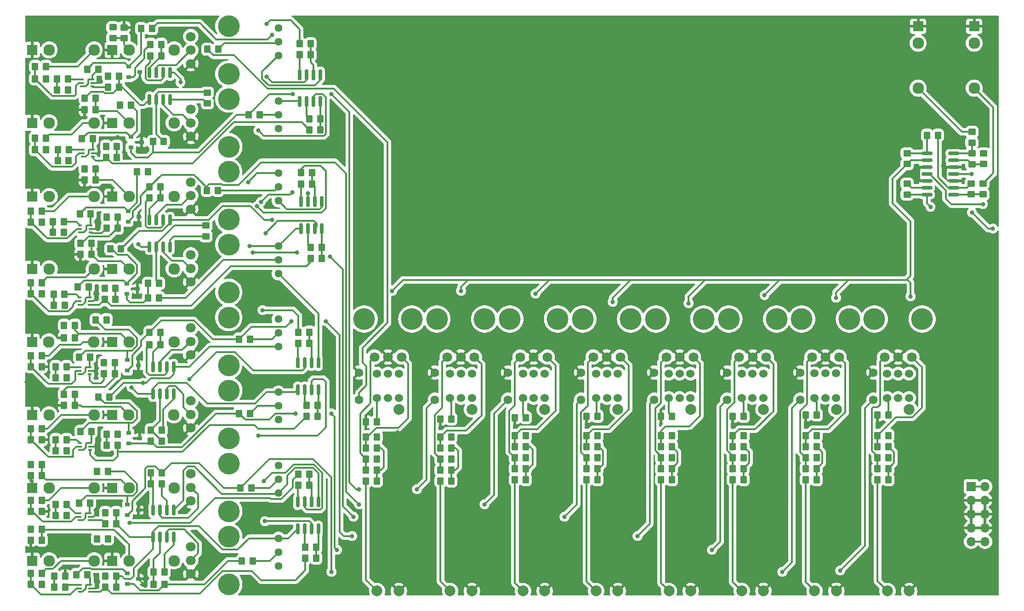
<source format=gbr>
%TF.GenerationSoftware,KiCad,Pcbnew,6.0.4-1.fc35*%
%TF.CreationDate,2022-05-28T16:25:32-04:00*%
%TF.ProjectId,kassuVCA,6b617373-7556-4434-912e-6b696361645f,rev?*%
%TF.SameCoordinates,Original*%
%TF.FileFunction,Copper,L2,Bot*%
%TF.FilePolarity,Positive*%
%FSLAX46Y46*%
G04 Gerber Fmt 4.6, Leading zero omitted, Abs format (unit mm)*
G04 Created by KiCad (PCBNEW 6.0.4-1.fc35) date 2022-05-28 16:25:32*
%MOMM*%
%LPD*%
G01*
G04 APERTURE LIST*
G04 Aperture macros list*
%AMRoundRect*
0 Rectangle with rounded corners*
0 $1 Rounding radius*
0 $2 $3 $4 $5 $6 $7 $8 $9 X,Y pos of 4 corners*
0 Add a 4 corners polygon primitive as box body*
4,1,4,$2,$3,$4,$5,$6,$7,$8,$9,$2,$3,0*
0 Add four circle primitives for the rounded corners*
1,1,$1+$1,$2,$3*
1,1,$1+$1,$4,$5*
1,1,$1+$1,$6,$7*
1,1,$1+$1,$8,$9*
0 Add four rect primitives between the rounded corners*
20,1,$1+$1,$2,$3,$4,$5,0*
20,1,$1+$1,$4,$5,$6,$7,0*
20,1,$1+$1,$6,$7,$8,$9,0*
20,1,$1+$1,$8,$9,$2,$3,0*%
G04 Aperture macros list end*
%TA.AperFunction,ComponentPad*%
%ADD10C,2.000000*%
%TD*%
%TA.AperFunction,SMDPad,CuDef*%
%ADD11RoundRect,0.249999X0.350001X0.450001X-0.350001X0.450001X-0.350001X-0.450001X0.350001X-0.450001X0*%
%TD*%
%TA.AperFunction,SMDPad,CuDef*%
%ADD12RoundRect,0.150000X-0.150000X0.825000X-0.150000X-0.825000X0.150000X-0.825000X0.150000X0.825000X0*%
%TD*%
%TA.AperFunction,SMDPad,CuDef*%
%ADD13RoundRect,0.150000X-0.825000X-0.150000X0.825000X-0.150000X0.825000X0.150000X-0.825000X0.150000X0*%
%TD*%
%TA.AperFunction,ComponentPad*%
%ADD14C,1.440000*%
%TD*%
%TA.AperFunction,SMDPad,CuDef*%
%ADD15RoundRect,0.249999X-0.350001X-0.450001X0.350001X-0.450001X0.350001X0.450001X-0.350001X0.450001X0*%
%TD*%
%TA.AperFunction,SMDPad,CuDef*%
%ADD16RoundRect,0.249999X-0.450001X0.350001X-0.450001X-0.350001X0.450001X-0.350001X0.450001X0.350001X0*%
%TD*%
%TA.AperFunction,SMDPad,CuDef*%
%ADD17RoundRect,0.249999X0.450001X-0.350001X0.450001X0.350001X-0.450001X0.350001X-0.450001X-0.350001X0*%
%TD*%
%TA.AperFunction,SMDPad,CuDef*%
%ADD18R,0.650000X0.400000*%
%TD*%
%TA.AperFunction,SMDPad,CuDef*%
%ADD19R,0.900000X0.800000*%
%TD*%
%TA.AperFunction,WasherPad*%
%ADD20C,4.000000*%
%TD*%
%TA.AperFunction,ComponentPad*%
%ADD21C,1.800000*%
%TD*%
%TA.AperFunction,ComponentPad*%
%ADD22C,2.130000*%
%TD*%
%TA.AperFunction,ComponentPad*%
%ADD23R,1.930000X1.830000*%
%TD*%
%TA.AperFunction,ComponentPad*%
%ADD24C,1.524000*%
%TD*%
%TA.AperFunction,ComponentPad*%
%ADD25O,1.700000X1.700000*%
%TD*%
%TA.AperFunction,ComponentPad*%
%ADD26R,1.700000X1.700000*%
%TD*%
%TA.AperFunction,ComponentPad*%
%ADD27R,1.830000X1.930000*%
%TD*%
%TA.AperFunction,ComponentPad*%
%ADD28C,1.600000*%
%TD*%
%TA.AperFunction,ViaPad*%
%ADD29C,0.800000*%
%TD*%
%TA.AperFunction,Conductor*%
%ADD30C,0.350000*%
%TD*%
G04 APERTURE END LIST*
D10*
%TO.P,Level8,3,3*%
%TO.N,Net-(Level8-Pad3)*%
X188734200Y-98566000D03*
%TO.P,Level8,2,2*%
%TO.N,Net-(Level8-Pad2)*%
X184734200Y-132066000D03*
%TO.P,Level8,1,1*%
%TO.N,GND*%
X188734200Y-132066000D03*
%TD*%
%TO.P,Level7,1,1*%
%TO.N,GND*%
X175304200Y-132040600D03*
%TO.P,Level7,2,2*%
%TO.N,Net-(Level7-Pad2)*%
X171304200Y-132040600D03*
%TO.P,Level7,3,3*%
%TO.N,Net-(Level7-Pad3)*%
X175304200Y-98540600D03*
%TD*%
%TO.P,Level6,1,1*%
%TO.N,GND*%
X161886400Y-132040600D03*
%TO.P,Level6,2,2*%
%TO.N,Net-(Level6-Pad2)*%
X157886400Y-132040600D03*
%TO.P,Level6,3,3*%
%TO.N,Net-(Level6-Pad3)*%
X161886400Y-98540600D03*
%TD*%
%TO.P,Level5,3,3*%
%TO.N,Net-(Level5-Pad3)*%
X148475200Y-98566000D03*
%TO.P,Level5,2,2*%
%TO.N,Net-(Level5-Pad2)*%
X144475200Y-132066000D03*
%TO.P,Level5,1,1*%
%TO.N,GND*%
X148475200Y-132066000D03*
%TD*%
%TO.P,Level4,1,1*%
%TO.N,GND*%
X135064000Y-132066000D03*
%TO.P,Level4,2,2*%
%TO.N,Net-(Level4-Pad2)*%
X131064000Y-132066000D03*
%TO.P,Level4,3,3*%
%TO.N,Net-(Level4-Pad3)*%
X135064000Y-98566000D03*
%TD*%
%TO.P,Level3,1,1*%
%TO.N,GND*%
X121583200Y-132066000D03*
%TO.P,Level3,2,2*%
%TO.N,Net-(Level3-Pad2)*%
X117583200Y-132066000D03*
%TO.P,Level3,3,3*%
%TO.N,Net-(Level3-Pad3)*%
X121583200Y-98566000D03*
%TD*%
%TO.P,Level2,1,1*%
%TO.N,GND*%
X108172000Y-132066000D03*
%TO.P,Level2,2,2*%
%TO.N,Net-(Level2-Pad2)*%
X104172000Y-132066000D03*
%TO.P,Level2,3,3*%
%TO.N,Net-(Level2-Pad3)*%
X108172000Y-98566000D03*
%TD*%
%TO.P,Level1,1,1*%
%TO.N,GND*%
X94710000Y-132066000D03*
%TO.P,Level1,2,2*%
%TO.N,Net-(Level1-Pad2)*%
X90710000Y-132066000D03*
%TO.P,Level1,3,3*%
%TO.N,Net-(Level1-Pad3)*%
X94710000Y-98566000D03*
%TD*%
D11*
%TO.P,R517,2*%
%TO.N,Net-(Q503-Pad6)*%
X40894000Y-65151000D03*
%TO.P,R517,1*%
%TO.N,+12V*%
X42894000Y-65151000D03*
%TD*%
D12*
%TO.P,U502,8,V+*%
%TO.N,+12V*%
X76708000Y-65213000D03*
%TO.P,U502,7*%
%TO.N,Net-(Level4-Pad3)*%
X77978000Y-65213000D03*
%TO.P,U502,6,-*%
%TO.N,Net-(R528-Pad1)*%
X79248000Y-65213000D03*
%TO.P,U502,5,+*%
%TO.N,Net-(R527-Pad1)*%
X80518000Y-65213000D03*
%TO.P,U502,4,V-*%
%TO.N,-12V*%
X80518000Y-60263000D03*
%TO.P,U502,3,+*%
%TO.N,Net-(R525-Pad1)*%
X79248000Y-60263000D03*
%TO.P,U502,2,-*%
%TO.N,Net-(R526-Pad1)*%
X77978000Y-60263000D03*
%TO.P,U502,1*%
%TO.N,Net-(Level3-Pad3)*%
X76708000Y-60263000D03*
%TD*%
%TO.P,U501,8,V+*%
%TO.N,+12V*%
X48768000Y-68577000D03*
%TO.P,U501,7*%
%TO.N,Net-(R508-Pad1)*%
X50038000Y-68577000D03*
%TO.P,U501,6,-*%
%TO.N,Net-(CVAtten4-Pad2)*%
X51308000Y-68577000D03*
%TO.P,U501,5,+*%
%TO.N,Net-(R508-Pad2)*%
X52578000Y-68577000D03*
%TO.P,U501,4,V-*%
%TO.N,-12V*%
X52578000Y-63627000D03*
%TO.P,U501,3,+*%
%TO.N,Net-(R507-Pad2)*%
X51308000Y-63627000D03*
%TO.P,U501,2,-*%
%TO.N,Net-(CVAtten3-Pad2)*%
X50038000Y-63627000D03*
%TO.P,U501,1*%
%TO.N,Net-(R507-Pad1)*%
X48768000Y-63627000D03*
%TD*%
%TO.P,U402,8,V+*%
%TO.N,+12V*%
X76454000Y-41780000D03*
%TO.P,U402,7*%
%TO.N,Net-(Level2-Pad3)*%
X77724000Y-41780000D03*
%TO.P,U402,6,-*%
%TO.N,Net-(R428-Pad1)*%
X78994000Y-41780000D03*
%TO.P,U402,5,+*%
%TO.N,Net-(R427-Pad1)*%
X80264000Y-41780000D03*
%TO.P,U402,4,V-*%
%TO.N,-12V*%
X80264000Y-36830000D03*
%TO.P,U402,3,+*%
%TO.N,Net-(R425-Pad1)*%
X78994000Y-36830000D03*
%TO.P,U402,2,-*%
%TO.N,Net-(R426-Pad1)*%
X77724000Y-36830000D03*
%TO.P,U402,1*%
%TO.N,Net-(Level1-Pad3)*%
X76454000Y-36830000D03*
%TD*%
%TO.P,U401,8,V+*%
%TO.N,+12V*%
X48768000Y-41402000D03*
%TO.P,U401,7*%
%TO.N,Net-(R408-Pad1)*%
X50038000Y-41402000D03*
%TO.P,U401,6,-*%
%TO.N,Net-(CVAtten2-Pad2)*%
X51308000Y-41402000D03*
%TO.P,U401,5,+*%
%TO.N,Net-(R408-Pad2)*%
X52578000Y-41402000D03*
%TO.P,U401,4,V-*%
%TO.N,-12V*%
X52578000Y-36452000D03*
%TO.P,U401,3,+*%
%TO.N,Net-(R407-Pad2)*%
X51308000Y-36452000D03*
%TO.P,U401,2,-*%
%TO.N,Net-(CVAtten1-Pad2)*%
X50038000Y-36452000D03*
%TO.P,U401,1*%
%TO.N,Net-(R407-Pad1)*%
X48768000Y-36452000D03*
%TD*%
D13*
%TO.P,U301,14*%
%TO.N,Net-(R306-Pad1)*%
X196923000Y-58970000D03*
%TO.P,U301,13,-*%
%TO.N,Net-(R304-Pad1)*%
X196923000Y-57700000D03*
%TO.P,U301,12,+*%
%TO.N,GND*%
X196923000Y-56430000D03*
%TO.P,U301,11,V-*%
%TO.N,-12V*%
X196923000Y-55160000D03*
%TO.P,U301,10,+*%
%TO.N,GND*%
X196923000Y-53890000D03*
%TO.P,U301,9,-*%
%TO.N,Net-(R303-Pad1)*%
X196923000Y-52620000D03*
%TO.P,U301,8*%
%TO.N,Net-(R305-Pad1)*%
X196923000Y-51350000D03*
%TO.P,U301,7*%
%TO.N,Net-(R301-Pad1)*%
X191973000Y-51350000D03*
%TO.P,U301,6,-*%
%TO.N,Level1R*%
X191973000Y-52620000D03*
%TO.P,U301,5,+*%
%TO.N,GND*%
X191973000Y-53890000D03*
%TO.P,U301,4,V+*%
%TO.N,+12V*%
X191973000Y-55160000D03*
%TO.P,U301,3,+*%
%TO.N,GND*%
X191973000Y-56430000D03*
%TO.P,U301,2,-*%
%TO.N,Level1L*%
X191973000Y-57700000D03*
%TO.P,U301,1*%
%TO.N,Net-(R302-Pad1)*%
X191973000Y-58970000D03*
%TD*%
D12*
%TO.P,U4,8,V+*%
%TO.N,+12V*%
X76073000Y-120585000D03*
%TO.P,U4,7*%
%TO.N,Net-(Level8-Pad3)*%
X77343000Y-120585000D03*
%TO.P,U4,6,-*%
%TO.N,Net-(R70-Pad1)*%
X78613000Y-120585000D03*
%TO.P,U4,5,+*%
%TO.N,Net-(R69-Pad1)*%
X79883000Y-120585000D03*
%TO.P,U4,4,V-*%
%TO.N,-12V*%
X79883000Y-115635000D03*
%TO.P,U4,3,+*%
%TO.N,Net-(R67-Pad1)*%
X78613000Y-115635000D03*
%TO.P,U4,2,-*%
%TO.N,Net-(R68-Pad1)*%
X77343000Y-115635000D03*
%TO.P,U4,1*%
%TO.N,Net-(Level7-Pad3)*%
X76073000Y-115635000D03*
%TD*%
%TO.P,U3,8,V+*%
%TO.N,+12V*%
X49403000Y-122109000D03*
%TO.P,U3,7*%
%TO.N,Net-(R50-Pad1)*%
X50673000Y-122109000D03*
%TO.P,U3,6,-*%
%TO.N,Net-(CVAtten8-Pad2)*%
X51943000Y-122109000D03*
%TO.P,U3,5,+*%
%TO.N,Net-(R50-Pad2)*%
X53213000Y-122109000D03*
%TO.P,U3,4,V-*%
%TO.N,-12V*%
X53213000Y-117159000D03*
%TO.P,U3,3,+*%
%TO.N,Net-(R49-Pad2)*%
X51943000Y-117159000D03*
%TO.P,U3,2,-*%
%TO.N,Net-(CVAtten7-Pad2)*%
X50673000Y-117159000D03*
%TO.P,U3,1*%
%TO.N,Net-(R49-Pad1)*%
X49403000Y-117159000D03*
%TD*%
%TO.P,U2,8,V+*%
%TO.N,+12V*%
X76073000Y-94931000D03*
%TO.P,U2,7*%
%TO.N,Net-(Level6-Pad3)*%
X77343000Y-94931000D03*
%TO.P,U2,6,-*%
%TO.N,Net-(R28-Pad1)*%
X78613000Y-94931000D03*
%TO.P,U2,5,+*%
%TO.N,Net-(R27-Pad1)*%
X79883000Y-94931000D03*
%TO.P,U2,4,V-*%
%TO.N,-12V*%
X79883000Y-89981000D03*
%TO.P,U2,3,+*%
%TO.N,Net-(R25-Pad1)*%
X78613000Y-89981000D03*
%TO.P,U2,2,-*%
%TO.N,Net-(R26-Pad1)*%
X77343000Y-89981000D03*
%TO.P,U2,1*%
%TO.N,Net-(Level5-Pad3)*%
X76073000Y-89981000D03*
%TD*%
%TO.P,U1,8,V+*%
%TO.N,+12V*%
X49403000Y-95693000D03*
%TO.P,U1,7*%
%TO.N,Net-(R10-Pad2)*%
X50673000Y-95693000D03*
%TO.P,U1,6,-*%
%TO.N,Net-(CVAtten6-Pad2)*%
X51943000Y-95693000D03*
%TO.P,U1,5,+*%
%TO.N,Net-(R8-Pad2)*%
X53213000Y-95693000D03*
%TO.P,U1,4,V-*%
%TO.N,-12V*%
X53213000Y-90743000D03*
%TO.P,U1,3,+*%
%TO.N,Net-(R7-Pad2)*%
X51943000Y-90743000D03*
%TO.P,U1,2,-*%
%TO.N,Net-(CVAtten5-Pad2)*%
X50673000Y-90743000D03*
%TO.P,U1,1*%
%TO.N,Net-(R7-Pad1)*%
X49403000Y-90743000D03*
%TD*%
D14*
%TO.P,Trim8,3,3*%
%TO.N,-12V*%
X72539823Y-127412010D03*
%TO.P,Trim8,2,2*%
%TO.N,Net-(R54-Pad2)*%
X72539823Y-124872010D03*
%TO.P,Trim8,1,1*%
%TO.N,+12V*%
X72539823Y-122332010D03*
%TD*%
%TO.P,Trim7,3,3*%
%TO.N,-12V*%
X72539823Y-113969682D03*
%TO.P,Trim7,2,2*%
%TO.N,Net-(R53-Pad2)*%
X72539823Y-111429682D03*
%TO.P,Trim7,1,1*%
%TO.N,+12V*%
X72539823Y-108889682D03*
%TD*%
%TO.P,Trim6,3,3*%
%TO.N,-12V*%
X72513103Y-100485519D03*
%TO.P,Trim6,2,2*%
%TO.N,Net-(R12-Pad2)*%
X72513103Y-97945519D03*
%TO.P,Trim6,1,1*%
%TO.N,+12V*%
X72513103Y-95405519D03*
%TD*%
%TO.P,Trim5,3,3*%
%TO.N,-12V*%
X72513103Y-87010957D03*
%TO.P,Trim5,2,2*%
%TO.N,Net-(R11-Pad2)*%
X72513103Y-84470957D03*
%TO.P,Trim5,1,1*%
%TO.N,+12V*%
X72513103Y-81930957D03*
%TD*%
%TO.P,Trim4,3,3*%
%TO.N,-12V*%
X72517000Y-73533000D03*
%TO.P,Trim4,2,2*%
%TO.N,Net-(R512-Pad2)*%
X72517000Y-70993000D03*
%TO.P,Trim4,1,1*%
%TO.N,+12V*%
X72517000Y-68453000D03*
%TD*%
%TO.P,Trim3,3,3*%
%TO.N,-12V*%
X72517000Y-60071000D03*
%TO.P,Trim3,2,2*%
%TO.N,Net-(R511-Pad2)*%
X72517000Y-57531000D03*
%TO.P,Trim3,1,1*%
%TO.N,+12V*%
X72517000Y-54991000D03*
%TD*%
%TO.P,Trim2,3,3*%
%TO.N,-12V*%
X72517000Y-46736000D03*
%TO.P,Trim2,2,2*%
%TO.N,Net-(R412-Pad2)*%
X72517000Y-44196000D03*
%TO.P,Trim2,1,1*%
%TO.N,+12V*%
X72517000Y-41656000D03*
%TD*%
%TO.P,Trim1,3,3*%
%TO.N,-12V*%
X72517000Y-33274000D03*
%TO.P,Trim1,2,2*%
%TO.N,Net-(R411-Pad2)*%
X72517000Y-30734000D03*
%TO.P,Trim1,1,1*%
%TO.N,+12V*%
X72517000Y-28194000D03*
%TD*%
D15*
%TO.P,R542,2*%
%TO.N,Level1L*%
X131318000Y-103378000D03*
%TO.P,R542,1*%
%TO.N,Net-(Pan4-Pad1)*%
X129318000Y-103378000D03*
%TD*%
%TO.P,R541,2*%
%TO.N,Level1R*%
X131318000Y-107442000D03*
%TO.P,R541,1*%
%TO.N,Net-(Pan4-Pad3)*%
X129318000Y-107442000D03*
%TD*%
%TO.P,R540,2*%
%TO.N,Level1L*%
X118110000Y-103378000D03*
%TO.P,R540,1*%
%TO.N,Net-(Pan3-Pad1)*%
X116110000Y-103378000D03*
%TD*%
%TO.P,R539,2*%
%TO.N,Level1R*%
X118094000Y-107442000D03*
%TO.P,R539,1*%
%TO.N,Net-(Pan3-Pad3)*%
X116094000Y-107442000D03*
%TD*%
D11*
%TO.P,R538,2*%
%TO.N,Net-(Pan4-Pad1)*%
X129318000Y-105410000D03*
%TO.P,R538,1*%
%TO.N,Net-(R534-Pad2)*%
X131318000Y-105410000D03*
%TD*%
%TO.P,R537,2*%
%TO.N,Net-(Pan4-Pad3)*%
X129318000Y-109474000D03*
%TO.P,R537,1*%
%TO.N,Net-(R534-Pad2)*%
X131318000Y-109474000D03*
%TD*%
%TO.P,R536,2*%
%TO.N,Net-(Pan3-Pad1)*%
X116094000Y-105410000D03*
%TO.P,R536,1*%
%TO.N,Net-(R533-Pad2)*%
X118094000Y-105410000D03*
%TD*%
%TO.P,R535,2*%
%TO.N,Net-(Pan3-Pad3)*%
X116078000Y-109474000D03*
%TO.P,R535,1*%
%TO.N,Net-(R533-Pad2)*%
X118078000Y-109474000D03*
%TD*%
D15*
%TO.P,R534,2*%
%TO.N,Net-(R534-Pad2)*%
X131302000Y-111506000D03*
%TO.P,R534,1*%
%TO.N,Net-(Level4-Pad2)*%
X129302000Y-111506000D03*
%TD*%
%TO.P,R533,2*%
%TO.N,Net-(R533-Pad2)*%
X118110000Y-111506000D03*
%TO.P,R533,1*%
%TO.N,Net-(Level3-Pad2)*%
X116110000Y-111506000D03*
%TD*%
%TO.P,R532,2*%
%TO.N,Net-(R527-Pad1)*%
X80518000Y-68707000D03*
%TO.P,R532,1*%
%TO.N,Net-(Level4-Pad3)*%
X78518000Y-68707000D03*
%TD*%
%TO.P,R531,2*%
%TO.N,Net-(R525-Pad1)*%
X78724000Y-57023000D03*
%TO.P,R531,1*%
%TO.N,Net-(Level3-Pad3)*%
X76724000Y-57023000D03*
%TD*%
D11*
%TO.P,R530,2*%
%TO.N,Net-(R528-Pad1)*%
X31147000Y-79375000D03*
%TO.P,R530,1*%
%TO.N,GND*%
X33147000Y-79375000D03*
%TD*%
%TO.P,R529,2*%
%TO.N,Net-(R526-Pad1)*%
X30988000Y-65913000D03*
%TO.P,R529,1*%
%TO.N,GND*%
X32988000Y-65913000D03*
%TD*%
D15*
%TO.P,R528,2*%
%TO.N,Net-(Q504-Pad3)*%
X33131000Y-77343000D03*
%TO.P,R528,1*%
%TO.N,Net-(R528-Pad1)*%
X31131000Y-77343000D03*
%TD*%
D11*
%TO.P,R527,2*%
%TO.N,Net-(Q504-Pad6)*%
X78502000Y-70739000D03*
%TO.P,R527,1*%
%TO.N,Net-(R527-Pad1)*%
X80502000Y-70739000D03*
%TD*%
D15*
%TO.P,R526,2*%
%TO.N,Net-(Q503-Pad3)*%
X32982000Y-63936000D03*
%TO.P,R526,1*%
%TO.N,Net-(R526-Pad1)*%
X30982000Y-63936000D03*
%TD*%
D11*
%TO.P,R525,2*%
%TO.N,Net-(Q503-Pad6)*%
X76708000Y-54864000D03*
%TO.P,R525,1*%
%TO.N,Net-(R525-Pad1)*%
X78708000Y-54864000D03*
%TD*%
%TO.P,R524,2*%
%TO.N,Net-(Q504-Pad3)*%
X40513000Y-76200000D03*
%TO.P,R524,1*%
%TO.N,+12V*%
X42513000Y-76200000D03*
%TD*%
%TO.P,R523,2*%
%TO.N,Net-(Q503-Pad3)*%
X40894000Y-63119000D03*
%TO.P,R523,1*%
%TO.N,+12V*%
X42894000Y-63119000D03*
%TD*%
%TO.P,R522,2*%
%TO.N,Net-(Q502-Pad2)*%
X41545000Y-68961000D03*
%TO.P,R522,1*%
%TO.N,-12V*%
X43545000Y-68961000D03*
%TD*%
%TO.P,R521,2*%
%TO.N,Net-(Q502-Pad2)*%
X35576000Y-75946000D03*
%TO.P,R521,1*%
%TO.N,Net-(Q504-Pad1)*%
X37576000Y-75946000D03*
%TD*%
%TO.P,R520,2*%
%TO.N,Net-(Q501-Pad2)*%
X46498000Y-54737000D03*
%TO.P,R520,1*%
%TO.N,-12V*%
X48498000Y-54737000D03*
%TD*%
%TO.P,R519,2*%
%TO.N,Net-(Q501-Pad2)*%
X35941000Y-62484000D03*
%TO.P,R519,1*%
%TO.N,Net-(Q503-Pad1)*%
X37941000Y-62484000D03*
%TD*%
%TO.P,R518,2*%
%TO.N,Net-(Q504-Pad6)*%
X40513000Y-78284000D03*
%TO.P,R518,1*%
%TO.N,+12V*%
X42513000Y-78284000D03*
%TD*%
D15*
%TO.P,R516,2*%
%TO.N,Net-(R516-Pad2)*%
X131302000Y-99822000D03*
%TO.P,R516,1*%
%TO.N,GND*%
X129302000Y-99822000D03*
%TD*%
D11*
%TO.P,R515,2*%
%TO.N,Net-(Q504-Pad2)*%
X26924000Y-77216000D03*
%TO.P,R515,1*%
%TO.N,GND*%
X28924000Y-77216000D03*
%TD*%
D15*
%TO.P,R514,2*%
%TO.N,Net-(R514-Pad2)*%
X118110000Y-100076000D03*
%TO.P,R514,1*%
%TO.N,GND*%
X116110000Y-100076000D03*
%TD*%
D11*
%TO.P,R513,2*%
%TO.N,Net-(Q503-Pad2)*%
X26924000Y-64008000D03*
%TO.P,R513,1*%
%TO.N,GND*%
X28924000Y-64008000D03*
%TD*%
D15*
%TO.P,R512,2*%
%TO.N,Net-(R512-Pad2)*%
X50546000Y-77978000D03*
%TO.P,R512,1*%
%TO.N,Net-(C502-Pad1)*%
X48546000Y-77978000D03*
%TD*%
%TO.P,R511,2*%
%TO.N,Net-(R511-Pad2)*%
X61341000Y-58166000D03*
%TO.P,R511,1*%
%TO.N,Net-(C501-Pad1)*%
X59341000Y-58166000D03*
%TD*%
%TO.P,R510,2*%
%TO.N,Net-(R508-Pad1)*%
X50530000Y-75311000D03*
%TO.P,R510,1*%
%TO.N,Net-(C502-Pad1)*%
X48530000Y-75311000D03*
%TD*%
%TO.P,R509,2*%
%TO.N,Net-(R507-Pad1)*%
X50800000Y-57531000D03*
%TO.P,R509,1*%
%TO.N,Net-(C501-Pad1)*%
X48800000Y-57531000D03*
%TD*%
D16*
%TO.P,R508,2*%
%TO.N,Net-(R508-Pad2)*%
X59182000Y-66659000D03*
%TO.P,R508,1*%
%TO.N,Net-(R508-Pad1)*%
X59182000Y-64659000D03*
%TD*%
D11*
%TO.P,R507,2*%
%TO.N,Net-(R507-Pad2)*%
X48784000Y-59563000D03*
%TO.P,R507,1*%
%TO.N,Net-(R507-Pad1)*%
X50784000Y-59563000D03*
%TD*%
D15*
%TO.P,R506,2*%
%TO.N,Net-(IN4-PadT)*%
X28956000Y-75184000D03*
%TO.P,R506,1*%
%TO.N,Net-(Q504-Pad2)*%
X26956000Y-75184000D03*
%TD*%
%TO.P,R505,2*%
%TO.N,Net-(IN3-PadT)*%
X28956000Y-61976000D03*
%TO.P,R505,1*%
%TO.N,Net-(Q503-Pad2)*%
X26956000Y-61976000D03*
%TD*%
D11*
%TO.P,R504,2*%
%TO.N,GND*%
X36084000Y-69977000D03*
%TO.P,R504,1*%
%TO.N,Net-(CV4-PadTN)*%
X38084000Y-69977000D03*
%TD*%
%TO.P,R503,2*%
%TO.N,GND*%
X36846000Y-56261000D03*
%TO.P,R503,1*%
%TO.N,Net-(CV3-PadTN)*%
X38846000Y-56261000D03*
%TD*%
D15*
%TO.P,R502,2*%
%TO.N,Net-(CV4-PadTN)*%
X38084000Y-67945000D03*
%TO.P,R502,1*%
%TO.N,+12V*%
X36084000Y-67945000D03*
%TD*%
%TO.P,R501,2*%
%TO.N,Net-(CV3-PadTN)*%
X38830000Y-54229000D03*
%TO.P,R501,1*%
%TO.N,+12V*%
X36830000Y-54229000D03*
%TD*%
%TO.P,R442,2*%
%TO.N,Level1L*%
X104378000Y-103632000D03*
%TO.P,R442,1*%
%TO.N,Net-(Pan2-Pad1)*%
X102378000Y-103632000D03*
%TD*%
%TO.P,R441,2*%
%TO.N,Level1R*%
X104394000Y-107696000D03*
%TO.P,R441,1*%
%TO.N,Net-(Pan2-Pad3)*%
X102394000Y-107696000D03*
%TD*%
%TO.P,R440,2*%
%TO.N,Level1L*%
X90646000Y-103632000D03*
%TO.P,R440,1*%
%TO.N,Net-(Pan1-Pad1)*%
X88646000Y-103632000D03*
%TD*%
%TO.P,R439,2*%
%TO.N,Level1R*%
X90662000Y-107696000D03*
%TO.P,R439,1*%
%TO.N,Net-(Pan1-Pad3)*%
X88662000Y-107696000D03*
%TD*%
D11*
%TO.P,R438,2*%
%TO.N,Net-(Pan2-Pad1)*%
X102362000Y-105664000D03*
%TO.P,R438,1*%
%TO.N,Net-(R434-Pad2)*%
X104362000Y-105664000D03*
%TD*%
%TO.P,R437,2*%
%TO.N,Net-(Pan2-Pad3)*%
X102394000Y-109728000D03*
%TO.P,R437,1*%
%TO.N,Net-(R434-Pad2)*%
X104394000Y-109728000D03*
%TD*%
%TO.P,R436,2*%
%TO.N,Net-(Pan1-Pad1)*%
X88662000Y-105664000D03*
%TO.P,R436,1*%
%TO.N,Net-(R433-Pad2)*%
X90662000Y-105664000D03*
%TD*%
%TO.P,R435,2*%
%TO.N,Net-(Pan1-Pad3)*%
X88662000Y-109728000D03*
%TO.P,R435,1*%
%TO.N,Net-(R433-Pad2)*%
X90662000Y-109728000D03*
%TD*%
D15*
%TO.P,R434,2*%
%TO.N,Net-(R434-Pad2)*%
X104394000Y-111760000D03*
%TO.P,R434,1*%
%TO.N,Net-(Level2-Pad2)*%
X102394000Y-111760000D03*
%TD*%
%TO.P,R433,2*%
%TO.N,Net-(R433-Pad2)*%
X90662000Y-111760000D03*
%TO.P,R433,1*%
%TO.N,Net-(Level1-Pad2)*%
X88662000Y-111760000D03*
%TD*%
%TO.P,R432,2*%
%TO.N,Net-(R427-Pad1)*%
X80264000Y-44958000D03*
%TO.P,R432,1*%
%TO.N,Net-(Level2-Pad3)*%
X78264000Y-44958000D03*
%TD*%
%TO.P,R431,2*%
%TO.N,Net-(R425-Pad1)*%
X78470000Y-33147000D03*
%TO.P,R431,1*%
%TO.N,Net-(Level1-Pad3)*%
X76470000Y-33147000D03*
%TD*%
D11*
%TO.P,R430,2*%
%TO.N,Net-(R428-Pad1)*%
X31877000Y-52705000D03*
%TO.P,R430,1*%
%TO.N,GND*%
X33877000Y-52705000D03*
%TD*%
%TO.P,R429,2*%
%TO.N,Net-(R426-Pad1)*%
X31782000Y-39624000D03*
%TO.P,R429,1*%
%TO.N,GND*%
X33782000Y-39624000D03*
%TD*%
D15*
%TO.P,R428,2*%
%TO.N,Net-(Q403-Pad3)*%
X33909000Y-50673000D03*
%TO.P,R428,1*%
%TO.N,Net-(R428-Pad1)*%
X31909000Y-50673000D03*
%TD*%
D11*
%TO.P,R427,2*%
%TO.N,Net-(Q403-Pad6)*%
X78264000Y-46990000D03*
%TO.P,R427,1*%
%TO.N,Net-(R427-Pad1)*%
X80264000Y-46990000D03*
%TD*%
D15*
%TO.P,R426,2*%
%TO.N,Net-(Q402-Pad3)*%
X33782000Y-37592000D03*
%TO.P,R426,1*%
%TO.N,Net-(R426-Pad1)*%
X31782000Y-37592000D03*
%TD*%
D11*
%TO.P,R425,2*%
%TO.N,Net-(Q402-Pad6)*%
X76454000Y-31115000D03*
%TO.P,R425,1*%
%TO.N,Net-(R425-Pad1)*%
X78454000Y-31115000D03*
%TD*%
%TO.P,R424,2*%
%TO.N,Net-(Q403-Pad3)*%
X40767000Y-50038000D03*
%TO.P,R424,1*%
%TO.N,+12V*%
X42767000Y-50038000D03*
%TD*%
%TO.P,R423,2*%
%TO.N,Net-(Q402-Pad3)*%
X41148000Y-37084000D03*
%TO.P,R423,1*%
%TO.N,+12V*%
X43148000Y-37084000D03*
%TD*%
D15*
%TO.P,R422,2*%
%TO.N,Net-(Q404-Pad2)*%
X45339000Y-42418000D03*
%TO.P,R422,1*%
%TO.N,-12V*%
X43339000Y-42418000D03*
%TD*%
D11*
%TO.P,R421,2*%
%TO.N,Net-(Q404-Pad2)*%
X36354000Y-48641000D03*
%TO.P,R421,1*%
%TO.N,Net-(Q403-Pad1)*%
X38354000Y-48641000D03*
%TD*%
%TO.P,R420,2*%
%TO.N,Net-(Q401-Pad2)*%
X47260000Y-28321000D03*
%TO.P,R420,1*%
%TO.N,-12V*%
X49260000Y-28321000D03*
%TD*%
%TO.P,R419,2*%
%TO.N,Net-(Q401-Pad2)*%
X37338000Y-35814000D03*
%TO.P,R419,1*%
%TO.N,Net-(Q402-Pad1)*%
X39338000Y-35814000D03*
%TD*%
%TO.P,R418,2*%
%TO.N,Net-(Q403-Pad6)*%
X40767000Y-52070000D03*
%TO.P,R418,1*%
%TO.N,+12V*%
X42767000Y-52070000D03*
%TD*%
%TO.P,R417,2*%
%TO.N,Net-(Q402-Pad6)*%
X41180000Y-39116000D03*
%TO.P,R417,1*%
%TO.N,+12V*%
X43180000Y-39116000D03*
%TD*%
D15*
%TO.P,R416,2*%
%TO.N,Net-(R416-Pad2)*%
X104394000Y-100330000D03*
%TO.P,R416,1*%
%TO.N,GND*%
X102394000Y-100330000D03*
%TD*%
D11*
%TO.P,R415,2*%
%TO.N,Net-(Q403-Pad2)*%
X27686000Y-50673000D03*
%TO.P,R415,1*%
%TO.N,GND*%
X29686000Y-50673000D03*
%TD*%
D15*
%TO.P,R414,2*%
%TO.N,Net-(R414-Pad2)*%
X90678000Y-100838000D03*
%TO.P,R414,1*%
%TO.N,GND*%
X88678000Y-100838000D03*
%TD*%
D11*
%TO.P,R413,2*%
%TO.N,Net-(Q402-Pad2)*%
X27718000Y-37592000D03*
%TO.P,R413,1*%
%TO.N,GND*%
X29718000Y-37592000D03*
%TD*%
D15*
%TO.P,R412,2*%
%TO.N,Net-(R412-Pad2)*%
X69072000Y-44196000D03*
%TO.P,R412,1*%
%TO.N,Net-(C402-Pad1)*%
X67072000Y-44196000D03*
%TD*%
%TO.P,R411,2*%
%TO.N,Net-(R411-Pad2)*%
X61452000Y-32131000D03*
%TO.P,R411,1*%
%TO.N,Net-(C401-Pad1)*%
X59452000Y-32131000D03*
%TD*%
%TO.P,R410,2*%
%TO.N,Net-(R408-Pad1)*%
X51419000Y-49149000D03*
%TO.P,R410,1*%
%TO.N,Net-(C402-Pad1)*%
X49419000Y-49149000D03*
%TD*%
%TO.P,R409,2*%
%TO.N,Net-(R407-Pad1)*%
X50927000Y-31242000D03*
%TO.P,R409,1*%
%TO.N,Net-(C401-Pad1)*%
X48927000Y-31242000D03*
%TD*%
D16*
%TO.P,R408,2*%
%TO.N,Net-(R408-Pad2)*%
X59436000Y-42132000D03*
%TO.P,R408,1*%
%TO.N,Net-(R408-Pad1)*%
X59436000Y-40132000D03*
%TD*%
D11*
%TO.P,R407,2*%
%TO.N,Net-(R407-Pad2)*%
X48927000Y-33401000D03*
%TO.P,R407,1*%
%TO.N,Net-(R407-Pad1)*%
X50927000Y-33401000D03*
%TD*%
D15*
%TO.P,R406,2*%
%TO.N,Net-(IN2-PadT)*%
X29686000Y-48514000D03*
%TO.P,R406,1*%
%TO.N,Net-(Q403-Pad2)*%
X27686000Y-48514000D03*
%TD*%
%TO.P,R405,2*%
%TO.N,Net-(IN1-PadT)*%
X29718000Y-35306000D03*
%TO.P,R405,1*%
%TO.N,Net-(Q402-Pad2)*%
X27718000Y-35306000D03*
%TD*%
D11*
%TO.P,R404,2*%
%TO.N,GND*%
X36862000Y-43307000D03*
%TO.P,R404,1*%
%TO.N,Net-(CV2-PadTN)*%
X38862000Y-43307000D03*
%TD*%
D17*
%TO.P,R403,2*%
%TO.N,GND*%
X44069000Y-28099000D03*
%TO.P,R403,1*%
%TO.N,Net-(CV1-PadTN)*%
X44069000Y-30099000D03*
%TD*%
D15*
%TO.P,R402,2*%
%TO.N,Net-(CV2-PadTN)*%
X38846000Y-41148000D03*
%TO.P,R402,1*%
%TO.N,+12V*%
X36846000Y-41148000D03*
%TD*%
D16*
%TO.P,R401,2*%
%TO.N,Net-(CV1-PadTN)*%
X42037000Y-30092400D03*
%TO.P,R401,1*%
%TO.N,+12V*%
X42037000Y-28092400D03*
%TD*%
%TO.P,R308,2*%
%TO.N,Net-(R305-Pad1)*%
X200279000Y-49387000D03*
%TO.P,R308,1*%
%TO.N,Net-(OutL301-PadT)*%
X200279000Y-47387000D03*
%TD*%
%TO.P,R307,2*%
%TO.N,Net-(R306-Pad1)*%
X202311000Y-58896000D03*
%TO.P,R307,1*%
%TO.N,Net-(OutR301-PadT)*%
X202311000Y-56896000D03*
%TD*%
D17*
%TO.P,R306,2*%
%TO.N,Net-(R304-Pad1)*%
X200152000Y-56912000D03*
%TO.P,R306,1*%
%TO.N,Net-(R306-Pad1)*%
X200152000Y-58912000D03*
%TD*%
D16*
%TO.P,R305,2*%
%TO.N,Net-(R303-Pad1)*%
X200279000Y-53340000D03*
%TO.P,R305,1*%
%TO.N,Net-(R305-Pad1)*%
X200279000Y-51340000D03*
%TD*%
D11*
%TO.P,R304,2*%
%TO.N,Net-(R301-Pad1)*%
X192024000Y-48006000D03*
%TO.P,R304,1*%
%TO.N,Net-(R304-Pad1)*%
X194024000Y-48006000D03*
%TD*%
D17*
%TO.P,R303,2*%
%TO.N,Net-(R302-Pad1)*%
X202438000Y-51324000D03*
%TO.P,R303,1*%
%TO.N,Net-(R303-Pad1)*%
X202438000Y-53324000D03*
%TD*%
%TO.P,R302,2*%
%TO.N,Level1L*%
X188341000Y-56928000D03*
%TO.P,R302,1*%
%TO.N,Net-(R302-Pad1)*%
X188341000Y-58928000D03*
%TD*%
D16*
%TO.P,R301,2*%
%TO.N,Level1R*%
X188341000Y-53324000D03*
%TO.P,R301,1*%
%TO.N,Net-(R301-Pad1)*%
X188341000Y-51324000D03*
%TD*%
D15*
%TO.P,R84,2*%
%TO.N,Level1L*%
X184912000Y-103378000D03*
%TO.P,R84,1*%
%TO.N,Net-(Pan8-Pad1)*%
X182912000Y-103378000D03*
%TD*%
%TO.P,R83,2*%
%TO.N,Level1R*%
X184912000Y-107442000D03*
%TO.P,R83,1*%
%TO.N,Net-(Pan8-Pad3)*%
X182912000Y-107442000D03*
%TD*%
%TO.P,R82,2*%
%TO.N,Level1L*%
X171704000Y-103378000D03*
%TO.P,R82,1*%
%TO.N,Net-(Pan7-Pad1)*%
X169704000Y-103378000D03*
%TD*%
%TO.P,R81,2*%
%TO.N,Level1R*%
X171688000Y-107442000D03*
%TO.P,R81,1*%
%TO.N,Net-(Pan7-Pad3)*%
X169688000Y-107442000D03*
%TD*%
D11*
%TO.P,R80,2*%
%TO.N,Net-(Pan8-Pad1)*%
X182880000Y-105410000D03*
%TO.P,R80,1*%
%TO.N,Net-(R76-Pad2)*%
X184880000Y-105410000D03*
%TD*%
%TO.P,R79,2*%
%TO.N,Net-(Pan8-Pad3)*%
X182896000Y-109474000D03*
%TO.P,R79,1*%
%TO.N,Net-(R76-Pad2)*%
X184896000Y-109474000D03*
%TD*%
%TO.P,R78,2*%
%TO.N,Net-(Pan7-Pad1)*%
X169688000Y-105410000D03*
%TO.P,R78,1*%
%TO.N,Net-(R75-Pad2)*%
X171688000Y-105410000D03*
%TD*%
%TO.P,R77,2*%
%TO.N,Net-(Pan7-Pad3)*%
X169688000Y-109474000D03*
%TO.P,R77,1*%
%TO.N,Net-(R75-Pad2)*%
X171688000Y-109474000D03*
%TD*%
D15*
%TO.P,R76,2*%
%TO.N,Net-(R76-Pad2)*%
X184912000Y-111506000D03*
%TO.P,R76,1*%
%TO.N,Net-(Level8-Pad2)*%
X182912000Y-111506000D03*
%TD*%
%TO.P,R75,2*%
%TO.N,Net-(R75-Pad2)*%
X171704000Y-111506000D03*
%TO.P,R75,1*%
%TO.N,Net-(Level7-Pad2)*%
X169704000Y-111506000D03*
%TD*%
%TO.P,R74,2*%
%TO.N,Net-(R69-Pad1)*%
X79502000Y-123952000D03*
%TO.P,R74,1*%
%TO.N,Net-(Level8-Pad3)*%
X77502000Y-123952000D03*
%TD*%
%TO.P,R73,2*%
%TO.N,Net-(R67-Pad1)*%
X78232000Y-112522000D03*
%TO.P,R73,1*%
%TO.N,Net-(Level7-Pad3)*%
X76232000Y-112522000D03*
%TD*%
D11*
%TO.P,R72,2*%
%TO.N,Net-(R70-Pad1)*%
X31242000Y-129286000D03*
%TO.P,R72,1*%
%TO.N,GND*%
X33242000Y-129286000D03*
%TD*%
%TO.P,R71,2*%
%TO.N,Net-(R68-Pad1)*%
X31496000Y-118110000D03*
%TO.P,R71,1*%
%TO.N,GND*%
X33496000Y-118110000D03*
%TD*%
D15*
%TO.P,R70,2*%
%TO.N,Net-(Q8-Pad3)*%
X33242000Y-131318000D03*
%TO.P,R70,1*%
%TO.N,Net-(R70-Pad1)*%
X31242000Y-131318000D03*
%TD*%
D11*
%TO.P,R69,2*%
%TO.N,Net-(Q8-Pad6)*%
X77486000Y-125984000D03*
%TO.P,R69,1*%
%TO.N,Net-(R69-Pad1)*%
X79486000Y-125984000D03*
%TD*%
D15*
%TO.P,R68,2*%
%TO.N,Net-(Q7-Pad3)*%
X33496000Y-116078000D03*
%TO.P,R68,1*%
%TO.N,Net-(R68-Pad1)*%
X31496000Y-116078000D03*
%TD*%
D11*
%TO.P,R67,2*%
%TO.N,Net-(Q7-Pad6)*%
X76232000Y-110490000D03*
%TO.P,R67,1*%
%TO.N,Net-(R67-Pad1)*%
X78232000Y-110490000D03*
%TD*%
%TO.P,R66,2*%
%TO.N,Net-(Q8-Pad3)*%
X40640000Y-129286000D03*
%TO.P,R66,1*%
%TO.N,+12V*%
X42640000Y-129286000D03*
%TD*%
%TO.P,R65,2*%
%TO.N,Net-(Q7-Pad3)*%
X40640000Y-117602000D03*
%TO.P,R65,1*%
%TO.N,+12V*%
X42640000Y-117602000D03*
%TD*%
D15*
%TO.P,R64,2*%
%TO.N,Net-(Q6-Pad2)*%
X41132000Y-122428000D03*
%TO.P,R64,1*%
%TO.N,-12V*%
X39132000Y-122428000D03*
%TD*%
D11*
%TO.P,R63,2*%
%TO.N,Net-(Q6-Pad2)*%
X35322000Y-129032000D03*
%TO.P,R63,1*%
%TO.N,Net-(Q8-Pad1)*%
X37322000Y-129032000D03*
%TD*%
D15*
%TO.P,R62,2*%
%TO.N,Net-(Q5-Pad2)*%
X41132000Y-109982000D03*
%TO.P,R62,1*%
%TO.N,-12V*%
X39132000Y-109982000D03*
%TD*%
D11*
%TO.P,R61,2*%
%TO.N,Net-(Q5-Pad2)*%
X35814000Y-115824000D03*
%TO.P,R61,1*%
%TO.N,Net-(Q7-Pad1)*%
X37814000Y-115824000D03*
%TD*%
%TO.P,R60,2*%
%TO.N,Net-(Q8-Pad6)*%
X40640000Y-131318000D03*
%TO.P,R60,1*%
%TO.N,+12V*%
X42640000Y-131318000D03*
%TD*%
%TO.P,R59,2*%
%TO.N,Net-(Q7-Pad6)*%
X40640000Y-119634000D03*
%TO.P,R59,1*%
%TO.N,+12V*%
X42640000Y-119634000D03*
%TD*%
D15*
%TO.P,R58,2*%
%TO.N,Net-(R58-Pad2)*%
X184896000Y-99568000D03*
%TO.P,R58,1*%
%TO.N,GND*%
X182896000Y-99568000D03*
%TD*%
D11*
%TO.P,R57,2*%
%TO.N,Net-(Q8-Pad2)*%
X26924000Y-130810000D03*
%TO.P,R57,1*%
%TO.N,GND*%
X28924000Y-130810000D03*
%TD*%
D15*
%TO.P,R56,2*%
%TO.N,Net-(R56-Pad2)*%
X171688000Y-99568000D03*
%TO.P,R56,1*%
%TO.N,GND*%
X169688000Y-99568000D03*
%TD*%
D11*
%TO.P,R55,2*%
%TO.N,Net-(Q7-Pad2)*%
X26956000Y-117348000D03*
%TO.P,R55,1*%
%TO.N,GND*%
X28956000Y-117348000D03*
%TD*%
D15*
%TO.P,R54,2*%
%TO.N,Net-(R54-Pad2)*%
X67818000Y-126492000D03*
%TO.P,R54,1*%
%TO.N,Net-(C4-Pad1)*%
X65818000Y-126492000D03*
%TD*%
%TO.P,R53,2*%
%TO.N,Net-(R53-Pad2)*%
X67548000Y-113030000D03*
%TO.P,R53,1*%
%TO.N,Net-(C3-Pad1)*%
X65548000Y-113030000D03*
%TD*%
D11*
%TO.P,R52,2*%
%TO.N,Net-(R50-Pad1)*%
X49546000Y-130810000D03*
%TO.P,R52,1*%
%TO.N,Net-(C4-Pad1)*%
X51546000Y-130810000D03*
%TD*%
%TO.P,R51,2*%
%TO.N,Net-(R49-Pad1)*%
X49022000Y-110236000D03*
%TO.P,R51,1*%
%TO.N,Net-(C3-Pad1)*%
X51022000Y-110236000D03*
%TD*%
D15*
%TO.P,R50,2*%
%TO.N,Net-(R50-Pad2)*%
X51546000Y-128524000D03*
%TO.P,R50,1*%
%TO.N,Net-(R50-Pad1)*%
X49546000Y-128524000D03*
%TD*%
%TO.P,R49,2*%
%TO.N,Net-(R49-Pad2)*%
X51038000Y-112268000D03*
%TO.P,R49,1*%
%TO.N,Net-(R49-Pad1)*%
X49038000Y-112268000D03*
%TD*%
%TO.P,R48,2*%
%TO.N,Net-(In8-PadT)*%
X28924000Y-128778000D03*
%TO.P,R48,1*%
%TO.N,Net-(Q8-Pad2)*%
X26924000Y-128778000D03*
%TD*%
%TO.P,R47,2*%
%TO.N,Net-(In7-PadT)*%
X28956000Y-115316000D03*
%TO.P,R47,1*%
%TO.N,Net-(Q7-Pad2)*%
X26956000Y-115316000D03*
%TD*%
D11*
%TO.P,R46,2*%
%TO.N,GND*%
X26940000Y-122682000D03*
%TO.P,R46,1*%
%TO.N,Net-(CV8-PadTN)*%
X28940000Y-122682000D03*
%TD*%
%TO.P,R45,2*%
%TO.N,GND*%
X26940000Y-110744000D03*
%TO.P,R45,1*%
%TO.N,Net-(CV7-PadTN)*%
X28940000Y-110744000D03*
%TD*%
D15*
%TO.P,R44,2*%
%TO.N,Net-(CV8-PadTN)*%
X28956000Y-120650000D03*
%TO.P,R44,1*%
%TO.N,+12V*%
X26956000Y-120650000D03*
%TD*%
%TO.P,R43,2*%
%TO.N,Net-(CV7-PadTN)*%
X28940000Y-108712000D03*
%TO.P,R43,1*%
%TO.N,+12V*%
X26940000Y-108712000D03*
%TD*%
%TO.P,R42,2*%
%TO.N,Level1L*%
X158226000Y-103378000D03*
%TO.P,R42,1*%
%TO.N,Net-(Pan6-Pad1)*%
X156226000Y-103378000D03*
%TD*%
%TO.P,R41,2*%
%TO.N,Level1R*%
X158226000Y-107442000D03*
%TO.P,R41,1*%
%TO.N,Net-(Pan6-Pad3)*%
X156226000Y-107442000D03*
%TD*%
%TO.P,R40,2*%
%TO.N,Level1L*%
X145034000Y-103378000D03*
%TO.P,R40,1*%
%TO.N,Net-(Pan5-Pad1)*%
X143034000Y-103378000D03*
%TD*%
%TO.P,R39,2*%
%TO.N,Level1R*%
X145018000Y-107442000D03*
%TO.P,R39,1*%
%TO.N,Net-(Pan5-Pad3)*%
X143018000Y-107442000D03*
%TD*%
D11*
%TO.P,R38,2*%
%TO.N,Net-(Pan6-Pad1)*%
X156226000Y-105410000D03*
%TO.P,R38,1*%
%TO.N,Net-(R34-Pad2)*%
X158226000Y-105410000D03*
%TD*%
%TO.P,R37,2*%
%TO.N,Net-(Pan6-Pad3)*%
X156210000Y-109474000D03*
%TO.P,R37,1*%
%TO.N,Net-(R34-Pad2)*%
X158210000Y-109474000D03*
%TD*%
%TO.P,R36,2*%
%TO.N,Net-(Pan5-Pad1)*%
X143002000Y-105410000D03*
%TO.P,R36,1*%
%TO.N,Net-(R33-Pad2)*%
X145002000Y-105410000D03*
%TD*%
%TO.P,R35,2*%
%TO.N,Net-(Pan5-Pad3)*%
X143002000Y-109474000D03*
%TO.P,R35,1*%
%TO.N,Net-(R33-Pad2)*%
X145002000Y-109474000D03*
%TD*%
D15*
%TO.P,R34,2*%
%TO.N,Net-(R34-Pad2)*%
X158226000Y-111506000D03*
%TO.P,R34,1*%
%TO.N,Net-(Level6-Pad2)*%
X156226000Y-111506000D03*
%TD*%
%TO.P,R33,2*%
%TO.N,Net-(R33-Pad2)*%
X145034000Y-111506000D03*
%TO.P,R33,1*%
%TO.N,Net-(Level5-Pad2)*%
X143034000Y-111506000D03*
%TD*%
%TO.P,R32,2*%
%TO.N,Net-(R27-Pad1)*%
X79724000Y-97790000D03*
%TO.P,R32,1*%
%TO.N,Net-(Level6-Pad3)*%
X77724000Y-97790000D03*
%TD*%
%TO.P,R31,2*%
%TO.N,Net-(R25-Pad1)*%
X78232000Y-86360000D03*
%TO.P,R31,1*%
%TO.N,Net-(Level5-Pad3)*%
X76232000Y-86360000D03*
%TD*%
D11*
%TO.P,R30,2*%
%TO.N,Net-(R28-Pad1)*%
X31512000Y-106172000D03*
%TO.P,R30,1*%
%TO.N,GND*%
X33512000Y-106172000D03*
%TD*%
%TO.P,R29,2*%
%TO.N,Net-(R26-Pad1)*%
X31496000Y-92710000D03*
%TO.P,R29,1*%
%TO.N,GND*%
X33496000Y-92710000D03*
%TD*%
D15*
%TO.P,R28,2*%
%TO.N,Net-(Q4-Pad3)*%
X33512000Y-104140000D03*
%TO.P,R28,1*%
%TO.N,Net-(R28-Pad1)*%
X31512000Y-104140000D03*
%TD*%
D11*
%TO.P,R27,2*%
%TO.N,Net-(Q4-Pad6)*%
X77724000Y-99822000D03*
%TO.P,R27,1*%
%TO.N,Net-(R27-Pad1)*%
X79724000Y-99822000D03*
%TD*%
D15*
%TO.P,R26,2*%
%TO.N,Net-(Q3-Pad3)*%
X33496000Y-90678000D03*
%TO.P,R26,1*%
%TO.N,Net-(R26-Pad1)*%
X31496000Y-90678000D03*
%TD*%
D11*
%TO.P,R25,2*%
%TO.N,Net-(Q3-Pad6)*%
X76200000Y-84328000D03*
%TO.P,R25,1*%
%TO.N,Net-(R25-Pad1)*%
X78200000Y-84328000D03*
%TD*%
D15*
%TO.P,R24,2*%
%TO.N,Net-(Q4-Pad3)*%
X42910000Y-103124000D03*
%TO.P,R24,1*%
%TO.N,+12V*%
X40910000Y-103124000D03*
%TD*%
D11*
%TO.P,R23,2*%
%TO.N,Net-(Q3-Pad3)*%
X40402000Y-89916000D03*
%TO.P,R23,1*%
%TO.N,+12V*%
X42402000Y-89916000D03*
%TD*%
%TO.P,R22,2*%
%TO.N,Net-(Q2-Pad2)*%
X39386000Y-96266000D03*
%TO.P,R22,1*%
%TO.N,-12V*%
X41386000Y-96266000D03*
%TD*%
%TO.P,R21,2*%
%TO.N,Net-(Q2-Pad2)*%
X36100000Y-102616000D03*
%TO.P,R21,1*%
%TO.N,Net-(Q4-Pad1)*%
X38100000Y-102616000D03*
%TD*%
%TO.P,R20,2*%
%TO.N,Net-(Q1-Pad2)*%
X38894000Y-82042000D03*
%TO.P,R20,1*%
%TO.N,-12V*%
X40894000Y-82042000D03*
%TD*%
%TO.P,R19,2*%
%TO.N,Net-(Q1-Pad2)*%
X35830000Y-88900000D03*
%TO.P,R19,1*%
%TO.N,Net-(Q3-Pad1)*%
X37830000Y-88900000D03*
%TD*%
D15*
%TO.P,R18,2*%
%TO.N,Net-(Q4-Pad6)*%
X42894000Y-105156000D03*
%TO.P,R18,1*%
%TO.N,+12V*%
X40894000Y-105156000D03*
%TD*%
D11*
%TO.P,R17,2*%
%TO.N,Net-(Q3-Pad6)*%
X40418000Y-91948000D03*
%TO.P,R17,1*%
%TO.N,+12V*%
X42418000Y-91948000D03*
%TD*%
D15*
%TO.P,R16,2*%
%TO.N,Net-(R16-Pad2)*%
X158242000Y-99822000D03*
%TO.P,R16,1*%
%TO.N,GND*%
X156242000Y-99822000D03*
%TD*%
D11*
%TO.P,R15,2*%
%TO.N,Net-(Q4-Pad2)*%
X26940000Y-104140000D03*
%TO.P,R15,1*%
%TO.N,GND*%
X28940000Y-104140000D03*
%TD*%
D15*
%TO.P,R14,2*%
%TO.N,Net-(R14-Pad2)*%
X145034000Y-99822000D03*
%TO.P,R14,1*%
%TO.N,GND*%
X143034000Y-99822000D03*
%TD*%
D11*
%TO.P,R13,2*%
%TO.N,Net-(Q3-Pad2)*%
X26956000Y-90678000D03*
%TO.P,R13,1*%
%TO.N,GND*%
X28956000Y-90678000D03*
%TD*%
D15*
%TO.P,R12,2*%
%TO.N,Net-(R12-Pad2)*%
X67294000Y-99314000D03*
%TO.P,R12,1*%
%TO.N,Net-(C2-Pad1)*%
X65294000Y-99314000D03*
%TD*%
%TO.P,R11,2*%
%TO.N,Net-(R11-Pad2)*%
X67294000Y-85598000D03*
%TO.P,R11,1*%
%TO.N,Net-(C1-Pad1)*%
X65294000Y-85598000D03*
%TD*%
%TO.P,R10,2*%
%TO.N,Net-(R10-Pad2)*%
X51022000Y-104394000D03*
%TO.P,R10,1*%
%TO.N,Net-(C2-Pad1)*%
X49022000Y-104394000D03*
%TD*%
%TO.P,R9,2*%
%TO.N,Net-(R7-Pad1)*%
X50784000Y-84328000D03*
%TO.P,R9,1*%
%TO.N,Net-(C1-Pad1)*%
X48784000Y-84328000D03*
%TD*%
%TO.P,R8,2*%
%TO.N,Net-(R8-Pad2)*%
X51022000Y-102362000D03*
%TO.P,R8,1*%
%TO.N,Net-(R10-Pad2)*%
X49022000Y-102362000D03*
%TD*%
D11*
%TO.P,R7,2*%
%TO.N,Net-(R7-Pad2)*%
X48768000Y-86614000D03*
%TO.P,R7,1*%
%TO.N,Net-(R7-Pad1)*%
X50768000Y-86614000D03*
%TD*%
D15*
%TO.P,R6,2*%
%TO.N,Net-(In6-PadT)*%
X28940000Y-102108000D03*
%TO.P,R6,1*%
%TO.N,Net-(Q4-Pad2)*%
X26940000Y-102108000D03*
%TD*%
%TO.P,R5,2*%
%TO.N,Net-(In5-PadT)*%
X28956000Y-88646000D03*
%TO.P,R5,1*%
%TO.N,Net-(Q3-Pad2)*%
X26956000Y-88646000D03*
%TD*%
D11*
%TO.P,R4,2*%
%TO.N,GND*%
X33036000Y-97790000D03*
%TO.P,R4,1*%
%TO.N,Net-(CV6-PadTN)*%
X35036000Y-97790000D03*
%TD*%
%TO.P,R3,2*%
%TO.N,GND*%
X33020000Y-85344000D03*
%TO.P,R3,1*%
%TO.N,Net-(CV5-PadTN)*%
X35020000Y-85344000D03*
%TD*%
D15*
%TO.P,R2,2*%
%TO.N,Net-(CV6-PadTN)*%
X35036000Y-95758000D03*
%TO.P,R2,1*%
%TO.N,+12V*%
X33036000Y-95758000D03*
%TD*%
%TO.P,R1,2*%
%TO.N,Net-(CV5-PadTN)*%
X35052000Y-83058000D03*
%TO.P,R1,1*%
%TO.N,+12V*%
X33052000Y-83058000D03*
%TD*%
D18*
%TO.P,Q504,6,C1*%
%TO.N,Net-(Q504-Pad6)*%
X37780000Y-79263000D03*
%TO.P,Q504,4,E2*%
%TO.N,Net-(Q504-Pad1)*%
X37780000Y-77963000D03*
%TO.P,Q504,2,B1*%
%TO.N,Net-(Q504-Pad2)*%
X35880000Y-78613000D03*
%TO.P,Q504,5,B2*%
%TO.N,GND*%
X37780000Y-78613000D03*
%TO.P,Q504,3,C2*%
%TO.N,Net-(Q504-Pad3)*%
X35880000Y-77963000D03*
%TO.P,Q504,1,E1*%
%TO.N,Net-(Q504-Pad1)*%
X35880000Y-79263000D03*
%TD*%
%TO.P,Q503,6,C1*%
%TO.N,Net-(Q503-Pad6)*%
X37907000Y-65928000D03*
%TO.P,Q503,4,E2*%
%TO.N,Net-(Q503-Pad1)*%
X37907000Y-64628000D03*
%TO.P,Q503,2,B1*%
%TO.N,Net-(Q503-Pad2)*%
X36007000Y-65278000D03*
%TO.P,Q503,5,B2*%
%TO.N,GND*%
X37907000Y-65278000D03*
%TO.P,Q503,3,C2*%
%TO.N,Net-(Q503-Pad3)*%
X36007000Y-64628000D03*
%TO.P,Q503,1,E1*%
%TO.N,Net-(Q503-Pad1)*%
X36007000Y-65928000D03*
%TD*%
D19*
%TO.P,Q502,3,C*%
%TO.N,GND*%
X46593000Y-76327000D03*
%TO.P,Q502,2,E*%
%TO.N,Net-(Q502-Pad2)*%
X44593000Y-75377000D03*
%TO.P,Q502,1,B*%
%TO.N,Net-(C502-Pad1)*%
X44593000Y-77277000D03*
%TD*%
%TO.P,Q501,3,C*%
%TO.N,GND*%
X46847000Y-62992000D03*
%TO.P,Q501,2,E*%
%TO.N,Net-(Q501-Pad2)*%
X44847000Y-62042000D03*
%TO.P,Q501,1,B*%
%TO.N,Net-(C501-Pad1)*%
X44847000Y-63942000D03*
%TD*%
%TO.P,Q404,3,C*%
%TO.N,GND*%
X47355000Y-49276000D03*
%TO.P,Q404,2,E*%
%TO.N,Net-(Q404-Pad2)*%
X45355000Y-48326000D03*
%TO.P,Q404,1,B*%
%TO.N,Net-(C402-Pad1)*%
X45355000Y-50226000D03*
%TD*%
D18*
%TO.P,Q403,6,C1*%
%TO.N,Net-(Q403-Pad6)*%
X38349000Y-51958000D03*
%TO.P,Q403,4,E2*%
%TO.N,Net-(Q403-Pad1)*%
X38349000Y-50658000D03*
%TO.P,Q403,2,B1*%
%TO.N,Net-(Q403-Pad2)*%
X36449000Y-51308000D03*
%TO.P,Q403,5,B2*%
%TO.N,GND*%
X38349000Y-51308000D03*
%TO.P,Q403,3,C2*%
%TO.N,Net-(Q403-Pad3)*%
X36449000Y-50658000D03*
%TO.P,Q403,1,E1*%
%TO.N,Net-(Q403-Pad1)*%
X36449000Y-51958000D03*
%TD*%
%TO.P,Q402,6,C1*%
%TO.N,Net-(Q402-Pad6)*%
X38227000Y-39004000D03*
%TO.P,Q402,4,E2*%
%TO.N,Net-(Q402-Pad1)*%
X38227000Y-37704000D03*
%TO.P,Q402,2,B1*%
%TO.N,Net-(Q402-Pad2)*%
X36327000Y-38354000D03*
%TO.P,Q402,5,B2*%
%TO.N,GND*%
X38227000Y-38354000D03*
%TO.P,Q402,3,C2*%
%TO.N,Net-(Q402-Pad3)*%
X36327000Y-37704000D03*
%TO.P,Q402,1,E1*%
%TO.N,Net-(Q402-Pad1)*%
X36327000Y-39004000D03*
%TD*%
D19*
%TO.P,Q401,3,C*%
%TO.N,GND*%
X46974000Y-36322000D03*
%TO.P,Q401,2,E*%
%TO.N,Net-(Q401-Pad2)*%
X44974000Y-35372000D03*
%TO.P,Q401,1,B*%
%TO.N,Net-(C401-Pad1)*%
X44974000Y-37272000D03*
%TD*%
D18*
%TO.P,Q8,6,C1*%
%TO.N,Net-(Q8-Pad6)*%
X37846000Y-132222000D03*
%TO.P,Q8,4,E2*%
%TO.N,Net-(Q8-Pad1)*%
X37846000Y-130922000D03*
%TO.P,Q8,2,B1*%
%TO.N,Net-(Q8-Pad2)*%
X35946000Y-131572000D03*
%TO.P,Q8,5,B2*%
%TO.N,GND*%
X37846000Y-131572000D03*
%TO.P,Q8,3,C2*%
%TO.N,Net-(Q8-Pad3)*%
X35946000Y-130922000D03*
%TO.P,Q8,1,E1*%
%TO.N,Net-(Q8-Pad1)*%
X35946000Y-132222000D03*
%TD*%
%TO.P,Q7,6,C1*%
%TO.N,Net-(Q7-Pad6)*%
X37780000Y-119014000D03*
%TO.P,Q7,4,E2*%
%TO.N,Net-(Q7-Pad1)*%
X37780000Y-117714000D03*
%TO.P,Q7,2,B1*%
%TO.N,Net-(Q7-Pad2)*%
X35880000Y-118364000D03*
%TO.P,Q7,5,B2*%
%TO.N,GND*%
X37780000Y-118364000D03*
%TO.P,Q7,3,C2*%
%TO.N,Net-(Q7-Pad3)*%
X35880000Y-117714000D03*
%TO.P,Q7,1,E1*%
%TO.N,Net-(Q7-Pad1)*%
X35880000Y-119014000D03*
%TD*%
D19*
%TO.P,Q6,3,C*%
%TO.N,GND*%
X46736000Y-129794000D03*
%TO.P,Q6,2,E*%
%TO.N,Net-(Q6-Pad2)*%
X44736000Y-128844000D03*
%TO.P,Q6,1,B*%
%TO.N,Net-(C4-Pad1)*%
X44736000Y-130744000D03*
%TD*%
%TO.P,Q5,3,C*%
%TO.N,GND*%
X46736000Y-117094000D03*
%TO.P,Q5,2,E*%
%TO.N,Net-(Q5-Pad2)*%
X44736000Y-116144000D03*
%TO.P,Q5,1,B*%
%TO.N,Net-(C3-Pad1)*%
X44736000Y-118044000D03*
%TD*%
D18*
%TO.P,Q4,6,C1*%
%TO.N,Net-(Q4-Pad6)*%
X37846000Y-106060000D03*
%TO.P,Q4,4,E2*%
%TO.N,Net-(Q4-Pad1)*%
X37846000Y-104760000D03*
%TO.P,Q4,2,B1*%
%TO.N,Net-(Q4-Pad2)*%
X35946000Y-105410000D03*
%TO.P,Q4,5,B2*%
%TO.N,GND*%
X37846000Y-105410000D03*
%TO.P,Q4,3,C2*%
%TO.N,Net-(Q4-Pad3)*%
X35946000Y-104760000D03*
%TO.P,Q4,1,E1*%
%TO.N,Net-(Q4-Pad1)*%
X35946000Y-106060000D03*
%TD*%
%TO.P,Q3,6,C1*%
%TO.N,Net-(Q3-Pad6)*%
X37780000Y-92090000D03*
%TO.P,Q3,4,E2*%
%TO.N,Net-(Q3-Pad1)*%
X37780000Y-90790000D03*
%TO.P,Q3,2,B1*%
%TO.N,Net-(Q3-Pad2)*%
X35880000Y-91440000D03*
%TO.P,Q3,5,B2*%
%TO.N,GND*%
X37780000Y-91440000D03*
%TO.P,Q3,3,C2*%
%TO.N,Net-(Q3-Pad3)*%
X35880000Y-90790000D03*
%TO.P,Q3,1,E1*%
%TO.N,Net-(Q3-Pad1)*%
X35880000Y-92090000D03*
%TD*%
D19*
%TO.P,Q2,3,C*%
%TO.N,GND*%
X46974000Y-103886000D03*
%TO.P,Q2,2,E*%
%TO.N,Net-(Q2-Pad2)*%
X44974000Y-102936000D03*
%TO.P,Q2,1,B*%
%TO.N,Net-(C2-Pad1)*%
X44974000Y-104836000D03*
%TD*%
%TO.P,Q1,3,C*%
%TO.N,GND*%
X46720000Y-90424000D03*
%TO.P,Q1,2,E*%
%TO.N,Net-(Q1-Pad2)*%
X44720000Y-89474000D03*
%TO.P,Q1,1,B*%
%TO.N,Net-(C1-Pad1)*%
X44720000Y-91374000D03*
%TD*%
D20*
%TO.P,Pan8,*%
%TO.N,*%
X191115400Y-81904800D03*
X182315400Y-81904800D03*
D21*
%TO.P,Pan8,1,1*%
%TO.N,Net-(Pan8-Pad1)*%
X189215400Y-88904800D03*
%TO.P,Pan8,2,2*%
%TO.N,GND*%
X186715400Y-88904800D03*
%TO.P,Pan8,3,3*%
%TO.N,Net-(Pan8-Pad3)*%
X184215400Y-88904800D03*
%TD*%
D20*
%TO.P,Pan7,*%
%TO.N,*%
X177718800Y-81900000D03*
X168918800Y-81900000D03*
D21*
%TO.P,Pan7,1,1*%
%TO.N,Net-(Pan7-Pad1)*%
X175818800Y-88900000D03*
%TO.P,Pan7,2,2*%
%TO.N,GND*%
X173318800Y-88900000D03*
%TO.P,Pan7,3,3*%
%TO.N,Net-(Pan7-Pad3)*%
X170818800Y-88900000D03*
%TD*%
D20*
%TO.P,Pan6,*%
%TO.N,*%
X164307600Y-81900000D03*
X155507600Y-81900000D03*
D21*
%TO.P,Pan6,1,1*%
%TO.N,Net-(Pan6-Pad1)*%
X162407600Y-88900000D03*
%TO.P,Pan6,2,2*%
%TO.N,GND*%
X159907600Y-88900000D03*
%TO.P,Pan6,3,3*%
%TO.N,Net-(Pan6-Pad3)*%
X157407600Y-88900000D03*
%TD*%
%TO.P,Pan5,3,3*%
%TO.N,Net-(Pan5-Pad3)*%
X143981800Y-88900000D03*
%TO.P,Pan5,2,2*%
%TO.N,GND*%
X146481800Y-88900000D03*
%TO.P,Pan5,1,1*%
%TO.N,Net-(Pan5-Pad1)*%
X148981800Y-88900000D03*
D20*
%TO.P,Pan5,*%
%TO.N,*%
X142081800Y-81900000D03*
X150881800Y-81900000D03*
%TD*%
%TO.P,Pan4,*%
%TO.N,*%
X137409000Y-81900000D03*
X128609000Y-81900000D03*
D21*
%TO.P,Pan4,1,1*%
%TO.N,Net-(Pan4-Pad1)*%
X135509000Y-88900000D03*
%TO.P,Pan4,2,2*%
%TO.N,GND*%
X133009000Y-88900000D03*
%TO.P,Pan4,3,3*%
%TO.N,Net-(Pan4-Pad3)*%
X130509000Y-88900000D03*
%TD*%
D20*
%TO.P,Pan3,*%
%TO.N,*%
X123957800Y-81904800D03*
X115157800Y-81904800D03*
D21*
%TO.P,Pan3,1,1*%
%TO.N,Net-(Pan3-Pad1)*%
X122057800Y-88904800D03*
%TO.P,Pan3,2,2*%
%TO.N,GND*%
X119557800Y-88904800D03*
%TO.P,Pan3,3,3*%
%TO.N,Net-(Pan3-Pad3)*%
X117057800Y-88904800D03*
%TD*%
D20*
%TO.P,Pan2,*%
%TO.N,*%
X110521200Y-81904800D03*
X101721200Y-81904800D03*
D21*
%TO.P,Pan2,1,1*%
%TO.N,Net-(Pan2-Pad1)*%
X108621200Y-88904800D03*
%TO.P,Pan2,2,2*%
%TO.N,GND*%
X106121200Y-88904800D03*
%TO.P,Pan2,3,3*%
%TO.N,Net-(Pan2-Pad3)*%
X103621200Y-88904800D03*
%TD*%
D20*
%TO.P,Pan1,*%
%TO.N,*%
X97110000Y-81900000D03*
X88310000Y-81900000D03*
D21*
%TO.P,Pan1,1,1*%
%TO.N,Net-(Pan1-Pad1)*%
X95210000Y-88900000D03*
%TO.P,Pan1,2,2*%
%TO.N,GND*%
X92710000Y-88900000D03*
%TO.P,Pan1,3,3*%
%TO.N,Net-(Pan1-Pad3)*%
X90210000Y-88900000D03*
%TD*%
D22*
%TO.P,OutR301,T*%
%TO.N,Net-(OutR301-PadT)*%
X200699000Y-39313000D03*
D23*
%TO.P,OutR301,S*%
%TO.N,GND*%
X200699000Y-27913000D03*
D22*
%TO.P,OutR301,TN*%
%TO.N,unconnected-(OutR301-PadTN)*%
X200699000Y-31013000D03*
%TD*%
%TO.P,OutL301,T*%
%TO.N,Net-(OutL301-PadT)*%
X190373000Y-39313000D03*
D23*
%TO.P,OutL301,S*%
%TO.N,GND*%
X190373000Y-27913000D03*
D22*
%TO.P,OutL301,TN*%
%TO.N,unconnected-(OutL301-PadTN)*%
X190373000Y-31013000D03*
%TD*%
D24*
%TO.P,mute8,6*%
%TO.N,N/C*%
X184690000Y-91969200D03*
%TO.P,mute8,5*%
X186690000Y-91969200D03*
%TO.P,mute8,4*%
X188690000Y-91969200D03*
%TO.P,mute8,3,C*%
%TO.N,unconnected-(mute8-Pad3)*%
X188690000Y-96469200D03*
%TO.P,mute8,2,B*%
%TO.N,Net-(C4-Pad1)*%
X186690000Y-96469200D03*
%TO.P,mute8,1,A*%
%TO.N,Net-(R58-Pad2)*%
X184690000Y-96469200D03*
%TD*%
%TO.P,mute7,6*%
%TO.N,N/C*%
X171278800Y-91933200D03*
%TO.P,mute7,5*%
X173278800Y-91933200D03*
%TO.P,mute7,4*%
X175278800Y-91933200D03*
%TO.P,mute7,3,C*%
%TO.N,unconnected-(mute7-Pad3)*%
X175278800Y-96433200D03*
%TO.P,mute7,2,B*%
%TO.N,Net-(C3-Pad1)*%
X173278800Y-96433200D03*
%TO.P,mute7,1,A*%
%TO.N,Net-(R56-Pad2)*%
X171278800Y-96433200D03*
%TD*%
%TO.P,mute6,6*%
%TO.N,N/C*%
X157867600Y-91943800D03*
%TO.P,mute6,5*%
X159867600Y-91943800D03*
%TO.P,mute6,4*%
X161867600Y-91943800D03*
%TO.P,mute6,3,C*%
%TO.N,unconnected-(mute6-Pad3)*%
X161867600Y-96443800D03*
%TO.P,mute6,2,B*%
%TO.N,Net-(C2-Pad1)*%
X159867600Y-96443800D03*
%TO.P,mute6,1,A*%
%TO.N,Net-(R16-Pad2)*%
X157867600Y-96443800D03*
%TD*%
%TO.P,mute5,6*%
%TO.N,N/C*%
X144431000Y-91969200D03*
%TO.P,mute5,5*%
X146431000Y-91969200D03*
%TO.P,mute5,4*%
X148431000Y-91969200D03*
%TO.P,mute5,3,C*%
%TO.N,unconnected-(mute5-Pad3)*%
X148431000Y-96469200D03*
%TO.P,mute5,2,B*%
%TO.N,Net-(C1-Pad1)*%
X146431000Y-96469200D03*
%TO.P,mute5,1,A*%
%TO.N,Net-(R14-Pad2)*%
X144431000Y-96469200D03*
%TD*%
%TO.P,mute4,6,C*%
%TO.N,unconnected-(mute4-Pad6)*%
X131070600Y-91958600D03*
%TO.P,mute4,5,B*%
%TO.N,unconnected-(mute4-Pad5)*%
X133070600Y-91958600D03*
%TO.P,mute4,4,A*%
%TO.N,unconnected-(mute4-Pad4)*%
X135070600Y-91958600D03*
%TO.P,mute4,3,C*%
%TO.N,unconnected-(mute4-Pad3)*%
X135070600Y-96458600D03*
%TO.P,mute4,2,B*%
%TO.N,Net-(C502-Pad1)*%
X133070600Y-96458600D03*
%TO.P,mute4,1,A*%
%TO.N,Net-(R516-Pad2)*%
X131070600Y-96458600D03*
%TD*%
%TO.P,mute3,6,C*%
%TO.N,unconnected-(mute3-Pad6)*%
X117557800Y-91969200D03*
%TO.P,mute3,5,B*%
%TO.N,unconnected-(mute3-Pad5)*%
X119557800Y-91969200D03*
%TO.P,mute3,4,A*%
%TO.N,unconnected-(mute3-Pad4)*%
X121557800Y-91969200D03*
%TO.P,mute3,3,C*%
%TO.N,unconnected-(mute3-Pad3)*%
X121557800Y-96469200D03*
%TO.P,mute3,2,B*%
%TO.N,Net-(C501-Pad1)*%
X119557800Y-96469200D03*
%TO.P,mute3,1,A*%
%TO.N,Net-(R514-Pad2)*%
X117557800Y-96469200D03*
%TD*%
%TO.P,mute2,6,C*%
%TO.N,unconnected-(mute2-Pad6)*%
X104172000Y-91958600D03*
%TO.P,mute2,5,B*%
%TO.N,unconnected-(mute2-Pad5)*%
X106172000Y-91958600D03*
%TO.P,mute2,4,A*%
%TO.N,unconnected-(mute2-Pad4)*%
X108172000Y-91958600D03*
%TO.P,mute2,3,C*%
%TO.N,unconnected-(mute2-Pad3)*%
X108172000Y-96458600D03*
%TO.P,mute2,2,B*%
%TO.N,Net-(C402-Pad1)*%
X106172000Y-96458600D03*
%TO.P,mute2,1,A*%
%TO.N,Net-(R416-Pad2)*%
X104172000Y-96458600D03*
%TD*%
%TO.P,mute1,6,C*%
%TO.N,unconnected-(mute1-Pad6)*%
X90710000Y-91958600D03*
%TO.P,mute1,5,B*%
%TO.N,unconnected-(mute1-Pad5)*%
X92710000Y-91958600D03*
%TO.P,mute1,4,A*%
%TO.N,unconnected-(mute1-Pad4)*%
X94710000Y-91958600D03*
%TO.P,mute1,3,C*%
%TO.N,unconnected-(mute1-Pad3)*%
X94710000Y-96458600D03*
%TO.P,mute1,2,B*%
%TO.N,Net-(C401-Pad1)*%
X92710000Y-96458600D03*
%TO.P,mute1,1,A*%
%TO.N,Net-(R414-Pad2)*%
X90710000Y-96458600D03*
%TD*%
D25*
%TO.P,J201,10,Pin_10*%
%TO.N,-12V*%
X202692000Y-122936000D03*
%TO.P,J201,9,Pin_9*%
X200152000Y-122936000D03*
%TO.P,J201,8,Pin_8*%
%TO.N,GND*%
X202692000Y-120396000D03*
%TO.P,J201,7,Pin_7*%
X200152000Y-120396000D03*
%TO.P,J201,6,Pin_6*%
X202692000Y-117856000D03*
%TO.P,J201,5,Pin_5*%
X200152000Y-117856000D03*
%TO.P,J201,4,Pin_4*%
X202692000Y-115316000D03*
%TO.P,J201,3,Pin_3*%
X200152000Y-115316000D03*
%TO.P,J201,2,Pin_2*%
%TO.N,+12V*%
X202692000Y-112776000D03*
D26*
%TO.P,J201,1,Pin_1*%
X200152000Y-112776000D03*
%TD*%
D22*
%TO.P,In8,T*%
%TO.N,Net-(In8-PadT)*%
X38578000Y-126492000D03*
D27*
%TO.P,In8,S*%
%TO.N,GND*%
X27178000Y-126492000D03*
D22*
%TO.P,In8,TN*%
%TO.N,unconnected-(In8-PadTN)*%
X30278000Y-126492000D03*
%TD*%
%TO.P,In7,T*%
%TO.N,Net-(In7-PadT)*%
X38578000Y-113030000D03*
D27*
%TO.P,In7,S*%
%TO.N,GND*%
X27178000Y-113030000D03*
D22*
%TO.P,In7,TN*%
%TO.N,unconnected-(In7-PadTN)*%
X30278000Y-113030000D03*
%TD*%
%TO.P,In6,T*%
%TO.N,Net-(In6-PadT)*%
X38578000Y-99568000D03*
D27*
%TO.P,In6,S*%
%TO.N,GND*%
X27178000Y-99568000D03*
D22*
%TO.P,In6,TN*%
%TO.N,unconnected-(In6-PadTN)*%
X30278000Y-99568000D03*
%TD*%
%TO.P,In5,T*%
%TO.N,Net-(In5-PadT)*%
X38526000Y-86106000D03*
D27*
%TO.P,In5,S*%
%TO.N,GND*%
X27126000Y-86106000D03*
D22*
%TO.P,In5,TN*%
%TO.N,unconnected-(In5-PadTN)*%
X30226000Y-86106000D03*
%TD*%
%TO.P,IN4,T*%
%TO.N,Net-(IN4-PadT)*%
X38608000Y-72644000D03*
D27*
%TO.P,IN4,S*%
%TO.N,GND*%
X27208000Y-72644000D03*
D22*
%TO.P,IN4,TN*%
%TO.N,unconnected-(IN4-PadTN)*%
X30308000Y-72644000D03*
%TD*%
%TO.P,IN3,T*%
%TO.N,Net-(IN3-PadT)*%
X38608000Y-59309000D03*
D27*
%TO.P,IN3,S*%
%TO.N,GND*%
X27208000Y-59309000D03*
D22*
%TO.P,IN3,TN*%
%TO.N,unconnected-(IN3-PadTN)*%
X30308000Y-59309000D03*
%TD*%
%TO.P,IN2,T*%
%TO.N,Net-(IN2-PadT)*%
X38578000Y-45720000D03*
D27*
%TO.P,IN2,S*%
%TO.N,GND*%
X27178000Y-45720000D03*
D22*
%TO.P,IN2,TN*%
%TO.N,unconnected-(IN2-PadTN)*%
X30278000Y-45720000D03*
%TD*%
%TO.P,IN1,T*%
%TO.N,Net-(IN1-PadT)*%
X38578000Y-32258000D03*
D27*
%TO.P,IN1,S*%
%TO.N,GND*%
X27178000Y-32258000D03*
D22*
%TO.P,IN1,TN*%
%TO.N,unconnected-(IN1-PadTN)*%
X30278000Y-32258000D03*
%TD*%
D20*
%TO.P,CVAtten8,*%
%TO.N,*%
X63388000Y-130805000D03*
X63388000Y-122005000D03*
D21*
%TO.P,CVAtten8,1,1*%
%TO.N,GND*%
X56388000Y-128905000D03*
%TO.P,CVAtten8,2,2*%
%TO.N,Net-(CVAtten8-Pad2)*%
X56388000Y-126405000D03*
%TO.P,CVAtten8,3,3*%
%TO.N,Net-(CV8-PadT)*%
X56388000Y-123905000D03*
%TD*%
D20*
%TO.P,CVAtten7,*%
%TO.N,*%
X63388000Y-117343000D03*
X63388000Y-108543000D03*
D21*
%TO.P,CVAtten7,1,1*%
%TO.N,GND*%
X56388000Y-115443000D03*
%TO.P,CVAtten7,2,2*%
%TO.N,Net-(CVAtten7-Pad2)*%
X56388000Y-112943000D03*
%TO.P,CVAtten7,3,3*%
%TO.N,Net-(CV7-PadT)*%
X56388000Y-110443000D03*
%TD*%
D20*
%TO.P,CVAtten6,*%
%TO.N,*%
X63388000Y-103881000D03*
X63388000Y-95081000D03*
D21*
%TO.P,CVAtten6,1,1*%
%TO.N,GND*%
X56388000Y-101981000D03*
%TO.P,CVAtten6,2,2*%
%TO.N,Net-(CVAtten6-Pad2)*%
X56388000Y-99481000D03*
%TO.P,CVAtten6,3,3*%
%TO.N,Net-(CV6-PadT)*%
X56388000Y-96981000D03*
%TD*%
D20*
%TO.P,CVAtten5,*%
%TO.N,*%
X63373000Y-90419000D03*
X63373000Y-81619000D03*
D21*
%TO.P,CVAtten5,1,1*%
%TO.N,GND*%
X56373000Y-88519000D03*
%TO.P,CVAtten5,2,2*%
%TO.N,Net-(CVAtten5-Pad2)*%
X56373000Y-86019000D03*
%TO.P,CVAtten5,3,3*%
%TO.N,Net-(CV5-PadT)*%
X56373000Y-83519000D03*
%TD*%
D20*
%TO.P,CVAtten4,*%
%TO.N,*%
X63373000Y-76957000D03*
X63373000Y-68157000D03*
D21*
%TO.P,CVAtten4,1,1*%
%TO.N,GND*%
X56373000Y-75057000D03*
%TO.P,CVAtten4,2,2*%
%TO.N,Net-(CVAtten4-Pad2)*%
X56373000Y-72557000D03*
%TO.P,CVAtten4,3,3*%
%TO.N,Net-(CV4-PadT)*%
X56373000Y-70057000D03*
%TD*%
D20*
%TO.P,CVAtten3,*%
%TO.N,*%
X63373000Y-63537000D03*
X63373000Y-54737000D03*
D21*
%TO.P,CVAtten3,1,1*%
%TO.N,GND*%
X56373000Y-61637000D03*
%TO.P,CVAtten3,2,2*%
%TO.N,Net-(CVAtten3-Pad2)*%
X56373000Y-59137000D03*
%TO.P,CVAtten3,3,3*%
%TO.N,Net-(CV3-PadT)*%
X56373000Y-56637000D03*
%TD*%
D20*
%TO.P,CVAtten2,*%
%TO.N,*%
X63388000Y-50120000D03*
X63388000Y-41320000D03*
D21*
%TO.P,CVAtten2,1,1*%
%TO.N,GND*%
X56388000Y-48220000D03*
%TO.P,CVAtten2,2,2*%
%TO.N,Net-(CVAtten2-Pad2)*%
X56388000Y-45720000D03*
%TO.P,CVAtten2,3,3*%
%TO.N,Net-(CV2-PadT)*%
X56388000Y-43220000D03*
%TD*%
D20*
%TO.P,CVAtten1,*%
%TO.N,*%
X63388000Y-36698000D03*
X63388000Y-27898000D03*
D21*
%TO.P,CVAtten1,1,1*%
%TO.N,GND*%
X56388000Y-34798000D03*
%TO.P,CVAtten1,2,2*%
%TO.N,Net-(CVAtten1-Pad2)*%
X56388000Y-32298000D03*
%TO.P,CVAtten1,3,3*%
%TO.N,Net-(CV1-PadT)*%
X56388000Y-29798000D03*
%TD*%
D22*
%TO.P,CV8,T*%
%TO.N,Net-(CV8-PadT)*%
X53310000Y-126492000D03*
D27*
%TO.P,CV8,S*%
%TO.N,GND*%
X41910000Y-126492000D03*
D22*
%TO.P,CV8,TN*%
%TO.N,Net-(CV8-PadTN)*%
X45010000Y-126492000D03*
%TD*%
%TO.P,CV7,T*%
%TO.N,Net-(CV7-PadT)*%
X53310000Y-113030000D03*
D27*
%TO.P,CV7,S*%
%TO.N,GND*%
X41910000Y-113030000D03*
D22*
%TO.P,CV7,TN*%
%TO.N,Net-(CV7-PadTN)*%
X45010000Y-113030000D03*
%TD*%
%TO.P,CV6,T*%
%TO.N,Net-(CV6-PadT)*%
X53258000Y-99568000D03*
D27*
%TO.P,CV6,S*%
%TO.N,GND*%
X41858000Y-99568000D03*
D22*
%TO.P,CV6,TN*%
%TO.N,Net-(CV6-PadTN)*%
X44958000Y-99568000D03*
%TD*%
%TO.P,CV5,T*%
%TO.N,Net-(CV5-PadT)*%
X53310000Y-86106000D03*
D27*
%TO.P,CV5,S*%
%TO.N,GND*%
X41910000Y-86106000D03*
D22*
%TO.P,CV5,TN*%
%TO.N,Net-(CV5-PadTN)*%
X45010000Y-86106000D03*
%TD*%
%TO.P,CV4,T*%
%TO.N,Net-(CV4-PadT)*%
X53310000Y-72644000D03*
D27*
%TO.P,CV4,S*%
%TO.N,GND*%
X41910000Y-72644000D03*
D22*
%TO.P,CV4,TN*%
%TO.N,Net-(CV4-PadTN)*%
X45010000Y-72644000D03*
%TD*%
%TO.P,CV3,T*%
%TO.N,Net-(CV3-PadT)*%
X53310000Y-59309000D03*
D27*
%TO.P,CV3,S*%
%TO.N,GND*%
X41910000Y-59309000D03*
D22*
%TO.P,CV3,TN*%
%TO.N,Net-(CV3-PadTN)*%
X45010000Y-59309000D03*
%TD*%
%TO.P,CV2,T*%
%TO.N,Net-(CV2-PadT)*%
X53310000Y-45720000D03*
D27*
%TO.P,CV2,S*%
%TO.N,GND*%
X41910000Y-45720000D03*
D22*
%TO.P,CV2,TN*%
%TO.N,Net-(CV2-PadTN)*%
X45010000Y-45720000D03*
%TD*%
%TO.P,CV1,T*%
%TO.N,Net-(CV1-PadT)*%
X53340000Y-32258000D03*
D27*
%TO.P,CV1,S*%
%TO.N,GND*%
X41940000Y-32258000D03*
D22*
%TO.P,CV1,TN*%
%TO.N,Net-(CV1-PadTN)*%
X45040000Y-32258000D03*
%TD*%
D28*
%TO.P,C502,2*%
%TO.N,GND*%
X128270000Y-91774000D03*
%TO.P,C502,1*%
%TO.N,Net-(C502-Pad1)*%
X128270000Y-96774000D03*
%TD*%
%TO.P,C501,2*%
%TO.N,GND*%
X114808000Y-91774000D03*
%TO.P,C501,1*%
%TO.N,Net-(C501-Pad1)*%
X114808000Y-96774000D03*
%TD*%
%TO.P,C402,2*%
%TO.N,GND*%
X101346000Y-91774000D03*
%TO.P,C402,1*%
%TO.N,Net-(C402-Pad1)*%
X101346000Y-96774000D03*
%TD*%
%TO.P,C401,2*%
%TO.N,GND*%
X87376000Y-91774000D03*
%TO.P,C401,1*%
%TO.N,Net-(C401-Pad1)*%
X87376000Y-96774000D03*
%TD*%
%TO.P,C4,2*%
%TO.N,GND*%
X182118000Y-91774000D03*
%TO.P,C4,1*%
%TO.N,Net-(C4-Pad1)*%
X182118000Y-96774000D03*
%TD*%
%TO.P,C3,2*%
%TO.N,GND*%
X168656000Y-91774000D03*
%TO.P,C3,1*%
%TO.N,Net-(C3-Pad1)*%
X168656000Y-96774000D03*
%TD*%
%TO.P,C2,2*%
%TO.N,GND*%
X155194000Y-91774000D03*
%TO.P,C2,1*%
%TO.N,Net-(C2-Pad1)*%
X155194000Y-96774000D03*
%TD*%
%TO.P,C1,2*%
%TO.N,GND*%
X141732000Y-91774000D03*
%TO.P,C1,1*%
%TO.N,Net-(C1-Pad1)*%
X141732000Y-96774000D03*
%TD*%
D29*
%TO.N,Net-(Q8-Pad3)*%
X40640000Y-129286000D03*
%TO.N,Net-(R302-Pad1)*%
X202311000Y-51435000D03*
%TO.N,GND*%
X129286000Y-99822000D03*
X88646000Y-100838000D03*
X102362000Y-100330000D03*
X116078000Y-100076000D03*
X182880000Y-99568000D03*
X169672000Y-99568000D03*
X156210000Y-99822000D03*
X143002000Y-99822000D03*
%TO.N,Level1L*%
X171704000Y-103378000D03*
%TO.N,Level1R*%
X171704000Y-107442000D03*
X184912000Y-107442000D03*
%TO.N,Level1L*%
X184912000Y-103378000D03*
X158242000Y-103378000D03*
%TO.N,Level1R*%
X158242000Y-107442000D03*
X145034000Y-107442000D03*
%TO.N,Level1L*%
X145034000Y-103378000D03*
%TO.N,Level1R*%
X131318000Y-107442000D03*
%TO.N,Level1L*%
X131318000Y-103378000D03*
%TO.N,Level1R*%
X118110000Y-107442000D03*
%TO.N,Level1L*%
X118110000Y-103378000D03*
%TO.N,Level1R*%
X104394000Y-107696000D03*
%TO.N,Level1L*%
X104394000Y-103632000D03*
X90678000Y-103632000D03*
%TO.N,Level1R*%
X90678000Y-107696000D03*
%TO.N,-12V*%
X39116000Y-122428000D03*
X39116000Y-109982000D03*
%TO.N,+12V*%
X26924000Y-108712000D03*
%TO.N,GND*%
X26924000Y-122682000D03*
%TO.N,+12V*%
X26924000Y-120650000D03*
%TO.N,GND*%
X26924000Y-110744000D03*
%TO.N,Net-(Q6-Pad2)*%
X41148000Y-122428000D03*
%TO.N,GND*%
X33274000Y-129286000D03*
X28956000Y-130810000D03*
X33528000Y-118110000D03*
%TO.N,Net-(Q7-Pad3)*%
X40640000Y-117602000D03*
%TO.N,GND*%
X28956000Y-117348000D03*
%TO.N,-12V*%
X40894000Y-82042000D03*
%TO.N,+12V*%
X33020000Y-83058000D03*
%TO.N,Net-(Q4-Pad3)*%
X42926000Y-103124000D03*
%TO.N,GND*%
X33528000Y-106172000D03*
X28956000Y-90678000D03*
X33528000Y-92710000D03*
%TO.N,Net-(Q3-Pad3)*%
X40386000Y-89916000D03*
%TO.N,GND*%
X28829000Y-77216000D03*
X33147000Y-79502000D03*
X46863000Y-62992000D03*
%TO.N,-12V*%
X48514000Y-54737000D03*
%TO.N,Net-(Q504-Pad3)*%
X40513000Y-76327000D03*
%TO.N,Net-(Q503-Pad3)*%
X40894000Y-63119000D03*
%TO.N,GND*%
X32893000Y-65913000D03*
X28956000Y-64008000D03*
X47371000Y-49276000D03*
%TO.N,+12V*%
X36830000Y-54102000D03*
%TO.N,-12V*%
X43307000Y-42418000D03*
%TO.N,GND*%
X29718000Y-50673000D03*
%TO.N,Net-(C401-Pad1)*%
X59436000Y-32131000D03*
%TO.N,Net-(Q403-Pad3)*%
X40767000Y-50038000D03*
%TO.N,GND*%
X33909000Y-52578000D03*
X29591000Y-37592000D03*
X33655000Y-39624000D03*
X39497000Y-38100000D03*
X39370000Y-51435000D03*
X47117000Y-41021000D03*
X42926000Y-48387000D03*
X39243000Y-65278000D03*
X38989000Y-77851000D03*
X45085000Y-65659000D03*
X42926000Y-67056000D03*
X45466000Y-69088000D03*
X39020571Y-92005571D03*
X39370000Y-105664000D03*
X36322000Y-100584000D03*
X46990000Y-92456000D03*
X44450000Y-95758000D03*
X39116000Y-117703000D03*
X39116000Y-131318000D03*
X48006000Y-131064000D03*
X47752000Y-115570000D03*
X67564000Y-94234000D03*
X26162000Y-93472000D03*
X146304000Y-94742000D03*
X148336000Y-102616000D03*
X139446000Y-100584000D03*
X76708000Y-51054000D03*
X67056000Y-51562000D03*
X84074000Y-44196000D03*
X86360000Y-126746000D03*
X91440000Y-126746000D03*
X103124000Y-78168500D03*
X94488000Y-102806500D03*
X194945000Y-53657500D03*
X188658500Y-55245000D03*
X70485000Y-60642500D03*
X58737500Y-72453500D03*
X59436000Y-68770500D03*
%TO.N,-12V*%
X71374000Y-29464000D03*
X54483000Y-38227000D03*
X71371999Y-63629001D03*
X47561001Y-93662999D03*
X200237000Y-55160000D03*
X204152500Y-65214500D03*
X200279000Y-62230000D03*
%TO.N,+12V*%
X42037000Y-28194000D03*
%TO.N,Net-(Q402-Pad3)*%
X41148000Y-37084000D03*
%TO.N,+12V*%
X43148000Y-37084000D03*
X42767000Y-50038000D03*
X36846000Y-41148000D03*
X42767000Y-52070000D03*
X42894000Y-65151000D03*
X46736000Y-68072000D03*
X42513000Y-76200000D03*
X66929000Y-56642000D03*
X45466000Y-94488000D03*
X42418000Y-91948000D03*
X33036000Y-95758000D03*
X40910000Y-103124000D03*
X67183000Y-68453000D03*
X202311000Y-60706000D03*
%TO.N,Net-(C401-Pad1)*%
X48927000Y-31242000D03*
%TO.N,Net-(C402-Pad1)*%
X75184000Y-40386000D03*
X82296000Y-40386000D03*
X98044000Y-113284000D03*
X87376000Y-113284000D03*
%TO.N,Net-(Q402-Pad6)*%
X41180000Y-39116000D03*
X70358000Y-27432000D03*
%TO.N,Net-(Q402-Pad3)*%
X33782000Y-37592000D03*
%TO.N,Net-(Q403-Pad3)*%
X33909000Y-50673000D03*
%TO.N,Level1R*%
X93472000Y-76708000D03*
X106172000Y-76708000D03*
X119888000Y-77216000D03*
X134112000Y-78740000D03*
X148082000Y-78994000D03*
X162076999Y-77494999D03*
X175260000Y-77978000D03*
X188976000Y-77724000D03*
%TO.N,Level1L*%
X188341000Y-56928000D03*
%TO.N,Net-(R302-Pad1)*%
X192659000Y-61214000D03*
%TO.N,Net-(R426-Pad1)*%
X70358000Y-37211000D03*
X31782000Y-39624000D03*
%TO.N,Net-(R428-Pad1)*%
X31909000Y-50673000D03*
X68834000Y-47117000D03*
%TO.N,Net-(Level1-Pad3)*%
X76470000Y-33147000D03*
%TO.N,Net-(Level2-Pad3)*%
X78264000Y-44958000D03*
%TO.N,Net-(C501-Pad1)*%
X110490000Y-116078000D03*
X87376000Y-116078000D03*
%TO.N,Net-(C502-Pad1)*%
X48530000Y-75311000D03*
X67818000Y-69596000D03*
X75943999Y-69598001D03*
X82042000Y-70358000D03*
X125222000Y-118364000D03*
X86360000Y-118364000D03*
%TO.N,Net-(Q503-Pad6)*%
X40894000Y-65151000D03*
X68604999Y-61111999D03*
%TO.N,Net-(Q503-Pad3)*%
X32982000Y-63936000D03*
%TO.N,Net-(Q504-Pad3)*%
X33131000Y-77343000D03*
%TO.N,Net-(R526-Pad1)*%
X30982000Y-63936000D03*
X77978000Y-58674000D03*
X69303998Y-60286998D03*
X75057000Y-58547000D03*
%TO.N,Net-(R528-Pad1)*%
X31131000Y-77343000D03*
X70143001Y-66079001D03*
%TO.N,Net-(C1-Pad1)*%
X74930000Y-82296000D03*
X81280000Y-82296000D03*
X138684000Y-121920000D03*
X86106000Y-121920000D03*
%TO.N,Net-(C2-Pad1)*%
X75692000Y-99314000D03*
X82296000Y-99314000D03*
X152400000Y-124460000D03*
X83312000Y-124460000D03*
%TO.N,Net-(Level3-Pad3)*%
X76724000Y-57023000D03*
%TO.N,Net-(Level4-Pad3)*%
X78518000Y-68707000D03*
%TO.N,Net-(Level5-Pad3)*%
X76216000Y-86376000D03*
%TO.N,Net-(Level6-Pad3)*%
X77724000Y-97790000D03*
%TO.N,Net-(Q3-Pad6)*%
X40402000Y-91964000D03*
X69596000Y-80264000D03*
%TO.N,Net-(Q3-Pad3)*%
X33512000Y-90694000D03*
%TO.N,Net-(Q4-Pad3)*%
X33512000Y-104140000D03*
%TO.N,Net-(R26-Pad1)*%
X56134000Y-92964000D03*
X31496000Y-92710000D03*
%TO.N,Net-(R28-Pad1)*%
X31512000Y-106172000D03*
X68834000Y-103378000D03*
%TO.N,Net-(C3-Pad1)*%
X65532000Y-113030000D03*
X165354000Y-128524000D03*
X82296000Y-128524000D03*
%TO.N,Net-(C4-Pad1)*%
X65786000Y-126492000D03*
X176022000Y-128270000D03*
%TO.N,Net-(Level7-Pad3)*%
X76216000Y-112538000D03*
%TO.N,Net-(Level8-Pad3)*%
X77486000Y-123936000D03*
%TO.N,Net-(Q6-Pad2)*%
X35441000Y-128913000D03*
%TO.N,Net-(Q7-Pad6)*%
X40640000Y-119634000D03*
X45083030Y-119508970D03*
%TO.N,Net-(Q7-Pad3)*%
X33512000Y-116094000D03*
%TO.N,Net-(Q8-Pad3)*%
X33242000Y-131318000D03*
%TO.N,Net-(R68-Pad1)*%
X31496000Y-116078000D03*
X69850000Y-111760000D03*
%TO.N,Net-(R70-Pad1)*%
X31242000Y-129286000D03*
X70045010Y-119184990D03*
%TD*%
D30*
%TO.N,Net-(Pan8-Pad3)*%
X182912000Y-107442000D02*
X182912000Y-107220000D01*
X182912000Y-107220000D02*
X181854990Y-106162990D01*
X181854990Y-106162990D02*
X181854990Y-98434010D01*
X181854990Y-98434010D02*
X182092600Y-98196400D01*
X182092600Y-98196400D02*
X182880000Y-98196400D01*
X182880000Y-98196400D02*
X183342511Y-97733889D01*
X183342511Y-97733889D02*
X183342511Y-89777689D01*
X183342511Y-89777689D02*
X184215400Y-88904800D01*
%TO.N,Net-(C401-Pad1)*%
X88747600Y-90627200D02*
X88061800Y-89941400D01*
X92646999Y-82613999D02*
X92646999Y-49333057D01*
X88747600Y-94132400D02*
X88747600Y-90627200D01*
X87376000Y-96774000D02*
X87376000Y-95504000D01*
X87376000Y-95504000D02*
X88747600Y-94132400D01*
X88061800Y-89941400D02*
X88061800Y-87199198D01*
X88061800Y-87199198D02*
X92646999Y-82613999D01*
%TO.N,Net-(Pan1-Pad3)*%
X88662000Y-107696000D02*
X87620990Y-106654990D01*
X87620990Y-106654990D02*
X87620990Y-99323010D01*
X87620990Y-99323010D02*
X89523489Y-97420511D01*
X89523489Y-97420511D02*
X89523489Y-89586511D01*
X89523489Y-89586511D02*
X90210000Y-88900000D01*
%TO.N,Net-(Pan8-Pad1)*%
X191109600Y-98221800D02*
X191109600Y-90799000D01*
X191109600Y-90799000D02*
X189215400Y-88904800D01*
X182912000Y-103378000D02*
X186282999Y-100007001D01*
X186282999Y-100007001D02*
X189324399Y-100007001D01*
X189324399Y-100007001D02*
X191109600Y-98221800D01*
%TO.N,Net-(Pan2-Pad3)*%
X102721200Y-98248188D02*
X101336990Y-99632398D01*
X102721200Y-89804800D02*
X102721200Y-98248188D01*
X103621200Y-88904800D02*
X102721200Y-89804800D01*
%TO.N,Net-(Pan1-Pad1)*%
X95210000Y-88900000D02*
X96418400Y-90108400D01*
X96418400Y-90108400D02*
X96418400Y-100177600D01*
X96418400Y-100177600D02*
X94632990Y-101963010D01*
X94632990Y-101963010D02*
X90560378Y-101963010D01*
X90560378Y-101963010D02*
X88891388Y-103632000D01*
X88891388Y-103632000D02*
X88646000Y-103632000D01*
%TO.N,Net-(Pan2-Pad1)*%
X108621200Y-88904800D02*
X109931200Y-90214800D01*
X107093810Y-102506990D02*
X103503010Y-102506990D01*
X109931200Y-90214800D02*
X109931200Y-99669600D01*
X109931200Y-99669600D02*
X107093810Y-102506990D01*
X103503010Y-102506990D02*
X102378000Y-103632000D01*
%TO.N,Net-(Pan3-Pad1)*%
X122057800Y-88904800D02*
X123596400Y-90443400D01*
X123596400Y-90443400D02*
X123596400Y-98868362D01*
X123596400Y-98868362D02*
X120211772Y-102252990D01*
X120211772Y-102252990D02*
X117235010Y-102252990D01*
X117235010Y-102252990D02*
X116110000Y-103378000D01*
%TO.N,Net-(Pan4-Pad1)*%
X135509000Y-88900000D02*
X137058400Y-90449400D01*
X137058400Y-90449400D02*
X137058400Y-98614362D01*
X137058400Y-98614362D02*
X133419772Y-102252990D01*
X133419772Y-102252990D02*
X130443010Y-102252990D01*
X130443010Y-102252990D02*
X129318000Y-103378000D01*
%TO.N,Net-(Pan5-Pad1)*%
X148981800Y-88900000D02*
X150164800Y-90083000D01*
X150164800Y-90083000D02*
X150164800Y-99771200D01*
X150164800Y-99771200D02*
X148209000Y-101727000D01*
X148209000Y-101727000D02*
X143840200Y-101727000D01*
X143840200Y-101727000D02*
X143034000Y-102533200D01*
X143034000Y-102533200D02*
X143034000Y-103378000D01*
%TO.N,Net-(Pan6-Pad1)*%
X162407600Y-88900000D02*
X163703000Y-90195400D01*
X163703000Y-90195400D02*
X163703000Y-98893762D01*
X163703000Y-98893762D02*
X160343772Y-102252990D01*
X160343772Y-102252990D02*
X157351010Y-102252990D01*
X157351010Y-102252990D02*
X156226000Y-103378000D01*
%TO.N,Net-(Pan7-Pad1)*%
X176963999Y-99094763D02*
X176963999Y-90045199D01*
X176963999Y-90045199D02*
X175818800Y-88900000D01*
%TO.N,Net-(Pan7-Pad3)*%
X170818800Y-88900000D02*
X169918800Y-89800000D01*
X169918800Y-89800000D02*
X169918800Y-97583285D01*
X169918800Y-97583285D02*
X168663687Y-98838398D01*
X168663687Y-98838398D02*
X168662990Y-98838398D01*
%TO.N,Net-(Pan6-Pad3)*%
X155200990Y-98580012D02*
X156456101Y-97324901D01*
X157407600Y-88900000D02*
X156507600Y-89800000D01*
X156507600Y-89800000D02*
X156507600Y-97273402D01*
X156507600Y-97273402D02*
X156456101Y-97324901D01*
%TO.N,Net-(Pan5-Pad3)*%
X141976990Y-98342012D02*
X142956511Y-97362491D01*
X142956511Y-97362491D02*
X142956511Y-89925289D01*
X142956511Y-89925289D02*
X143981800Y-88900000D01*
%TO.N,Net-(Pan4-Pad3)*%
X128276990Y-99092398D02*
X129494511Y-97874877D01*
X129494511Y-97874877D02*
X129494511Y-89914489D01*
X129494511Y-89914489D02*
X130509000Y-88900000D01*
%TO.N,Net-(Pan3-Pad3)*%
X115068990Y-98799010D02*
X116032511Y-97835489D01*
X116032511Y-97835489D02*
X116032511Y-89930089D01*
X116032511Y-89930089D02*
X117057800Y-88904800D01*
%TO.N,Net-(R14-Pad2)*%
X145034000Y-99822000D02*
X144431000Y-99219000D01*
X144431000Y-99219000D02*
X144431000Y-96469200D01*
%TO.N,Net-(R58-Pad2)*%
X184896000Y-99568000D02*
X184896000Y-96675200D01*
X184896000Y-96675200D02*
X184690000Y-96469200D01*
%TO.N,Net-(C1-Pad1)*%
X140932001Y-97573999D02*
X140932001Y-119671999D01*
X141732000Y-96774000D02*
X140932001Y-97573999D01*
%TO.N,Net-(Level8-Pad2)*%
X182912000Y-111506000D02*
X182912000Y-129584200D01*
X184734200Y-132066000D02*
X182912000Y-130243800D01*
X182912000Y-130243800D02*
X182912000Y-129584200D01*
%TO.N,Net-(Level7-Pad2)*%
X169704000Y-111506000D02*
X169704000Y-130080000D01*
X171323000Y-132066000D02*
X169704000Y-130447000D01*
X169704000Y-130447000D02*
X169704000Y-130080000D01*
%TO.N,Net-(Level6-Pad2)*%
X156226000Y-111506000D02*
X156226000Y-130013200D01*
X156226000Y-130405600D02*
X156226000Y-130013200D01*
X157886400Y-132066000D02*
X156226000Y-130405600D01*
%TO.N,Net-(Level5-Pad2)*%
X144475200Y-132066000D02*
X143034000Y-130624800D01*
X143034000Y-130624800D02*
X143034000Y-111506000D01*
%TO.N,Net-(Level4-Pad2)*%
X129302000Y-111506000D02*
X129302000Y-130006600D01*
X131064000Y-132066000D02*
X129302000Y-130304000D01*
X129302000Y-130304000D02*
X129302000Y-130006600D01*
%TO.N,Net-(Level3-Pad2)*%
X117602000Y-132066000D02*
X116110000Y-130574000D01*
X116110000Y-130574000D02*
X116110000Y-111506000D01*
%TO.N,Net-(Level2-Pad2)*%
X102394000Y-111760000D02*
X102394000Y-130130800D01*
X104172000Y-132066000D02*
X102394000Y-130288000D01*
X102394000Y-130288000D02*
X102394000Y-130130800D01*
%TO.N,Net-(Level1-Pad2)*%
X88662000Y-111760000D02*
X88662000Y-129556000D01*
X90710000Y-132066000D02*
X88662000Y-130018000D01*
X88662000Y-130018000D02*
X88662000Y-129556000D01*
%TO.N,GND*%
X38227000Y-38354000D02*
X39243000Y-38354000D01*
X39243000Y-38354000D02*
X39497000Y-38100000D01*
X39497000Y-38100000D02*
X39497000Y-38100000D01*
X38349000Y-51308000D02*
X39243000Y-51308000D01*
X39243000Y-51308000D02*
X39370000Y-51435000D01*
X39370000Y-51435000D02*
X39370000Y-51435000D01*
X46974000Y-40878000D02*
X47117000Y-41021000D01*
X46974000Y-36322000D02*
X46974000Y-40878000D01*
X37907000Y-65278000D02*
X39243000Y-65278000D01*
X39243000Y-65278000D02*
X39243000Y-65278000D01*
X38455000Y-78613000D02*
X38989000Y-78079000D01*
X37780000Y-78613000D02*
X38455000Y-78613000D01*
X38989000Y-78079000D02*
X38989000Y-77851000D01*
X38989000Y-77851000D02*
X38989000Y-77851000D01*
X38455000Y-91440000D02*
X39020571Y-92005571D01*
X37780000Y-91440000D02*
X38455000Y-91440000D01*
X39020571Y-92005571D02*
X39020571Y-92005571D01*
X37846000Y-105410000D02*
X39116000Y-105410000D01*
X39116000Y-105410000D02*
X39370000Y-105664000D01*
X39370000Y-105664000D02*
X39370000Y-105664000D01*
X46720000Y-90424000D02*
X46720000Y-92186000D01*
X46720000Y-92186000D02*
X46990000Y-92456000D01*
X46990000Y-92456000D02*
X46990000Y-92456000D01*
X38455000Y-118364000D02*
X39116000Y-117703000D01*
X37780000Y-118364000D02*
X38455000Y-118364000D01*
X39116000Y-117703000D02*
X39116000Y-117703000D01*
X37846000Y-131572000D02*
X38862000Y-131572000D01*
X38862000Y-131572000D02*
X39116000Y-131318000D01*
X39116000Y-131318000D02*
X39116000Y-131318000D01*
X46736000Y-129794000D02*
X48006000Y-131064000D01*
X48006000Y-131064000D02*
X48006000Y-131064000D01*
X46736000Y-117094000D02*
X46736000Y-116586000D01*
X46736000Y-116586000D02*
X47752000Y-115570000D01*
X47752000Y-115570000D02*
X47752000Y-115570000D01*
X195948000Y-53890000D02*
X196923000Y-53890000D01*
X195522990Y-54315010D02*
X195948000Y-53890000D01*
X195948000Y-56430000D02*
X195522990Y-56004990D01*
X195522990Y-56004990D02*
X195522990Y-54315010D01*
X196923000Y-56430000D02*
X195948000Y-56430000D01*
X190998000Y-56430000D02*
X191973000Y-56430000D01*
X190572990Y-56004990D02*
X190998000Y-56430000D01*
X190998000Y-53890000D02*
X190572990Y-54315010D01*
X191973000Y-53890000D02*
X190998000Y-53890000D01*
X190572990Y-54918010D02*
X188985490Y-54918010D01*
X190572990Y-54315010D02*
X190572990Y-54918010D01*
X190572990Y-54918010D02*
X190572990Y-56004990D01*
X188985490Y-54918010D02*
X188658500Y-55245000D01*
X195522990Y-54315010D02*
X195522990Y-54235490D01*
X195522990Y-54235490D02*
X194945000Y-53657500D01*
X194945000Y-53657500D02*
X194945000Y-53657500D01*
X188658500Y-55245000D02*
X188658500Y-55245000D01*
%TO.N,-12V*%
X200152000Y-122936000D02*
X202692000Y-122936000D01*
X52578000Y-36452000D02*
X53343000Y-36452000D01*
X49260000Y-28321000D02*
X50276000Y-27305000D01*
X50276000Y-27305000D02*
X58039000Y-27305000D01*
X61057001Y-30323001D02*
X70514999Y-30323001D01*
X58039000Y-27305000D02*
X61057001Y-30323001D01*
X70514999Y-30323001D02*
X71374000Y-29464000D01*
X71374000Y-29464000D02*
X71374000Y-29464000D01*
X53343000Y-36452000D02*
X54102000Y-37211000D01*
X54102000Y-37211000D02*
X54483000Y-37592000D01*
X54483000Y-37592000D02*
X54483000Y-38227000D01*
X54483000Y-38227000D02*
X54483000Y-38227000D01*
X69532999Y-36258001D02*
X72517000Y-33274000D01*
X69532999Y-37607001D02*
X69532999Y-36258001D01*
X70756017Y-38830019D02*
X69532999Y-37607001D01*
X79238981Y-38830019D02*
X70756017Y-38830019D01*
X80264000Y-37805000D02*
X79238981Y-38830019D01*
X80264000Y-36830000D02*
X80264000Y-37805000D01*
X74109010Y-61663010D02*
X72517000Y-60071000D01*
X80092990Y-61663010D02*
X74109010Y-61663010D01*
X80518000Y-61238000D02*
X80092990Y-61663010D01*
X80518000Y-60263000D02*
X80518000Y-61238000D01*
X52578000Y-64180542D02*
X52578000Y-63627000D01*
X51131523Y-65627019D02*
X52578000Y-64180542D01*
X46878981Y-65627019D02*
X51131523Y-65627019D01*
X43545000Y-68961000D02*
X46878981Y-65627019D01*
X67383997Y-61111999D02*
X69898998Y-63627000D01*
X62208999Y-61111999D02*
X67383997Y-61111999D01*
X59693998Y-63627000D02*
X62208999Y-61111999D01*
X52578000Y-63627000D02*
X59693998Y-63627000D01*
X69898998Y-63627000D02*
X71374000Y-63627000D01*
X53213000Y-90743000D02*
X53213000Y-92075000D01*
X43989001Y-93662999D02*
X41386000Y-96266000D01*
X79883000Y-80899000D02*
X72517000Y-73533000D01*
X79883000Y-89981000D02*
X79883000Y-80899000D01*
X56110002Y-90743000D02*
X59842045Y-87010957D01*
X59842045Y-87010957D02*
X72513103Y-87010957D01*
X53213000Y-90743000D02*
X56110002Y-90743000D01*
X47561001Y-93662999D02*
X43989001Y-93662999D01*
X47561001Y-93662999D02*
X48161011Y-93662999D01*
X52485990Y-92802010D02*
X53213000Y-92075000D01*
X49022000Y-92802010D02*
X52485990Y-92802010D01*
X48161011Y-93662999D02*
X49022000Y-92802010D01*
X62061012Y-114155010D02*
X72354495Y-114155010D01*
X72354495Y-114155010D02*
X72539823Y-113969682D01*
X57024001Y-109117999D02*
X62061012Y-114155010D01*
X55751999Y-109117999D02*
X57024001Y-109117999D01*
X55062999Y-109806999D02*
X55751999Y-109117999D01*
X55062999Y-115309001D02*
X55062999Y-109806999D01*
X53213000Y-117159000D02*
X55062999Y-115309001D01*
X75602398Y-109364990D02*
X74168000Y-110799388D01*
X78861602Y-109364990D02*
X75602398Y-109364990D01*
X79883000Y-110386388D02*
X78861602Y-109364990D01*
X79883000Y-115635000D02*
X79883000Y-110386388D01*
X74168000Y-112341505D02*
X72539823Y-113969682D01*
X74168000Y-110799388D02*
X74168000Y-112341505D01*
X196923000Y-55160000D02*
X200237000Y-55160000D01*
X200237000Y-55160000D02*
X200237000Y-55160000D01*
X204152500Y-65214500D02*
X203263500Y-65214500D01*
X203263500Y-65214500D02*
X200279000Y-62230000D01*
X200279000Y-62230000D02*
X200279000Y-62230000D01*
%TO.N,+12V*%
X43148000Y-39084000D02*
X43180000Y-39116000D01*
X43148000Y-37084000D02*
X43148000Y-37084000D01*
X43148000Y-37084000D02*
X43148000Y-39084000D01*
X42767000Y-52070000D02*
X42767000Y-52070000D01*
X42054990Y-40241010D02*
X43180000Y-39116000D01*
X40550398Y-40241010D02*
X42054990Y-40241010D01*
X40332378Y-40022990D02*
X40550398Y-40241010D01*
X37971010Y-40022990D02*
X40332378Y-40022990D01*
X36846000Y-41148000D02*
X36846000Y-41148000D01*
X42767000Y-50038000D02*
X42767000Y-50038000D01*
X36846000Y-41148000D02*
X37971010Y-40022990D01*
X200152000Y-112776000D02*
X202692000Y-112776000D01*
X76330000Y-41656000D02*
X76454000Y-41780000D01*
X72517000Y-41656000D02*
X76330000Y-41656000D01*
X42767000Y-52070000D02*
X42767000Y-50038000D01*
X43791612Y-39116000D02*
X47093612Y-42418000D01*
X43180000Y-39116000D02*
X43791612Y-39116000D01*
X47752000Y-42418000D02*
X48768000Y-41402000D01*
X47093612Y-42418000D02*
X47752000Y-42418000D01*
X75757000Y-65213000D02*
X72517000Y-68453000D01*
X76708000Y-65213000D02*
X75757000Y-65213000D01*
X42894000Y-63119000D02*
X42894000Y-65151000D01*
X48768000Y-68577000D02*
X47241000Y-68577000D01*
X47241000Y-68577000D02*
X46736000Y-68072000D01*
X42894000Y-65151000D02*
X42894000Y-65151000D01*
X46736000Y-68072000D02*
X46736000Y-68072000D01*
X41341989Y-66703011D02*
X42894000Y-65151000D01*
X37571377Y-66703011D02*
X41341989Y-66703011D01*
X36329388Y-67945000D02*
X37571377Y-66703011D01*
X36084000Y-67945000D02*
X36329388Y-67945000D01*
X42513000Y-78284000D02*
X42366000Y-78284000D01*
X42513000Y-78284000D02*
X42513000Y-76200000D01*
X42513000Y-76200000D02*
X42513000Y-76200000D01*
X72517000Y-68453000D02*
X68834000Y-68453000D01*
X68834000Y-68453000D02*
X68834000Y-68453000D01*
X72517000Y-54991000D02*
X68580000Y-54991000D01*
X68580000Y-54991000D02*
X66929000Y-56642000D01*
X66929000Y-56642000D02*
X66929000Y-56642000D01*
X42418000Y-89932000D02*
X42402000Y-89916000D01*
X42418000Y-91948000D02*
X42418000Y-91948000D01*
X49403000Y-95693000D02*
X46671000Y-95693000D01*
X46671000Y-95693000D02*
X45466000Y-94488000D01*
X40630980Y-94435020D02*
X42418000Y-92648000D01*
X33658980Y-94435020D02*
X40630980Y-94435020D01*
X42418000Y-92648000D02*
X42418000Y-91948000D01*
X33036000Y-95058000D02*
X33658980Y-94435020D01*
X33036000Y-95758000D02*
X33036000Y-95758000D01*
X45466000Y-94488000D02*
X45466000Y-94488000D01*
X42418000Y-91948000D02*
X42418000Y-89932000D01*
X40910000Y-105140000D02*
X40894000Y-105156000D01*
X40910000Y-103124000D02*
X40910000Y-103124000D01*
X75598481Y-95405519D02*
X76073000Y-94931000D01*
X72513103Y-95405519D02*
X75598481Y-95405519D01*
X33036000Y-95758000D02*
X33036000Y-95058000D01*
X70353939Y-95405519D02*
X72513103Y-95405519D01*
X68253457Y-97506001D02*
X70353939Y-95405519D01*
X59454999Y-97506001D02*
X68253457Y-97506001D01*
X55641978Y-93692980D02*
X59454999Y-97506001D01*
X49403000Y-94718000D02*
X50428020Y-93692980D01*
X50428020Y-93692980D02*
X55641978Y-93692980D01*
X49403000Y-95693000D02*
X49403000Y-94718000D01*
X40910000Y-103124000D02*
X40910000Y-105140000D01*
X42640000Y-119634000D02*
X42640000Y-117602000D01*
X45115000Y-122109000D02*
X42640000Y-119634000D01*
X49403000Y-122109000D02*
X45115000Y-122109000D01*
X49403000Y-124304202D02*
X49403000Y-122109000D01*
X45860999Y-127846203D02*
X49403000Y-124304202D01*
X45860999Y-129334003D02*
X45860999Y-127846203D01*
X45401002Y-129794000D02*
X45860999Y-129334003D01*
X62223999Y-124430001D02*
X65053999Y-124430001D01*
X57902978Y-120108980D02*
X62223999Y-124430001D01*
X50428020Y-120108980D02*
X57902978Y-120108980D01*
X49403000Y-121134000D02*
X50428020Y-120108980D01*
X49403000Y-122109000D02*
X49403000Y-121134000D01*
X67151990Y-122332010D02*
X72539823Y-122332010D01*
X65053999Y-124430001D02*
X67151990Y-122332010D01*
X74325990Y-122332010D02*
X76073000Y-120585000D01*
X72539823Y-122332010D02*
X74325990Y-122332010D01*
X68834000Y-68453000D02*
X67183000Y-68453000D01*
X67183000Y-68453000D02*
X67183000Y-68453000D01*
X195522990Y-58191800D02*
X195522990Y-59759990D01*
X192491190Y-55160000D02*
X195522990Y-58191800D01*
X191973000Y-55160000D02*
X192491190Y-55160000D01*
X195522990Y-59759990D02*
X196469000Y-60706000D01*
X196469000Y-60706000D02*
X202311000Y-60706000D01*
X202311000Y-60706000D02*
X202311000Y-60706000D01*
X42640000Y-129286000D02*
X42640000Y-131318000D01*
X44196000Y-129794000D02*
X45401002Y-129794000D01*
X43688000Y-129286000D02*
X44196000Y-129794000D01*
X42640000Y-129286000D02*
X43688000Y-129286000D01*
%TO.N,Net-(C401-Pad1)*%
X46098999Y-36947001D02*
X46098999Y-35581999D01*
X45774000Y-37272000D02*
X46098999Y-36947001D01*
X44974000Y-37272000D02*
X45774000Y-37272000D01*
X47860010Y-33820988D02*
X46098999Y-35581999D01*
X47860010Y-32308990D02*
X47860010Y-33820988D01*
X48927000Y-31242000D02*
X48927000Y-31242000D01*
X48927000Y-31242000D02*
X47860010Y-32308990D01*
X60561010Y-33256010D02*
X59436000Y-32131000D01*
X64333466Y-33256010D02*
X60561010Y-33256010D01*
X70507485Y-39430029D02*
X64333466Y-33256010D01*
X82743971Y-39430029D02*
X70507485Y-39430029D01*
X92646999Y-49333057D02*
X82743971Y-39430029D01*
%TO.N,Net-(C402-Pad1)*%
X45355000Y-50226000D02*
X45400000Y-50226000D01*
X45355000Y-50226000D02*
X45355000Y-51197000D01*
X45355000Y-51197000D02*
X46228000Y-52070000D01*
X46228000Y-52070000D02*
X48514000Y-52070000D01*
X49419000Y-51165000D02*
X49419000Y-49149000D01*
X48514000Y-52070000D02*
X49419000Y-51165000D01*
X64874456Y-44196000D02*
X67072000Y-44196000D01*
X57905456Y-51165000D02*
X64874456Y-44196000D01*
X49419000Y-51165000D02*
X57905456Y-51165000D01*
X67072000Y-44196000D02*
X70882000Y-40386000D01*
X70882000Y-40386000D02*
X75184000Y-40386000D01*
X75184000Y-40386000D02*
X75184000Y-40386000D01*
X82296000Y-40386000D02*
X85620030Y-43710030D01*
X85620030Y-43710030D02*
X85620030Y-54799488D01*
X85620030Y-54799488D02*
X85620030Y-99082030D01*
X85620030Y-99082030D02*
X85620030Y-112036030D01*
X101346000Y-96774000D02*
X99822000Y-98298000D01*
X99822000Y-98298000D02*
X99822000Y-111252000D01*
X85620030Y-112036030D02*
X86614000Y-113030000D01*
X86614000Y-113030000D02*
X86868000Y-113284000D01*
X86868000Y-113284000D02*
X87376000Y-113284000D01*
X99822000Y-111252000D02*
X99822000Y-111506000D01*
X99822000Y-111506000D02*
X98044000Y-113284000D01*
X98044000Y-113284000D02*
X98044000Y-113284000D01*
X87376000Y-113284000D02*
X87376000Y-113284000D01*
%TO.N,Net-(OutL301-PadT)*%
X198447000Y-47387000D02*
X190373000Y-39313000D01*
X200279000Y-47387000D02*
X198447000Y-47387000D01*
%TO.N,Net-(OutR301-PadT)*%
X202311000Y-56896000D02*
X204216000Y-54991000D01*
X204216000Y-42830000D02*
X200699000Y-39313000D01*
X204216000Y-54991000D02*
X204216000Y-42830000D01*
%TO.N,Net-(Q402-Pad6)*%
X38339000Y-39116000D02*
X38227000Y-39004000D01*
X41180000Y-39116000D02*
X41180000Y-39116000D01*
X41180000Y-39116000D02*
X38339000Y-39116000D01*
X76454000Y-28448000D02*
X76454000Y-31115000D01*
X74803000Y-26797000D02*
X76454000Y-28448000D01*
X70993000Y-26797000D02*
X70358000Y-27432000D01*
X70993000Y-26797000D02*
X74803000Y-26797000D01*
X70358000Y-27432000D02*
X70358000Y-27432000D01*
%TO.N,Net-(Q402-Pad1)*%
X37586998Y-37704000D02*
X38227000Y-37704000D01*
X37476999Y-37813999D02*
X37586998Y-37704000D01*
X37476999Y-38529001D02*
X37476999Y-37813999D01*
X37002000Y-39004000D02*
X37476999Y-38529001D01*
X36327000Y-39004000D02*
X37002000Y-39004000D01*
X38227000Y-36925000D02*
X39338000Y-35814000D01*
X38227000Y-37704000D02*
X38227000Y-36925000D01*
%TO.N,Net-(Q402-Pad2)*%
X27718000Y-35306000D02*
X27718000Y-37592000D01*
X35686998Y-38354000D02*
X36327000Y-38354000D01*
X35179000Y-38861998D02*
X35686998Y-38354000D01*
X35179000Y-40513000D02*
X35179000Y-38861998D01*
X34942990Y-40749010D02*
X35179000Y-40513000D01*
X30875010Y-40749010D02*
X34942990Y-40749010D01*
X27718000Y-37592000D02*
X30875010Y-40749010D01*
%TO.N,Net-(Q402-Pad3)*%
X33782000Y-37592000D02*
X33782000Y-37592000D01*
X33894000Y-37704000D02*
X33782000Y-37592000D01*
X36327000Y-37704000D02*
X33894000Y-37704000D01*
%TO.N,Net-(Q403-Pad6)*%
X38349000Y-51958000D02*
X38349000Y-52192000D01*
X38349000Y-52192000D02*
X38862000Y-52705000D01*
X40132000Y-52705000D02*
X40767000Y-52070000D01*
X38862000Y-52705000D02*
X40132000Y-52705000D01*
X56723988Y-53195010D02*
X41892010Y-53195010D01*
X41892010Y-53195010D02*
X40767000Y-52070000D01*
X76864999Y-45590999D02*
X78264000Y-46990000D01*
X64327999Y-45590999D02*
X76864999Y-45590999D01*
X56723988Y-53195010D02*
X64327999Y-45590999D01*
%TO.N,Net-(Q403-Pad1)*%
X37708998Y-50658000D02*
X38349000Y-50658000D01*
X37598999Y-50767999D02*
X37708998Y-50658000D01*
X37598999Y-51448003D02*
X37598999Y-50767999D01*
X37089002Y-51958000D02*
X37598999Y-51448003D01*
X36449000Y-51958000D02*
X37089002Y-51958000D01*
X38349000Y-48646000D02*
X38354000Y-48641000D01*
X38349000Y-50658000D02*
X38349000Y-48646000D01*
%TO.N,Net-(Q403-Pad2)*%
X27686000Y-48514000D02*
X27686000Y-50673000D01*
X34506602Y-53830010D02*
X35179000Y-53157612D01*
X30843010Y-53830010D02*
X34506602Y-53830010D01*
X27686000Y-50673000D02*
X30843010Y-53830010D01*
X35808998Y-51308000D02*
X36449000Y-51308000D01*
X35179000Y-51937998D02*
X35808998Y-51308000D01*
X35179000Y-53157612D02*
X35179000Y-51937998D01*
%TO.N,Net-(Q403-Pad3)*%
X36434000Y-50673000D02*
X36449000Y-50658000D01*
X33909000Y-50673000D02*
X33909000Y-50673000D01*
X33909000Y-50673000D02*
X36434000Y-50673000D01*
%TO.N,Level1R*%
X93472000Y-76708000D02*
X95504000Y-74676000D01*
X148082000Y-77724000D02*
X151130000Y-74676000D01*
X148082000Y-78994000D02*
X148082000Y-77724000D01*
X151130000Y-74676000D02*
X156718000Y-74676000D01*
X134112000Y-78740000D02*
X134112000Y-77978000D01*
X137414000Y-74676000D02*
X151130000Y-74676000D01*
X134112000Y-77978000D02*
X137414000Y-74676000D01*
X122428000Y-74676000D02*
X122936000Y-74676000D01*
X119888000Y-77216000D02*
X122428000Y-74676000D01*
X122936000Y-74676000D02*
X137414000Y-74676000D01*
X106172000Y-75946000D02*
X107442000Y-74676000D01*
X106172000Y-76708000D02*
X106172000Y-75946000D01*
X107442000Y-74676000D02*
X122936000Y-74676000D01*
X95504000Y-74676000D02*
X107442000Y-74676000D01*
X188214000Y-74676000D02*
X188976000Y-73914000D01*
X164846000Y-74725998D02*
X164846000Y-74676000D01*
X162076999Y-77494999D02*
X164846000Y-74725998D01*
X156718000Y-74676000D02*
X164846000Y-74676000D01*
X175260000Y-76962000D02*
X177546000Y-74676000D01*
X175260000Y-77978000D02*
X175260000Y-76962000D01*
X177546000Y-74676000D02*
X188214000Y-74676000D01*
X164846000Y-74676000D02*
X177546000Y-74676000D01*
X188976000Y-77724000D02*
X188976000Y-75184000D01*
X188468000Y-74676000D02*
X188214000Y-74676000D01*
X188976000Y-75184000D02*
X188468000Y-74676000D01*
X189045000Y-52620000D02*
X188341000Y-53324000D01*
X191973000Y-52620000D02*
X189045000Y-52620000D01*
X188976000Y-73914000D02*
X188976000Y-63881000D01*
X188976000Y-63881000D02*
X185674000Y-60579000D01*
X185674000Y-55991000D02*
X188341000Y-53324000D01*
X185674000Y-60579000D02*
X185674000Y-55991000D01*
%TO.N,Net-(R301-Pad1)*%
X188367000Y-51350000D02*
X188341000Y-51324000D01*
X191973000Y-51350000D02*
X188367000Y-51350000D01*
X191973000Y-48057000D02*
X192024000Y-48006000D01*
X191973000Y-51350000D02*
X191973000Y-48057000D01*
%TO.N,Level1L*%
X189113000Y-57700000D02*
X191973000Y-57700000D01*
X188341000Y-56928000D02*
X188341000Y-56928000D01*
X188341000Y-56928000D02*
X189113000Y-57700000D01*
%TO.N,Net-(R302-Pad1)*%
X191931000Y-58928000D02*
X191973000Y-58970000D01*
X188341000Y-58928000D02*
X191931000Y-58928000D01*
X191973000Y-58970000D02*
X191973000Y-60528000D01*
X191973000Y-60528000D02*
X192659000Y-61214000D01*
X192659000Y-61214000D02*
X192659000Y-61214000D01*
%TO.N,Net-(R303-Pad1)*%
X199559000Y-52620000D02*
X200279000Y-53340000D01*
X196923000Y-52620000D02*
X199559000Y-52620000D01*
X202422000Y-53340000D02*
X202438000Y-53324000D01*
X200279000Y-53340000D02*
X202422000Y-53340000D01*
%TO.N,Net-(R304-Pad1)*%
X194024000Y-55776000D02*
X194024000Y-48006000D01*
X195948000Y-57700000D02*
X194024000Y-55776000D01*
X196923000Y-57700000D02*
X195948000Y-57700000D01*
X199364000Y-57700000D02*
X200152000Y-56912000D01*
X196923000Y-57700000D02*
X199364000Y-57700000D01*
%TO.N,Net-(R305-Pad1)*%
X200269000Y-51350000D02*
X200279000Y-51340000D01*
X196923000Y-51350000D02*
X200269000Y-51350000D01*
X200279000Y-51340000D02*
X200279000Y-49387000D01*
%TO.N,Net-(R306-Pad1)*%
X202295000Y-58912000D02*
X202311000Y-58896000D01*
X200152000Y-58912000D02*
X202295000Y-58912000D01*
X200094000Y-58970000D02*
X200152000Y-58912000D01*
X196923000Y-58970000D02*
X200094000Y-58970000D01*
%TO.N,Net-(R407-Pad2)*%
X50882990Y-37852010D02*
X51308000Y-37427000D01*
X48379820Y-37852010D02*
X50882990Y-37852010D01*
X48042990Y-37515180D02*
X48379820Y-37852010D01*
X48042990Y-35388820D02*
X48042990Y-37515180D01*
X48927000Y-34504810D02*
X48042990Y-35388820D01*
X51308000Y-37427000D02*
X51308000Y-36452000D01*
X48927000Y-33401000D02*
X48927000Y-34504810D01*
%TO.N,Net-(R407-Pad1)*%
X48768000Y-35560000D02*
X48768000Y-36452000D01*
X50927000Y-33401000D02*
X48768000Y-35560000D01*
X50927000Y-31242000D02*
X50927000Y-33401000D01*
%TO.N,Net-(R408-Pad2)*%
X58706000Y-41402000D02*
X52578000Y-41402000D01*
X59436000Y-42132000D02*
X58706000Y-41402000D01*
%TO.N,Net-(R408-Pad1)*%
X50038000Y-47768000D02*
X50038000Y-41402000D01*
X51419000Y-49149000D02*
X50038000Y-47768000D01*
X50463010Y-40001990D02*
X59305990Y-40001990D01*
X59305990Y-40001990D02*
X59436000Y-40132000D01*
X50038000Y-40427000D02*
X50463010Y-40001990D01*
X50038000Y-41402000D02*
X50038000Y-40427000D01*
%TO.N,Net-(R411-Pad2)*%
X72517000Y-30734000D02*
X72263000Y-30988000D01*
X62595000Y-30988000D02*
X61452000Y-32131000D01*
X72263000Y-30988000D02*
X62595000Y-30988000D01*
%TO.N,Net-(R412-Pad2)*%
X69072000Y-44196000D02*
X72517000Y-44196000D01*
%TO.N,Net-(R414-Pad2)*%
X90678000Y-97024000D02*
X90710000Y-96992000D01*
X90678000Y-100838000D02*
X90678000Y-97024000D01*
%TO.N,Net-(R416-Pad2)*%
X104394000Y-97250000D02*
X104172000Y-97028000D01*
X104394000Y-100330000D02*
X104394000Y-97250000D01*
%TO.N,Net-(R425-Pad1)*%
X78454000Y-33131000D02*
X78470000Y-33147000D01*
X78454000Y-31115000D02*
X78454000Y-33131000D01*
X78470000Y-33147000D02*
X78470000Y-34528000D01*
X78994000Y-35052000D02*
X78994000Y-36830000D01*
X78470000Y-34528000D02*
X78994000Y-35052000D01*
%TO.N,Net-(R426-Pad1)*%
X31782000Y-39624000D02*
X31782000Y-39624000D01*
X71377010Y-38230010D02*
X70358000Y-37211000D01*
X77298990Y-38230010D02*
X71377010Y-38230010D01*
X77724000Y-37805000D02*
X77298990Y-38230010D01*
X77724000Y-36830000D02*
X77724000Y-37805000D01*
X31782000Y-39624000D02*
X31782000Y-37592000D01*
%TO.N,Net-(R427-Pad1)*%
X80232000Y-41812000D02*
X80264000Y-41780000D01*
X80264000Y-46990000D02*
X80264000Y-44958000D01*
X80264000Y-44958000D02*
X80264000Y-41780000D01*
%TO.N,Net-(R428-Pad1)*%
X31909000Y-52673000D02*
X31877000Y-52705000D01*
X31909000Y-50673000D02*
X31909000Y-50673000D01*
X31909000Y-50673000D02*
X31909000Y-52673000D01*
X80893602Y-48115010D02*
X69832010Y-48115010D01*
X81289010Y-47719602D02*
X80893602Y-48115010D01*
X69832010Y-48115010D02*
X68834000Y-47117000D01*
X81289010Y-41016820D02*
X81289010Y-47719602D01*
X80652180Y-40379990D02*
X81289010Y-41016820D01*
X79419010Y-40379990D02*
X80652180Y-40379990D01*
X78994000Y-40805000D02*
X79419010Y-40379990D01*
X78994000Y-41780000D02*
X78994000Y-40805000D01*
%TO.N,Net-(R433-Pad2)*%
X90662000Y-111760000D02*
X90662000Y-109728000D01*
X90662000Y-105664000D02*
X91440000Y-105664000D01*
X91440000Y-105664000D02*
X91948000Y-106172000D01*
X91948000Y-106172000D02*
X91948000Y-109220000D01*
X91440000Y-109728000D02*
X90662000Y-109728000D01*
X91948000Y-109220000D02*
X91440000Y-109728000D01*
%TO.N,Net-(R434-Pad2)*%
X104394000Y-111760000D02*
X104394000Y-109728000D01*
X104394000Y-109728000D02*
X105156000Y-109728000D01*
X105156000Y-109728000D02*
X105664000Y-109220000D01*
X105664000Y-109220000D02*
X105664000Y-106172000D01*
X105156000Y-105664000D02*
X104362000Y-105664000D01*
X105664000Y-106172000D02*
X105156000Y-105664000D01*
%TO.N,Net-(CV1-PadTN)*%
X44062400Y-30092400D02*
X44069000Y-30099000D01*
X42037000Y-30092400D02*
X44062400Y-30092400D01*
X44069000Y-31287000D02*
X45040000Y-32258000D01*
X44069000Y-30099000D02*
X44069000Y-31287000D01*
%TO.N,Net-(CV2-PadTN)*%
X38846000Y-43291000D02*
X38862000Y-43307000D01*
X38846000Y-41148000D02*
X38846000Y-43291000D01*
X42833010Y-43543010D02*
X45010000Y-45720000D01*
X39098010Y-43543010D02*
X42833010Y-43543010D01*
X38862000Y-43307000D02*
X39098010Y-43543010D01*
%TO.N,Net-(IN1-PadT)*%
X35530000Y-35306000D02*
X38578000Y-32258000D01*
X29718000Y-35306000D02*
X35530000Y-35306000D01*
%TO.N,Net-(IN2-PadT)*%
X38578000Y-45720000D02*
X36576000Y-45720000D01*
X36576000Y-45720000D02*
X34417000Y-47879000D01*
X30321000Y-47879000D02*
X29686000Y-48514000D01*
X34417000Y-47879000D02*
X30321000Y-47879000D01*
%TO.N,Net-(Level1-Pad3)*%
X76454000Y-33163000D02*
X76470000Y-33147000D01*
X76454000Y-36830000D02*
X76454000Y-33163000D01*
X76470000Y-33147000D02*
X76470000Y-33147000D01*
%TO.N,Net-(Level2-Pad3)*%
X77724000Y-44418000D02*
X78264000Y-44958000D01*
X77724000Y-41780000D02*
X77724000Y-44418000D01*
X78264000Y-44958000D02*
X78264000Y-44958000D01*
%TO.N,Net-(Pan1-Pad1)*%
X88662000Y-103648000D02*
X88646000Y-103632000D01*
X88662000Y-105664000D02*
X88662000Y-103648000D01*
X88646000Y-103632000D02*
X88646000Y-103632000D01*
%TO.N,Net-(Pan1-Pad3)*%
X88662000Y-109728000D02*
X88662000Y-107696000D01*
X88662000Y-107696000D02*
X88662000Y-107696000D01*
%TO.N,Net-(Pan2-Pad1)*%
X102362000Y-103648000D02*
X102378000Y-103632000D01*
X102362000Y-105664000D02*
X102362000Y-103648000D01*
%TO.N,Net-(Pan2-Pad3)*%
X102394000Y-109728000D02*
X102394000Y-107696000D01*
X101336990Y-106638990D02*
X101336990Y-99632398D01*
X102394000Y-107696000D02*
X101336990Y-106638990D01*
%TO.N,Net-(C501-Pad1)*%
X45722001Y-62015541D02*
X47117000Y-60620542D01*
X45722001Y-63066999D02*
X45722001Y-62015541D01*
X44847000Y-63942000D02*
X45722001Y-63066999D01*
X47117000Y-59214000D02*
X48800000Y-57531000D01*
X47117000Y-60620542D02*
X47117000Y-59214000D01*
X59341000Y-57643998D02*
X59341000Y-58166000D01*
X57009001Y-55311999D02*
X59341000Y-57643998D01*
X51019001Y-55311999D02*
X57009001Y-55311999D01*
X48800000Y-57531000D02*
X51019001Y-55311999D01*
X69356008Y-52993990D02*
X82965990Y-52993990D01*
X65187997Y-57162001D02*
X69356008Y-52993990D01*
X62208999Y-57162001D02*
X65187997Y-57162001D01*
X59341000Y-57466000D02*
X59766010Y-57040990D01*
X62087988Y-57040990D02*
X62208999Y-57162001D01*
X59766010Y-57040990D02*
X62087988Y-57040990D01*
X59341000Y-58166000D02*
X59341000Y-57466000D01*
X82965990Y-52993990D02*
X84328000Y-54356000D01*
X84328000Y-54356000D02*
X85020020Y-55048020D01*
X114808000Y-96774000D02*
X112268000Y-99314000D01*
X112268000Y-99314000D02*
X112268000Y-114300000D01*
X112268000Y-114300000D02*
X110490000Y-116078000D01*
X110490000Y-116078000D02*
X110490000Y-116078000D01*
X85020020Y-113722020D02*
X87122000Y-115824000D01*
X85020020Y-55048020D02*
X85020020Y-113722020D01*
X87122000Y-115824000D02*
X87376000Y-116078000D01*
X87376000Y-116078000D02*
X87376000Y-116078000D01*
%TO.N,Net-(C502-Pad1)*%
X48530000Y-77962000D02*
X48546000Y-77978000D01*
X48530000Y-75311000D02*
X48530000Y-75311000D01*
X44593000Y-77277000D02*
X44593000Y-78248000D01*
X44593000Y-78248000D02*
X45212000Y-78867000D01*
X47657000Y-78867000D02*
X48546000Y-77978000D01*
X45212000Y-78867000D02*
X47657000Y-78867000D01*
X48530000Y-75311000D02*
X48530000Y-77962000D01*
X71967399Y-69598001D02*
X75943999Y-69598001D01*
X71965398Y-69596000D02*
X71967399Y-69598001D01*
X67818000Y-69596000D02*
X71965398Y-69596000D01*
X75943999Y-69598001D02*
X75943999Y-69598001D01*
X127470001Y-97573999D02*
X127470001Y-115607999D01*
X128270000Y-96774000D02*
X127470001Y-97573999D01*
X82042000Y-70358000D02*
X84420010Y-72736010D01*
X84420010Y-72736010D02*
X84420010Y-116424010D01*
X84420010Y-116424010D02*
X86360000Y-118364000D01*
X127470001Y-115607999D02*
X127470001Y-116115999D01*
X127470001Y-116115999D02*
X125222000Y-118364000D01*
X125222000Y-118364000D02*
X125222000Y-118364000D01*
X86360000Y-118364000D02*
X86360000Y-118364000D01*
%TO.N,Net-(Q401-Pad2)*%
X38463010Y-34688990D02*
X44290990Y-34688990D01*
X44290990Y-34688990D02*
X44974000Y-35372000D01*
X37338000Y-35814000D02*
X38463010Y-34688990D01*
X47260000Y-33086000D02*
X44974000Y-35372000D01*
X47260000Y-28321000D02*
X47260000Y-33086000D01*
%TO.N,Net-(Q404-Pad2)*%
X46500001Y-47180999D02*
X45355000Y-48326000D01*
X46500001Y-43579001D02*
X46500001Y-47180999D01*
X45339000Y-42418000D02*
X46500001Y-43579001D01*
X44544990Y-47515990D02*
X45355000Y-48326000D01*
X37479010Y-47515990D02*
X44544990Y-47515990D01*
X36354000Y-48641000D02*
X37479010Y-47515990D01*
%TO.N,Net-(Q501-Pad2)*%
X44163990Y-61358990D02*
X44847000Y-62042000D01*
X37066010Y-61358990D02*
X44163990Y-61358990D01*
X35941000Y-62484000D02*
X37066010Y-61358990D01*
X46500001Y-54739001D02*
X46498000Y-54737000D01*
X46500001Y-60388999D02*
X46500001Y-54739001D01*
X44847000Y-62042000D02*
X46500001Y-60388999D01*
%TO.N,Net-(Q502-Pad2)*%
X44036990Y-74820990D02*
X44593000Y-75377000D01*
X35576000Y-75946000D02*
X36701010Y-74820990D01*
X40114010Y-74820990D02*
X44036990Y-74820990D01*
X36701010Y-74820990D02*
X40114010Y-74820990D01*
X46500001Y-73469999D02*
X44593000Y-75377000D01*
X46500001Y-71928799D02*
X46500001Y-73469999D01*
X44657212Y-70086010D02*
X46500001Y-71928799D01*
X42915398Y-70086010D02*
X44657212Y-70086010D01*
X41790388Y-68961000D02*
X42915398Y-70086010D01*
X41545000Y-68961000D02*
X41790388Y-68961000D01*
%TO.N,Net-(Q503-Pad6)*%
X39941999Y-66103001D02*
X40894000Y-65151000D01*
X38082001Y-66103001D02*
X39941999Y-66103001D01*
X37907000Y-65928000D02*
X38082001Y-66103001D01*
X40894000Y-65151000D02*
X40894000Y-65151000D01*
X69756020Y-62263020D02*
X80484980Y-62263020D01*
X68604999Y-61111999D02*
X69756020Y-62263020D01*
X81243010Y-61504990D02*
X81243010Y-54573010D01*
X80484980Y-62263020D02*
X81243010Y-61504990D01*
X81243010Y-54573010D02*
X80264000Y-53594000D01*
X80264000Y-53594000D02*
X77343000Y-53594000D01*
X76708000Y-54229000D02*
X76708000Y-54864000D01*
X77343000Y-53594000D02*
X76708000Y-54229000D01*
%TO.N,Net-(Q503-Pad1)*%
X37266998Y-64628000D02*
X37907000Y-64628000D01*
X37156999Y-64737999D02*
X37266998Y-64628000D01*
X37156999Y-65453001D02*
X37156999Y-64737999D01*
X36682000Y-65928000D02*
X37156999Y-65453001D01*
X36007000Y-65928000D02*
X36682000Y-65928000D01*
X37941000Y-64594000D02*
X37907000Y-64628000D01*
X37941000Y-62484000D02*
X37941000Y-64594000D01*
%TO.N,Net-(Q503-Pad2)*%
X26956000Y-63976000D02*
X26924000Y-64008000D01*
X26956000Y-61976000D02*
X26956000Y-63976000D01*
X33617602Y-67038010D02*
X35377612Y-65278000D01*
X35377612Y-65278000D02*
X36007000Y-65278000D01*
X29954010Y-67038010D02*
X33617602Y-67038010D01*
X26924000Y-64008000D02*
X29954010Y-67038010D01*
%TO.N,Net-(Q503-Pad3)*%
X35315000Y-63936000D02*
X36007000Y-64628000D01*
X32982000Y-63936000D02*
X32982000Y-63936000D01*
X32982000Y-63936000D02*
X35315000Y-63936000D01*
%TO.N,Net-(Q504-Pad6)*%
X39534000Y-79263000D02*
X40513000Y-78284000D01*
X37780000Y-79263000D02*
X39534000Y-79263000D01*
X41696009Y-79467009D02*
X56422991Y-79467009D01*
X40513000Y-78284000D02*
X41696009Y-79467009D01*
X56422991Y-79467009D02*
X63751999Y-72138001D01*
X78502000Y-70739000D02*
X78502000Y-71358000D01*
X77721999Y-72138001D02*
X73911999Y-72138001D01*
X78502000Y-71358000D02*
X77721999Y-72138001D01*
X73911999Y-72138001D02*
X74038999Y-72138001D01*
X63751999Y-72138001D02*
X73911999Y-72138001D01*
%TO.N,Net-(Q504-Pad1)*%
X37139998Y-77963000D02*
X37780000Y-77963000D01*
X37029999Y-78072999D02*
X37139998Y-77963000D01*
X37029999Y-78753003D02*
X37029999Y-78072999D01*
X36520002Y-79263000D02*
X37029999Y-78753003D01*
X35880000Y-79263000D02*
X36520002Y-79263000D01*
X37780000Y-76150000D02*
X37576000Y-75946000D01*
X37780000Y-77963000D02*
X37780000Y-76150000D01*
%TO.N,Net-(Q504-Pad2)*%
X26956000Y-77184000D02*
X26924000Y-77216000D01*
X26956000Y-75184000D02*
X26956000Y-77184000D01*
X33776602Y-80500010D02*
X34671000Y-79605612D01*
X30208010Y-80500010D02*
X33776602Y-80500010D01*
X26924000Y-77216000D02*
X30208010Y-80500010D01*
X35239998Y-78613000D02*
X35880000Y-78613000D01*
X34671000Y-79181998D02*
X35239998Y-78613000D01*
X34671000Y-79605612D02*
X34671000Y-79181998D01*
%TO.N,Net-(Q504-Pad3)*%
X35260000Y-77343000D02*
X35880000Y-77963000D01*
X33131000Y-77343000D02*
X33131000Y-77343000D01*
X33131000Y-77343000D02*
X35260000Y-77343000D01*
%TO.N,Net-(R507-Pad2)*%
X48042990Y-64690180D02*
X48042990Y-60304010D01*
X48379820Y-65027010D02*
X48042990Y-64690180D01*
X50882990Y-65027010D02*
X48379820Y-65027010D01*
X51308000Y-64602000D02*
X50882990Y-65027010D01*
X48042990Y-60304010D02*
X48784000Y-59563000D01*
X51308000Y-63627000D02*
X51308000Y-64602000D01*
%TO.N,Net-(R507-Pad1)*%
X50800000Y-59547000D02*
X50784000Y-59563000D01*
X50800000Y-57531000D02*
X50800000Y-59547000D01*
X48768000Y-61579000D02*
X50784000Y-59563000D01*
X48768000Y-63627000D02*
X48768000Y-61579000D01*
%TO.N,Net-(R508-Pad2)*%
X52578000Y-68577000D02*
X52578000Y-67310000D01*
X53229000Y-66659000D02*
X59182000Y-66659000D01*
X52578000Y-67310000D02*
X53229000Y-66659000D01*
%TO.N,Net-(R508-Pad1)*%
X53437810Y-64659000D02*
X59182000Y-64659000D01*
X50038000Y-68058810D02*
X53437810Y-64659000D01*
X50038000Y-68577000D02*
X50038000Y-68058810D01*
X50038000Y-74819000D02*
X50530000Y-75311000D01*
X50038000Y-68577000D02*
X50038000Y-74819000D01*
%TO.N,Net-(R511-Pad2)*%
X71882000Y-58166000D02*
X72517000Y-57531000D01*
X61341000Y-58166000D02*
X71882000Y-58166000D01*
%TO.N,Net-(R512-Pad2)*%
X57698001Y-75693001D02*
X57361001Y-76030001D01*
X55413002Y-77978000D02*
X50546000Y-77978000D01*
X57361001Y-76030001D02*
X55413002Y-77978000D01*
X57698001Y-75693001D02*
X57698001Y-75651999D01*
X57698001Y-75693001D02*
X57698001Y-75692060D01*
X62397061Y-70993000D02*
X62738000Y-70993000D01*
X57698001Y-75692060D02*
X62397061Y-70993000D01*
X72517000Y-70993000D02*
X62738000Y-70993000D01*
%TO.N,Net-(R514-Pad2)*%
X117634000Y-99600000D02*
X118110000Y-100076000D01*
X117634000Y-97028000D02*
X117634000Y-99600000D01*
%TO.N,Net-(R516-Pad2)*%
X131128000Y-99648000D02*
X131302000Y-99822000D01*
X131128000Y-97028000D02*
X131128000Y-99648000D01*
%TO.N,Net-(R525-Pad1)*%
X78708000Y-57007000D02*
X78724000Y-57023000D01*
X78708000Y-54864000D02*
X78708000Y-57007000D01*
X79248000Y-57547000D02*
X78724000Y-57023000D01*
X79248000Y-60263000D02*
X79248000Y-57547000D01*
%TO.N,Net-(R526-Pad1)*%
X30982000Y-65907000D02*
X30988000Y-65913000D01*
X30982000Y-63936000D02*
X30982000Y-63936000D01*
X30982000Y-63936000D02*
X30982000Y-65907000D01*
X77978000Y-60263000D02*
X77978000Y-58674000D01*
X77978000Y-58674000D02*
X77978000Y-58674000D01*
X70664997Y-58925999D02*
X74678001Y-58925999D01*
X69303998Y-60286998D02*
X70664997Y-58925999D01*
X74678001Y-58925999D02*
X75057000Y-58547000D01*
X75057000Y-58547000D02*
X75057000Y-58547000D01*
%TO.N,Net-(R527-Pad1)*%
X80502000Y-68723000D02*
X80518000Y-68707000D01*
X80502000Y-70739000D02*
X80502000Y-68723000D01*
X80518000Y-65213000D02*
X80518000Y-68707000D01*
%TO.N,Net-(R528-Pad1)*%
X31147000Y-77359000D02*
X31131000Y-77343000D01*
X31147000Y-79375000D02*
X31147000Y-77359000D01*
X31131000Y-77343000D02*
X31131000Y-77343000D01*
X72409012Y-63812990D02*
X70143001Y-66079001D01*
X79052990Y-63812990D02*
X72409012Y-63812990D01*
X79548000Y-64308000D02*
X79052990Y-63812990D01*
X79548000Y-64913000D02*
X79548000Y-64308000D01*
X79248000Y-65213000D02*
X79548000Y-64913000D01*
X70143001Y-66079001D02*
X70055002Y-66167000D01*
%TO.N,Net-(R533-Pad2)*%
X118110000Y-109506000D02*
X118078000Y-109474000D01*
X118110000Y-111506000D02*
X118110000Y-109506000D01*
X118078000Y-109474000D02*
X118618000Y-109474000D01*
X118618000Y-109474000D02*
X119380000Y-108712000D01*
X119380000Y-108712000D02*
X119380000Y-105918000D01*
X119380000Y-105918000D02*
X118872000Y-105410000D01*
X118872000Y-105410000D02*
X118094000Y-105410000D01*
%TO.N,Net-(R534-Pad2)*%
X131302000Y-109474000D02*
X131318000Y-109474000D01*
X131302000Y-109490000D02*
X131318000Y-109474000D01*
X131302000Y-111506000D02*
X131302000Y-109490000D01*
X131318000Y-109474000D02*
X131572000Y-109474000D01*
X132343010Y-108702990D02*
X132343010Y-106181010D01*
X131572000Y-109474000D02*
X132343010Y-108702990D01*
X131572000Y-105410000D02*
X131318000Y-105410000D01*
X132343010Y-106181010D02*
X131572000Y-105410000D01*
%TO.N,Net-(C1-Pad1)*%
X45595001Y-88574743D02*
X47244000Y-86925744D01*
X45595001Y-90498999D02*
X45595001Y-88574743D01*
X44720000Y-91374000D02*
X45595001Y-90498999D01*
X47244000Y-85868000D02*
X48784000Y-84328000D01*
X47244000Y-86925744D02*
X47244000Y-85868000D01*
X50918001Y-82193999D02*
X48784000Y-84328000D01*
X57009001Y-82193999D02*
X50918001Y-82193999D01*
X60413002Y-85598000D02*
X57009001Y-82193999D01*
X65294000Y-85598000D02*
X60413002Y-85598000D01*
X67566044Y-83325956D02*
X73900044Y-83325956D01*
X65294000Y-85598000D02*
X67566044Y-83325956D01*
X73900044Y-83325956D02*
X74930000Y-82296000D01*
X74930000Y-82296000D02*
X74930000Y-82296000D01*
X140932001Y-119671999D02*
X138684000Y-121920000D01*
X81280000Y-82296000D02*
X83820000Y-84836000D01*
X83820000Y-84836000D02*
X83820000Y-121158000D01*
X83820000Y-121158000D02*
X84582000Y-121920000D01*
X84582000Y-121920000D02*
X86106000Y-121920000D01*
X138684000Y-121920000D02*
X138684000Y-121920000D01*
X86106000Y-121920000D02*
X86106000Y-121920000D01*
%TO.N,Net-(C2-Pad1)*%
X48580000Y-104836000D02*
X49022000Y-104394000D01*
X44974000Y-104836000D02*
X48580000Y-104836000D01*
X50147010Y-105519010D02*
X49022000Y-104394000D01*
X54810992Y-105519010D02*
X50147010Y-105519010D01*
X61016002Y-99314000D02*
X54810992Y-105519010D01*
X65294000Y-99314000D02*
X61016002Y-99314000D01*
X70865010Y-100439010D02*
X71990020Y-99314000D01*
X66419010Y-100439010D02*
X70865010Y-100439010D01*
X65294000Y-99314000D02*
X66419010Y-100439010D01*
X71990020Y-99314000D02*
X75692000Y-99314000D01*
X75692000Y-99314000D02*
X75692000Y-99314000D01*
X82296000Y-99314000D02*
X82896010Y-99914010D01*
X82896010Y-99914010D02*
X82896010Y-124044010D01*
X82896010Y-124044010D02*
X83312000Y-124460000D01*
X155194000Y-96774000D02*
X153924000Y-98044000D01*
X153924000Y-98044000D02*
X153924000Y-122936000D01*
X153924000Y-122936000D02*
X152400000Y-124460000D01*
X152400000Y-124460000D02*
X152400000Y-124460000D01*
X83312000Y-124460000D02*
X83312000Y-124460000D01*
%TO.N,Net-(CV3-PadT)*%
X53310000Y-59309000D02*
X53310000Y-59212000D01*
%TO.N,Net-(CV3-PadTN)*%
X38830000Y-56245000D02*
X38846000Y-56261000D01*
X38830000Y-54229000D02*
X38830000Y-56245000D01*
X41962000Y-56261000D02*
X45010000Y-59309000D01*
X38846000Y-56261000D02*
X41962000Y-56261000D01*
%TO.N,Net-(CV4-PadTN)*%
X38084000Y-67945000D02*
X38084000Y-69977000D01*
X43619999Y-71253999D02*
X45010000Y-72644000D01*
X39360999Y-71253999D02*
X43619999Y-71253999D01*
X38084000Y-69977000D02*
X39360999Y-71253999D01*
%TO.N,Net-(CV5-PadTN)*%
X35748001Y-84615999D02*
X35020000Y-85344000D01*
X43519999Y-84615999D02*
X35748001Y-84615999D01*
X45010000Y-86106000D02*
X43519999Y-84615999D01*
X35052000Y-83919998D02*
X35748001Y-84615999D01*
X35052000Y-83058000D02*
X35052000Y-83919998D01*
%TO.N,Net-(CV6-PadTN)*%
X35036000Y-95758000D02*
X35036000Y-97790000D01*
X43467999Y-98077999D02*
X36355999Y-98077999D01*
X44958000Y-99568000D02*
X43467999Y-98077999D01*
X36068000Y-97790000D02*
X36355999Y-98077999D01*
X35036000Y-97790000D02*
X36068000Y-97790000D01*
%TO.N,Net-(CVAtten1-Pad2)*%
X50038000Y-35477000D02*
X50038000Y-36452000D01*
X50463010Y-35051990D02*
X50038000Y-35477000D01*
X53634010Y-35051990D02*
X50463010Y-35051990D01*
X56388000Y-32298000D02*
X53634010Y-35051990D01*
%TO.N,Net-(CVAtten2-Pad2)*%
X51308000Y-42377000D02*
X51308000Y-41402000D01*
X53160999Y-44229999D02*
X51308000Y-42377000D01*
X54897999Y-44229999D02*
X53160999Y-44229999D01*
X56388000Y-45720000D02*
X54897999Y-44229999D01*
%TO.N,Net-(IN3-PadT)*%
X38608000Y-59309000D02*
X33909000Y-59309000D01*
X31242000Y-61976000D02*
X28956000Y-61976000D01*
X33909000Y-59309000D02*
X31242000Y-61976000D01*
%TO.N,Net-(IN4-PadT)*%
X28956000Y-75184000D02*
X29319010Y-74820990D01*
X37031020Y-74220980D02*
X38608000Y-72644000D01*
X29919020Y-74220980D02*
X37031020Y-74220980D01*
X28956000Y-75184000D02*
X29919020Y-74220980D01*
%TO.N,Net-(In5-PadT)*%
X38526000Y-86106000D02*
X36576000Y-86106000D01*
X36576000Y-86106000D02*
X36068000Y-86614000D01*
X36068000Y-86614000D02*
X32258000Y-86614000D01*
X30226000Y-88646000D02*
X28956000Y-88646000D01*
X32258000Y-86614000D02*
X30226000Y-88646000D01*
%TO.N,Net-(In6-PadT)*%
X29943202Y-102108000D02*
X28940000Y-102108000D01*
X32483202Y-99568000D02*
X29943202Y-102108000D01*
X38578000Y-99568000D02*
X32483202Y-99568000D01*
%TO.N,Net-(Level3-Pad3)*%
X76708000Y-57039000D02*
X76724000Y-57023000D01*
X76708000Y-60263000D02*
X76708000Y-57039000D01*
X76724000Y-57023000D02*
X76724000Y-57023000D01*
%TO.N,Net-(Level4-Pad3)*%
X77978000Y-68167000D02*
X78518000Y-68707000D01*
X77978000Y-65213000D02*
X77978000Y-68167000D01*
X78518000Y-68707000D02*
X78518000Y-68707000D01*
%TO.N,Net-(Level5-Pad3)*%
X76073000Y-86519000D02*
X76216000Y-86376000D01*
X76073000Y-89981000D02*
X76073000Y-86519000D01*
X76216000Y-86376000D02*
X76232000Y-86360000D01*
%TO.N,Net-(Level6-Pad3)*%
X77343000Y-97409000D02*
X77724000Y-97790000D01*
X77343000Y-94931000D02*
X77343000Y-97409000D01*
X77724000Y-97790000D02*
X77724000Y-97790000D01*
%TO.N,Net-(R16-Pad2)*%
X158242000Y-97250000D02*
X158020000Y-97028000D01*
X158242000Y-99822000D02*
X158242000Y-97250000D01*
%TO.N,Net-(Pan3-Pad1)*%
X116094000Y-103394000D02*
X116110000Y-103378000D01*
X116094000Y-105410000D02*
X116094000Y-103394000D01*
%TO.N,Net-(Pan3-Pad3)*%
X116078000Y-107458000D02*
X116094000Y-107442000D01*
X116078000Y-109474000D02*
X116078000Y-107458000D01*
X115068990Y-106416990D02*
X115068990Y-98799010D01*
X116094000Y-107442000D02*
X115068990Y-106416990D01*
%TO.N,Net-(Pan4-Pad1)*%
X129318000Y-105410000D02*
X129318000Y-103378000D01*
%TO.N,Net-(Pan4-Pad3)*%
X129318000Y-109474000D02*
X129318000Y-107442000D01*
X128276990Y-101561010D02*
X128276990Y-99092398D01*
X128292990Y-101577010D02*
X128276990Y-101561010D01*
X128292990Y-106416990D02*
X128292990Y-101577010D01*
X129318000Y-107442000D02*
X128292990Y-106416990D01*
%TO.N,Net-(Pan5-Pad1)*%
X143034000Y-105378000D02*
X143002000Y-105410000D01*
X143034000Y-103378000D02*
X143034000Y-105378000D01*
X143034000Y-103378000D02*
X143279388Y-103378000D01*
%TO.N,Net-(Pan5-Pad3)*%
X143018000Y-109458000D02*
X143002000Y-109474000D01*
X143018000Y-107442000D02*
X143018000Y-109458000D01*
X141976990Y-106139602D02*
X141976990Y-98342012D01*
X143018000Y-107180612D02*
X141976990Y-106139602D01*
X143018000Y-107442000D02*
X143018000Y-107180612D01*
%TO.N,Net-(Pan6-Pad1)*%
X156226000Y-105410000D02*
X156226000Y-103378000D01*
%TO.N,Net-(Pan6-Pad3)*%
X156210000Y-107458000D02*
X156226000Y-107442000D01*
X156210000Y-109474000D02*
X156210000Y-107458000D01*
X155200990Y-106139602D02*
X155200990Y-98580012D01*
X156226000Y-107164612D02*
X155200990Y-106139602D01*
X156226000Y-107442000D02*
X156226000Y-107164612D01*
%TO.N,Net-(Q1-Pad2)*%
X46500001Y-85390799D02*
X44929202Y-83820000D01*
X46500001Y-86821201D02*
X46500001Y-85390799D01*
X45546212Y-87774990D02*
X46500001Y-86821201D01*
X35830000Y-88900000D02*
X36955010Y-87774990D01*
X40672000Y-83820000D02*
X38894000Y-82042000D01*
X44929202Y-83820000D02*
X40672000Y-83820000D01*
X44720000Y-87868000D02*
X44813010Y-87774990D01*
X44720000Y-89474000D02*
X44720000Y-87868000D01*
X44813010Y-87774990D02*
X45546212Y-87774990D01*
X36955010Y-87774990D02*
X44813010Y-87774990D01*
%TO.N,Net-(Q2-Pad2)*%
X40511010Y-97391010D02*
X39386000Y-96266000D01*
X44986212Y-97391010D02*
X40511010Y-97391010D01*
X46448001Y-98852799D02*
X44986212Y-97391010D01*
X46448001Y-100283201D02*
X46448001Y-98852799D01*
X45673201Y-101058001D02*
X46448001Y-100283201D01*
X36100000Y-102616000D02*
X37657999Y-101058001D01*
X44974000Y-101108000D02*
X44924001Y-101058001D01*
X44974000Y-102936000D02*
X44974000Y-101108000D01*
X44924001Y-101058001D02*
X45673201Y-101058001D01*
X37657999Y-101058001D02*
X44924001Y-101058001D01*
%TO.N,Net-(Q3-Pad6)*%
X40418000Y-91948000D02*
X40402000Y-91964000D01*
X37780000Y-92090000D02*
X37780000Y-93152000D01*
X37780000Y-93152000D02*
X38354000Y-93726000D01*
X38354000Y-93726000D02*
X39878000Y-93726000D01*
X40418000Y-93186000D02*
X40418000Y-91948000D01*
X39878000Y-93726000D02*
X40418000Y-93186000D01*
X40402000Y-91964000D02*
X40276000Y-92090000D01*
X69596000Y-80264000D02*
X75184000Y-80264000D01*
X75184000Y-80264000D02*
X76200000Y-81280000D01*
X76200000Y-81280000D02*
X76200000Y-84328000D01*
%TO.N,Net-(Q3-Pad1)*%
X37780000Y-88950000D02*
X37830000Y-88900000D01*
X37780000Y-90790000D02*
X37780000Y-88950000D01*
X37105000Y-90790000D02*
X37780000Y-90790000D01*
X37029999Y-90865001D02*
X37105000Y-90790000D01*
X37029999Y-91580003D02*
X37029999Y-90865001D01*
X36520002Y-92090000D02*
X37029999Y-91580003D01*
X35880000Y-92090000D02*
X36520002Y-92090000D01*
%TO.N,Net-(Q3-Pad2)*%
X26956000Y-88646000D02*
X26956000Y-90678000D01*
X35129999Y-91549999D02*
X35214999Y-91464999D01*
X35129999Y-93140001D02*
X35129999Y-91549999D01*
X34434990Y-93835010D02*
X35129999Y-93140001D01*
X30113010Y-93835010D02*
X34434990Y-93835010D01*
X26956000Y-90678000D02*
X30113010Y-93835010D01*
X35855001Y-91464999D02*
X35880000Y-91440000D01*
X35214999Y-91464999D02*
X35855001Y-91464999D01*
%TO.N,Net-(Q3-Pad3)*%
X33608000Y-90790000D02*
X33512000Y-90694000D01*
X35880000Y-90790000D02*
X33608000Y-90790000D01*
X33512000Y-90694000D02*
X33496000Y-90678000D01*
%TO.N,Net-(Q4-Pad6)*%
X37846000Y-106060000D02*
X37846000Y-106934000D01*
X37846000Y-106934000D02*
X38862000Y-107950000D01*
X38862000Y-107950000D02*
X42164000Y-107950000D01*
X42164000Y-107950000D02*
X42894000Y-107220000D01*
X42894000Y-106394000D02*
X54896000Y-106394000D01*
X42894000Y-107220000D02*
X42894000Y-106394000D01*
X42894000Y-106394000D02*
X42894000Y-105156000D01*
X59834001Y-101455999D02*
X68181999Y-101455999D01*
X54896000Y-106394000D02*
X59834001Y-101455999D01*
X68181999Y-101455999D02*
X68834000Y-102108000D01*
X75438000Y-102108000D02*
X77724000Y-99822000D01*
X68834000Y-102108000D02*
X75438000Y-102108000D01*
%TO.N,Net-(Q4-Pad1)*%
X37780000Y-102158000D02*
X37830000Y-102108000D01*
X38100000Y-104506000D02*
X37846000Y-104760000D01*
X38100000Y-102616000D02*
X38100000Y-104506000D01*
X37205998Y-104760000D02*
X37846000Y-104760000D01*
X37095999Y-104869999D02*
X37205998Y-104760000D01*
X37095999Y-105550003D02*
X37095999Y-104869999D01*
X36611001Y-106035001D02*
X37095999Y-105550003D01*
X35950999Y-106035001D02*
X36611001Y-106035001D01*
X35946000Y-106040000D02*
X35950999Y-106035001D01*
X35946000Y-106060000D02*
X35946000Y-106040000D01*
%TO.N,Net-(Q4-Pad2)*%
X26940000Y-102108000D02*
X26940000Y-104140000D01*
X35305998Y-105410000D02*
X35946000Y-105410000D01*
X34688990Y-106027008D02*
X35305998Y-105410000D01*
X34688990Y-107297010D02*
X34688990Y-106027008D01*
X30097010Y-107297010D02*
X34688990Y-107297010D01*
X26940000Y-104140000D02*
X30097010Y-107297010D01*
%TO.N,Net-(Q4-Pad3)*%
X35326000Y-104140000D02*
X35946000Y-104760000D01*
X33512000Y-104140000D02*
X33512000Y-104140000D01*
X33512000Y-104140000D02*
X35326000Y-104140000D01*
%TO.N,Net-(R7-Pad2)*%
X51943000Y-90743000D02*
X51943000Y-91821000D01*
X51943000Y-91821000D02*
X51562000Y-92202000D01*
X51562000Y-92202000D02*
X48768000Y-92202000D01*
X48768000Y-92202000D02*
X48260000Y-91694000D01*
X48260000Y-87122000D02*
X48768000Y-86614000D01*
X48260000Y-91694000D02*
X48260000Y-87122000D01*
%TO.N,Net-(R7-Pad1)*%
X50784000Y-86598000D02*
X50768000Y-86614000D01*
X50784000Y-84328000D02*
X50784000Y-86598000D01*
X49403000Y-87979000D02*
X49403000Y-90743000D01*
X50768000Y-86614000D02*
X49403000Y-87979000D01*
%TO.N,Net-(R8-Pad2)*%
X51022000Y-102394000D02*
X51054000Y-102362000D01*
X50673000Y-101981000D02*
X51054000Y-102362000D01*
X53213000Y-96668000D02*
X53213000Y-95693000D01*
X51273010Y-102110990D02*
X51273010Y-98607990D01*
X51273010Y-98607990D02*
X53213000Y-96668000D01*
X51022000Y-102362000D02*
X51273010Y-102110990D01*
%TO.N,Net-(R10-Pad2)*%
X51022000Y-104362000D02*
X49022000Y-102362000D01*
X51022000Y-104394000D02*
X51022000Y-104362000D01*
X50673000Y-100711000D02*
X50673000Y-95693000D01*
X49022000Y-102362000D02*
X50673000Y-100711000D01*
%TO.N,Net-(R11-Pad2)*%
X67294000Y-85598000D02*
X71120000Y-85598000D01*
X71386060Y-85598000D02*
X71120000Y-85598000D01*
X72513103Y-84470957D02*
X71386060Y-85598000D01*
%TO.N,Net-(R12-Pad2)*%
X68662481Y-97945519D02*
X68572000Y-98036000D01*
X72513103Y-97945519D02*
X68662481Y-97945519D01*
X68572000Y-98036000D02*
X67294000Y-99314000D01*
%TO.N,Net-(R25-Pad1)*%
X78200000Y-86328000D02*
X78232000Y-86360000D01*
X78200000Y-84328000D02*
X78200000Y-86328000D01*
X78613000Y-86741000D02*
X78232000Y-86360000D01*
X78613000Y-89981000D02*
X78613000Y-86741000D01*
%TO.N,Net-(R26-Pad1)*%
X31496000Y-90678000D02*
X31496000Y-92710000D01*
X64537001Y-87993999D02*
X61104001Y-87993999D01*
X67924012Y-91381010D02*
X64537001Y-87993999D01*
X76917990Y-91381010D02*
X67924012Y-91381010D01*
X77343000Y-90956000D02*
X76917990Y-91381010D01*
X77343000Y-89981000D02*
X77343000Y-90956000D01*
X61104001Y-87993999D02*
X56134000Y-92964000D01*
X56134000Y-92964000D02*
X56134000Y-92964000D01*
X31496000Y-92710000D02*
X31496000Y-92710000D01*
%TO.N,Net-(R27-Pad1)*%
X79883000Y-97631000D02*
X79724000Y-97790000D01*
X79883000Y-94931000D02*
X79883000Y-97631000D01*
X79724000Y-97790000D02*
X79724000Y-99822000D01*
%TO.N,Net-(R28-Pad1)*%
X31512000Y-104140000D02*
X31512000Y-106172000D01*
X31512000Y-106172000D02*
X31512000Y-106172000D01*
X78613000Y-93345000D02*
X78613000Y-94931000D01*
X80772000Y-92964000D02*
X78994000Y-92964000D01*
X78994000Y-92964000D02*
X78613000Y-93345000D01*
X81280000Y-93472000D02*
X80772000Y-92964000D01*
X81280000Y-101854000D02*
X81280000Y-93472000D01*
X79756000Y-103378000D02*
X81280000Y-101854000D01*
X68834000Y-103378000D02*
X79756000Y-103378000D01*
%TO.N,Net-(R33-Pad2)*%
X145034000Y-109506000D02*
X145002000Y-109474000D01*
X145034000Y-111506000D02*
X145034000Y-109506000D01*
X146043010Y-106451010D02*
X145002000Y-105410000D01*
X146043010Y-108432990D02*
X146043010Y-106451010D01*
X145002000Y-109474000D02*
X146043010Y-108432990D01*
%TO.N,Net-(R34-Pad2)*%
X159251010Y-106435010D02*
X158226000Y-105410000D01*
X159251010Y-108432990D02*
X159251010Y-106435010D01*
X158210000Y-109474000D02*
X159251010Y-108432990D01*
X158210000Y-111490000D02*
X158226000Y-111506000D01*
X158210000Y-109474000D02*
X158210000Y-111490000D01*
%TO.N,Net-(CVAtten3-Pad2)*%
X54710999Y-60799001D02*
X56373000Y-59137000D01*
X51890999Y-60799001D02*
X54710999Y-60799001D01*
X50038000Y-62652000D02*
X51890999Y-60799001D01*
X50038000Y-63627000D02*
X50038000Y-62652000D01*
%TO.N,Net-(CVAtten4-Pad2)*%
X54969999Y-71153999D02*
X56373000Y-72557000D01*
X52909999Y-71153999D02*
X54969999Y-71153999D01*
X51308000Y-69552000D02*
X52909999Y-71153999D01*
X51308000Y-68577000D02*
X51308000Y-69552000D01*
%TO.N,Net-(CVAtten5-Pad2)*%
X54795999Y-87596001D02*
X56373000Y-86019000D01*
X52844999Y-87596001D02*
X54795999Y-87596001D01*
X50673000Y-89768000D02*
X52844999Y-87596001D01*
X50673000Y-90743000D02*
X50673000Y-89768000D01*
%TO.N,Net-(CVAtten6-Pad2)*%
X55062999Y-98155999D02*
X56388000Y-99481000D01*
X55062999Y-95754809D02*
X55062999Y-98155999D01*
X53601180Y-94292990D02*
X55062999Y-95754809D01*
X52368010Y-94292990D02*
X53601180Y-94292990D01*
X51943000Y-94718000D02*
X52368010Y-94292990D01*
X51943000Y-95693000D02*
X51943000Y-94718000D01*
%TO.N,Net-(C3-Pad1)*%
X49896990Y-109110990D02*
X51022000Y-110236000D01*
X47996990Y-109506398D02*
X48392398Y-109110990D01*
X47996990Y-113096754D02*
X47996990Y-109506398D01*
X45611001Y-115482743D02*
X47996990Y-113096754D01*
X48392398Y-109110990D02*
X49896990Y-109110990D01*
X45611001Y-117168999D02*
X45611001Y-115482743D01*
X44736000Y-118044000D02*
X45611001Y-117168999D01*
X51022000Y-110236000D02*
X52800000Y-108458000D01*
X52800000Y-108458000D02*
X57912000Y-108458000D01*
X62484000Y-113030000D02*
X65532000Y-113030000D01*
X57912000Y-108458000D02*
X62484000Y-113030000D01*
X65532000Y-113030000D02*
X65548000Y-113030000D01*
X65532000Y-113030000D02*
X70866000Y-107696000D01*
X168656000Y-96774000D02*
X167132000Y-98298000D01*
X167132000Y-98298000D02*
X167132000Y-126746000D01*
X167132000Y-126746000D02*
X165354000Y-128524000D01*
X165354000Y-128524000D02*
X165354000Y-128524000D01*
X78889696Y-107696000D02*
X82296000Y-111102304D01*
X70866000Y-107696000D02*
X78889696Y-107696000D01*
X82296000Y-111102304D02*
X82296000Y-128524000D01*
X82296000Y-128524000D02*
X82296000Y-128524000D01*
%TO.N,Net-(C4-Pad1)*%
X63263456Y-126492000D02*
X65786000Y-126492000D01*
X65786000Y-126492000D02*
X65818000Y-126492000D01*
X182118000Y-96774000D02*
X180594000Y-98298000D01*
X180594000Y-98298000D02*
X180594000Y-123698000D01*
X180594000Y-123698000D02*
X176022000Y-128270000D01*
X176022000Y-128270000D02*
X176022000Y-128270000D01*
X44736000Y-130744000D02*
X45908000Y-130744000D01*
X50420990Y-131935010D02*
X51546000Y-130810000D01*
X47099010Y-131935010D02*
X50420990Y-131935010D01*
X45908000Y-130744000D02*
X47099010Y-131935010D01*
X58945456Y-130810000D02*
X59190728Y-130564728D01*
X51546000Y-130810000D02*
X58945456Y-130810000D01*
X59190728Y-130564728D02*
X63263456Y-126492000D01*
%TO.N,Net-(CV7-PadTN)*%
X28940000Y-108712000D02*
X28940000Y-110744000D01*
X29735999Y-111539999D02*
X28940000Y-110744000D01*
X43519999Y-111539999D02*
X29735999Y-111539999D01*
X45010000Y-113030000D02*
X43519999Y-111539999D01*
%TO.N,Net-(CV8-PadTN)*%
X28956000Y-122666000D02*
X28940000Y-122682000D01*
X28956000Y-120650000D02*
X28956000Y-122666000D01*
X45010000Y-126492000D02*
X45010000Y-123496000D01*
X29065010Y-120759010D02*
X28956000Y-120650000D01*
X42273010Y-120759010D02*
X29065010Y-120759010D01*
X45010000Y-123496000D02*
X42273010Y-120759010D01*
%TO.N,Net-(CVAtten7-Pad2)*%
X51098010Y-118559010D02*
X55938990Y-118559010D01*
X50673000Y-118134000D02*
X51098010Y-118559010D01*
X50673000Y-117159000D02*
X50673000Y-118134000D01*
X57713001Y-114268001D02*
X56388000Y-112943000D01*
X57713001Y-116784999D02*
X57713001Y-114268001D01*
X55938990Y-118559010D02*
X57713001Y-116784999D01*
%TO.N,Net-(CVAtten8-Pad2)*%
X55152992Y-120708990D02*
X57713001Y-123268999D01*
X52368010Y-120708990D02*
X55152992Y-120708990D01*
X57713001Y-125079999D02*
X56388000Y-126405000D01*
X57713001Y-123268999D02*
X57713001Y-125079999D01*
X51943000Y-121134000D02*
X52368010Y-120708990D01*
X51943000Y-122109000D02*
X51943000Y-121134000D01*
%TO.N,Net-(In7-PadT)*%
X38578000Y-113030000D02*
X32483202Y-113030000D01*
X30197202Y-115316000D02*
X28956000Y-115316000D01*
X32483202Y-113030000D02*
X30197202Y-115316000D01*
%TO.N,Net-(In8-PadT)*%
X29719999Y-127982001D02*
X28924000Y-128778000D01*
X30993201Y-127982001D02*
X29719999Y-127982001D01*
X32483202Y-126492000D02*
X30993201Y-127982001D01*
X38578000Y-126492000D02*
X32483202Y-126492000D01*
%TO.N,Net-(Level7-Pad3)*%
X76073000Y-112681000D02*
X76216000Y-112538000D01*
X76073000Y-115635000D02*
X76073000Y-112681000D01*
X76216000Y-112538000D02*
X76232000Y-112522000D01*
%TO.N,Net-(Level8-Pad3)*%
X77343000Y-123793000D02*
X77486000Y-123936000D01*
X77343000Y-120585000D02*
X77343000Y-123793000D01*
X77486000Y-123936000D02*
X77502000Y-123952000D01*
%TO.N,Net-(R56-Pad2)*%
X171688000Y-97234000D02*
X171482000Y-97028000D01*
X171688000Y-99568000D02*
X171688000Y-97234000D01*
%TO.N,Net-(R58-Pad2)*%
X184944000Y-99520000D02*
X184896000Y-99568000D01*
%TO.N,Net-(Pan7-Pad1)*%
X169688000Y-103394000D02*
X169704000Y-103378000D01*
X169688000Y-105410000D02*
X169688000Y-103394000D01*
X173805772Y-102252990D02*
X176963999Y-99094763D01*
X170829010Y-102252990D02*
X173805772Y-102252990D01*
X169704000Y-103378000D02*
X170829010Y-102252990D01*
%TO.N,Net-(Pan7-Pad3)*%
X169688000Y-109474000D02*
X169688000Y-107442000D01*
X168662990Y-106416990D02*
X169688000Y-107442000D01*
X168662990Y-98838398D02*
X168662990Y-106416990D01*
%TO.N,Net-(Pan8-Pad1)*%
X182880000Y-103410000D02*
X182912000Y-103378000D01*
X182880000Y-105410000D02*
X182880000Y-103410000D01*
%TO.N,Net-(Pan8-Pad3)*%
X182896000Y-107458000D02*
X182912000Y-107442000D01*
X182896000Y-109474000D02*
X182896000Y-107458000D01*
%TO.N,Net-(Q5-Pad2)*%
X44167202Y-109982000D02*
X41132000Y-109982000D01*
X46500001Y-112314799D02*
X44167202Y-109982000D01*
X46500001Y-113745201D02*
X46500001Y-112314799D01*
X45725201Y-114520001D02*
X46500001Y-113745201D01*
X35814000Y-115824000D02*
X37117999Y-114520001D01*
X44736000Y-114586000D02*
X44670001Y-114520001D01*
X44736000Y-116144000D02*
X44736000Y-114586000D01*
X44670001Y-114520001D02*
X45725201Y-114520001D01*
X37117999Y-114520001D02*
X44670001Y-114520001D01*
%TO.N,Net-(Q6-Pad2)*%
X44560990Y-128668990D02*
X44736000Y-128844000D01*
X35322000Y-129032000D02*
X35322000Y-129032000D01*
X36447010Y-127906990D02*
X35441000Y-128913000D01*
X37951602Y-127906990D02*
X36447010Y-127906990D01*
X38060612Y-128016000D02*
X37951602Y-127906990D01*
X43858000Y-128016000D02*
X38060612Y-128016000D01*
X44686000Y-128844000D02*
X43858000Y-128016000D01*
X44736000Y-128844000D02*
X44686000Y-128844000D01*
X35441000Y-128913000D02*
X35322000Y-129032000D01*
%TO.N,Net-(Q7-Pad6)*%
X40020000Y-119014000D02*
X40640000Y-119634000D01*
X37780000Y-119014000D02*
X40020000Y-119014000D01*
X73089424Y-115114683D02*
X71172683Y-115114683D01*
X75206990Y-112997117D02*
X73089424Y-115114683D01*
X75206990Y-111515010D02*
X75206990Y-112997117D01*
X76232000Y-110490000D02*
X75206990Y-111515010D01*
X70975999Y-114917999D02*
X60850001Y-114917999D01*
X71172683Y-115114683D02*
X70975999Y-114917999D01*
X56259030Y-119508970D02*
X45083030Y-119508970D01*
X60850001Y-114917999D02*
X56259030Y-119508970D01*
X40640000Y-119634000D02*
X40640000Y-119634000D01*
X45083030Y-119508970D02*
X45083030Y-119508970D01*
%TO.N,Net-(Q7-Pad1)*%
X37780000Y-115858000D02*
X37814000Y-115824000D01*
X37780000Y-117714000D02*
X37780000Y-115858000D01*
X37105000Y-117714000D02*
X37780000Y-117714000D01*
X37029999Y-117789001D02*
X37105000Y-117714000D01*
X37029999Y-118539001D02*
X37029999Y-117789001D01*
X36555000Y-119014000D02*
X37029999Y-118539001D01*
X35880000Y-119014000D02*
X36555000Y-119014000D01*
%TO.N,Net-(Q7-Pad2)*%
X26956000Y-115316000D02*
X26956000Y-117348000D01*
X35239998Y-118364000D02*
X35880000Y-118364000D01*
X34368988Y-119235010D02*
X35239998Y-118364000D01*
X27201388Y-117348000D02*
X29088398Y-119235010D01*
X29088398Y-119235010D02*
X34368988Y-119235010D01*
X26956000Y-117348000D02*
X27201388Y-117348000D01*
%TO.N,Net-(Q7-Pad3)*%
X35132000Y-117714000D02*
X33512000Y-116094000D01*
X35880000Y-117714000D02*
X35132000Y-117714000D01*
X33512000Y-116094000D02*
X33496000Y-116078000D01*
%TO.N,Net-(Q8-Pad6)*%
X62223999Y-128379999D02*
X67673999Y-128379999D01*
X67673999Y-128379999D02*
X69342000Y-130048000D01*
X69342000Y-130048000D02*
X75692000Y-130048000D01*
X77486000Y-128254000D02*
X77486000Y-125984000D01*
X75692000Y-130048000D02*
X77486000Y-128254000D01*
X39736000Y-132222000D02*
X40640000Y-131318000D01*
X37846000Y-132222000D02*
X39736000Y-132222000D01*
X58068978Y-132535020D02*
X58598999Y-132004999D01*
X41857020Y-132535020D02*
X58068978Y-132535020D01*
X40640000Y-131318000D02*
X41857020Y-132535020D01*
X58598999Y-132004999D02*
X62223999Y-128379999D01*
X58217999Y-132385999D02*
X58598999Y-132004999D01*
%TO.N,Net-(Q8-Pad1)*%
X37205998Y-130922000D02*
X37846000Y-130922000D01*
X37095999Y-131031999D02*
X37205998Y-130922000D01*
X37095999Y-131560001D02*
X37095999Y-131031999D01*
X36434000Y-132222000D02*
X37095999Y-131560001D01*
X35946000Y-132222000D02*
X36434000Y-132222000D01*
X37846000Y-129556000D02*
X37322000Y-129032000D01*
X37846000Y-130922000D02*
X37846000Y-129556000D01*
%TO.N,Net-(Q8-Pad2)*%
X26924000Y-128778000D02*
X26924000Y-130810000D01*
X35305998Y-131572000D02*
X35946000Y-131572000D01*
X34180988Y-132697010D02*
X35305998Y-131572000D01*
X28811010Y-132697010D02*
X34180988Y-132697010D01*
X26924000Y-130810000D02*
X28811010Y-132697010D01*
%TO.N,Net-(Q8-Pad3)*%
X33638000Y-130922000D02*
X33242000Y-131318000D01*
X35946000Y-130922000D02*
X33638000Y-130922000D01*
X33242000Y-131318000D02*
X33242000Y-131318000D01*
%TO.N,Net-(R49-Pad2)*%
X51943000Y-117159000D02*
X51943000Y-115443000D01*
X51038000Y-114538000D02*
X51038000Y-112268000D01*
X51943000Y-115443000D02*
X51038000Y-114538000D01*
%TO.N,Net-(R49-Pad1)*%
X49022000Y-112252000D02*
X49038000Y-112268000D01*
X49022000Y-110236000D02*
X49022000Y-112252000D01*
X49403000Y-112633000D02*
X49038000Y-112268000D01*
X49403000Y-117159000D02*
X49403000Y-112633000D01*
%TO.N,Net-(R50-Pad2)*%
X53213000Y-122109000D02*
X53213000Y-123571000D01*
X51546000Y-125238000D02*
X51546000Y-128524000D01*
X53213000Y-123571000D02*
X51546000Y-125238000D01*
%TO.N,Net-(R50-Pad1)*%
X50673000Y-122109000D02*
X50673000Y-125095000D01*
X49546000Y-126222000D02*
X49546000Y-128524000D01*
X50673000Y-125095000D02*
X49546000Y-126222000D01*
X49546000Y-128524000D02*
X49546000Y-130810000D01*
%TO.N,Net-(R53-Pad2)*%
X70939505Y-113030000D02*
X72539823Y-111429682D01*
X67548000Y-113030000D02*
X70939505Y-113030000D01*
%TO.N,Net-(R54-Pad2)*%
X70919833Y-126492000D02*
X72539823Y-124872010D01*
X67818000Y-126492000D02*
X70919833Y-126492000D01*
%TO.N,Net-(R67-Pad1)*%
X78232000Y-110490000D02*
X78232000Y-112522000D01*
X78613000Y-112903000D02*
X78232000Y-112522000D01*
X78613000Y-115635000D02*
X78613000Y-112903000D01*
%TO.N,Net-(R68-Pad1)*%
X31496000Y-118110000D02*
X31496000Y-116078000D01*
X31496000Y-116078000D02*
X31496000Y-116078000D01*
X77343000Y-116610000D02*
X77343000Y-115635000D01*
X77768010Y-117035010D02*
X77343000Y-116610000D01*
X80608010Y-116698180D02*
X80271180Y-117035010D01*
X80608010Y-110262856D02*
X80608010Y-116698180D01*
X79110135Y-108764981D02*
X80608010Y-110262856D01*
X75353866Y-108764980D02*
X79110135Y-108764981D01*
X73834165Y-110284681D02*
X75353866Y-108764980D01*
X80271180Y-117035010D02*
X77768010Y-117035010D01*
X71325319Y-110284681D02*
X73834165Y-110284681D01*
X69850000Y-111760000D02*
X71325319Y-110284681D01*
%TO.N,Net-(R69-Pad1)*%
X79502000Y-125968000D02*
X79486000Y-125984000D01*
X79502000Y-123952000D02*
X79502000Y-125968000D01*
X79883000Y-123571000D02*
X79502000Y-123952000D01*
X79883000Y-120585000D02*
X79883000Y-123571000D01*
%TO.N,Net-(R70-Pad1)*%
X31242000Y-129286000D02*
X31242000Y-129286000D01*
X31242000Y-129286000D02*
X31242000Y-131318000D01*
X78613000Y-119610000D02*
X78187990Y-119184990D01*
X78613000Y-120585000D02*
X78613000Y-119610000D01*
X78187990Y-119184990D02*
X70045010Y-119184990D01*
X70045010Y-119184990D02*
X70045010Y-119184990D01*
%TO.N,Net-(R75-Pad2)*%
X171704000Y-109490000D02*
X171688000Y-109474000D01*
X171704000Y-111506000D02*
X171704000Y-109490000D01*
X172713010Y-106435010D02*
X171688000Y-105410000D01*
X172713010Y-108448990D02*
X172713010Y-106435010D01*
X171688000Y-109474000D02*
X172713010Y-108448990D01*
%TO.N,Net-(R76-Pad2)*%
X185937010Y-108432990D02*
X184896000Y-109474000D01*
X185937010Y-106467010D02*
X185937010Y-108432990D01*
X184880000Y-105410000D02*
X185937010Y-106467010D01*
X184896000Y-111490000D02*
X184912000Y-111506000D01*
X184896000Y-109474000D02*
X184896000Y-111490000D01*
%TD*%
%TA.AperFunction,Conductor*%
%TO.N,GND*%
G36*
X190491612Y-53323502D02*
G01*
X190538105Y-53377158D01*
X190548209Y-53447432D01*
X190539126Y-53479545D01*
X190537107Y-53484210D01*
X190498061Y-53618605D01*
X190498101Y-53632706D01*
X190505370Y-53636000D01*
X192101000Y-53636000D01*
X192169121Y-53656002D01*
X192215614Y-53709658D01*
X192227000Y-53762000D01*
X192227000Y-54018000D01*
X192206998Y-54086121D01*
X192153342Y-54132614D01*
X192101000Y-54144000D01*
X190511122Y-54144000D01*
X190497591Y-54147973D01*
X190496456Y-54155871D01*
X190537107Y-54295790D01*
X190543352Y-54310221D01*
X190619911Y-54439677D01*
X190625871Y-54447360D01*
X190651820Y-54513444D01*
X190637922Y-54583067D01*
X190627579Y-54599161D01*
X190623547Y-54603193D01*
X190538855Y-54746399D01*
X190536644Y-54754010D01*
X190536643Y-54754012D01*
X190524814Y-54794729D01*
X190492438Y-54906169D01*
X190489500Y-54943498D01*
X190489500Y-55376502D01*
X190489693Y-55378950D01*
X190489693Y-55378958D01*
X190491458Y-55401374D01*
X190492438Y-55413831D01*
X190516343Y-55496112D01*
X190534177Y-55557498D01*
X190538855Y-55573601D01*
X190542892Y-55580427D01*
X190590131Y-55660303D01*
X190623547Y-55716807D01*
X190626487Y-55719747D01*
X190651820Y-55784266D01*
X190637921Y-55853889D01*
X190625874Y-55872636D01*
X190619910Y-55880324D01*
X190543352Y-56009779D01*
X190537107Y-56024210D01*
X190498061Y-56158605D01*
X190498101Y-56172706D01*
X190505370Y-56176000D01*
X192101000Y-56176000D01*
X192169121Y-56196002D01*
X192215614Y-56249658D01*
X192227000Y-56302000D01*
X192227000Y-56558000D01*
X192206998Y-56626121D01*
X192153342Y-56672614D01*
X192101000Y-56684000D01*
X190511122Y-56684000D01*
X190497591Y-56687973D01*
X190496456Y-56695871D01*
X190537107Y-56835790D01*
X190539126Y-56840455D01*
X190547826Y-56910917D01*
X190517050Y-56974896D01*
X190456570Y-57012080D01*
X190423491Y-57016500D01*
X189675500Y-57016500D01*
X189607379Y-56996498D01*
X189560886Y-56942842D01*
X189549500Y-56890500D01*
X189549499Y-56530868D01*
X189549499Y-56527600D01*
X189538526Y-56421833D01*
X189526207Y-56384908D01*
X189484867Y-56260998D01*
X189484866Y-56260996D01*
X189482550Y-56254054D01*
X189389479Y-56103651D01*
X189337750Y-56052012D01*
X189309899Y-56024210D01*
X189264303Y-55978694D01*
X189158224Y-55913306D01*
X189119969Y-55889725D01*
X189119967Y-55889724D01*
X189113739Y-55885885D01*
X189018965Y-55854450D01*
X188952390Y-55832368D01*
X188952388Y-55832368D01*
X188945862Y-55830203D01*
X188939026Y-55829503D01*
X188939023Y-55829502D01*
X188895970Y-55825091D01*
X188841401Y-55819500D01*
X188344859Y-55819500D01*
X187840600Y-55819501D01*
X187734833Y-55830474D01*
X187728286Y-55832658D01*
X187728287Y-55832658D01*
X187573998Y-55884133D01*
X187573996Y-55884134D01*
X187567054Y-55886450D01*
X187416651Y-55979521D01*
X187291694Y-56104697D01*
X187287854Y-56110927D01*
X187208748Y-56239261D01*
X187198885Y-56255261D01*
X187178559Y-56316542D01*
X187146242Y-56413977D01*
X187143203Y-56423138D01*
X187142503Y-56429974D01*
X187142502Y-56429977D01*
X187140146Y-56452975D01*
X187132500Y-56527599D01*
X187132501Y-57328400D01*
X187143474Y-57434167D01*
X187145658Y-57440713D01*
X187190479Y-57575056D01*
X187199450Y-57601946D01*
X187292521Y-57752349D01*
X187379110Y-57838786D01*
X187413188Y-57901066D01*
X187408185Y-57971886D01*
X187379267Y-58016971D01*
X187291694Y-58104697D01*
X187281998Y-58120427D01*
X187206752Y-58242499D01*
X187198885Y-58255261D01*
X187192449Y-58274665D01*
X187146502Y-58413193D01*
X187143203Y-58423138D01*
X187132500Y-58527599D01*
X187132501Y-59328400D01*
X187143474Y-59434167D01*
X187145658Y-59440713D01*
X187195716Y-59590753D01*
X187199450Y-59601946D01*
X187292521Y-59752349D01*
X187297703Y-59757522D01*
X187315716Y-59775503D01*
X187417697Y-59877306D01*
X187461814Y-59904500D01*
X187547543Y-59957344D01*
X187568261Y-59970115D01*
X187644430Y-59995379D01*
X187729610Y-60023632D01*
X187729612Y-60023632D01*
X187736138Y-60025797D01*
X187742974Y-60026497D01*
X187742977Y-60026498D01*
X187775041Y-60029783D01*
X187840599Y-60036500D01*
X188337141Y-60036500D01*
X188841400Y-60036499D01*
X188947167Y-60025526D01*
X189016190Y-60002498D01*
X189108002Y-59971867D01*
X189108004Y-59971866D01*
X189114946Y-59969550D01*
X189265349Y-59876479D01*
X189280496Y-59861306D01*
X189349750Y-59791930D01*
X189390306Y-59751303D01*
X189439569Y-59671384D01*
X189492341Y-59623891D01*
X189546829Y-59611500D01*
X190657193Y-59611500D01*
X190725314Y-59631502D01*
X190734420Y-59637941D01*
X190735584Y-59638844D01*
X190741193Y-59644453D01*
X190748017Y-59648489D01*
X190748020Y-59648491D01*
X190830271Y-59697134D01*
X190884399Y-59729145D01*
X190892010Y-59731356D01*
X190892012Y-59731357D01*
X190939224Y-59745073D01*
X191044169Y-59775562D01*
X191050574Y-59776066D01*
X191050579Y-59776067D01*
X191079042Y-59778307D01*
X191079050Y-59778307D01*
X191081498Y-59778500D01*
X191163500Y-59778500D01*
X191231621Y-59798502D01*
X191278114Y-59852158D01*
X191289500Y-59904500D01*
X191289500Y-60499955D01*
X191289208Y-60508524D01*
X191286249Y-60551934D01*
X191285424Y-60564034D01*
X191286729Y-60571511D01*
X191286729Y-60571514D01*
X191296002Y-60624647D01*
X191296965Y-60631171D01*
X191302375Y-60675873D01*
X191304355Y-60692235D01*
X191307042Y-60699345D01*
X191308246Y-60704248D01*
X191311114Y-60714734D01*
X191312561Y-60719526D01*
X191313866Y-60727004D01*
X191316918Y-60733956D01*
X191316918Y-60733957D01*
X191338595Y-60783341D01*
X191341086Y-60789446D01*
X191360145Y-60839882D01*
X191362831Y-60846989D01*
X191367131Y-60853246D01*
X191369467Y-60857714D01*
X191374725Y-60867160D01*
X191377307Y-60871526D01*
X191380362Y-60878485D01*
X191417823Y-60927304D01*
X191421686Y-60932623D01*
X191444533Y-60965864D01*
X191456534Y-60983326D01*
X191462203Y-60988377D01*
X191501323Y-61023232D01*
X191506598Y-61028213D01*
X191720183Y-61241798D01*
X191754209Y-61304110D01*
X191756398Y-61317723D01*
X191763964Y-61389709D01*
X191765458Y-61403928D01*
X191824473Y-61585556D01*
X191827776Y-61591278D01*
X191827777Y-61591279D01*
X191834259Y-61602506D01*
X191919960Y-61750944D01*
X191924378Y-61755851D01*
X191924379Y-61755852D01*
X191978087Y-61815501D01*
X192047747Y-61892866D01*
X192107910Y-61936577D01*
X192177058Y-61986816D01*
X192202248Y-62005118D01*
X192208276Y-62007802D01*
X192208278Y-62007803D01*
X192349146Y-62070521D01*
X192376712Y-62082794D01*
X192470113Y-62102647D01*
X192557056Y-62121128D01*
X192557061Y-62121128D01*
X192563513Y-62122500D01*
X192754487Y-62122500D01*
X192760939Y-62121128D01*
X192760944Y-62121128D01*
X192847887Y-62102647D01*
X192941288Y-62082794D01*
X192968854Y-62070521D01*
X193109722Y-62007803D01*
X193109724Y-62007802D01*
X193115752Y-62005118D01*
X193140943Y-61986816D01*
X193210090Y-61936577D01*
X193270253Y-61892866D01*
X193339913Y-61815501D01*
X193393621Y-61755852D01*
X193393622Y-61755851D01*
X193398040Y-61750944D01*
X193483741Y-61602506D01*
X193490223Y-61591279D01*
X193490224Y-61591278D01*
X193493527Y-61585556D01*
X193552542Y-61403928D01*
X193554037Y-61389709D01*
X193571814Y-61220565D01*
X193572504Y-61214000D01*
X193571248Y-61202054D01*
X193553232Y-61030635D01*
X193553232Y-61030633D01*
X193552542Y-61024072D01*
X193493527Y-60842444D01*
X193488586Y-60833885D01*
X193437921Y-60746132D01*
X193398040Y-60677056D01*
X193363267Y-60638436D01*
X193274675Y-60540045D01*
X193274674Y-60540044D01*
X193270253Y-60535134D01*
X193123483Y-60428499D01*
X193121094Y-60426763D01*
X193121093Y-60426762D01*
X193115752Y-60422882D01*
X193109724Y-60420198D01*
X193109722Y-60420197D01*
X192947319Y-60347891D01*
X192947318Y-60347891D01*
X192941288Y-60345206D01*
X192756303Y-60305886D01*
X192693830Y-60272157D01*
X192659508Y-60210008D01*
X192656500Y-60182639D01*
X192656500Y-59904500D01*
X192676502Y-59836379D01*
X192730158Y-59789886D01*
X192782500Y-59778500D01*
X192864502Y-59778500D01*
X192866950Y-59778307D01*
X192866958Y-59778307D01*
X192895421Y-59776067D01*
X192895426Y-59776066D01*
X192901831Y-59775562D01*
X193006776Y-59745073D01*
X193053988Y-59731357D01*
X193053990Y-59731356D01*
X193061601Y-59729145D01*
X193115729Y-59697134D01*
X193197980Y-59648491D01*
X193197983Y-59648489D01*
X193204807Y-59644453D01*
X193322453Y-59526807D01*
X193326489Y-59519983D01*
X193326491Y-59519980D01*
X193403108Y-59390427D01*
X193407145Y-59383601D01*
X193409790Y-59374499D01*
X193430358Y-59303699D01*
X193453562Y-59223831D01*
X193454299Y-59214479D01*
X193456307Y-59188958D01*
X193456307Y-59188950D01*
X193456500Y-59186502D01*
X193456500Y-58753498D01*
X193455911Y-58746016D01*
X193454067Y-58722579D01*
X193454066Y-58722574D01*
X193453562Y-58716169D01*
X193407145Y-58556399D01*
X193322453Y-58413193D01*
X193319771Y-58410511D01*
X193294498Y-58346139D01*
X193308400Y-58276516D01*
X193318572Y-58260688D01*
X193322453Y-58256807D01*
X193407145Y-58113601D01*
X193411052Y-58100155D01*
X193438653Y-58005148D01*
X193453562Y-57953831D01*
X193454073Y-57947349D01*
X193456307Y-57918958D01*
X193456307Y-57918950D01*
X193456500Y-57916502D01*
X193456500Y-57483498D01*
X193455850Y-57475239D01*
X193454067Y-57452579D01*
X193454066Y-57452574D01*
X193453562Y-57446169D01*
X193444208Y-57413972D01*
X193444411Y-57342977D01*
X193482964Y-57283361D01*
X193547629Y-57254052D01*
X193617874Y-57264356D01*
X193654300Y-57289725D01*
X194802585Y-58438010D01*
X194836611Y-58500322D01*
X194839490Y-58527105D01*
X194839490Y-59731945D01*
X194839198Y-59740514D01*
X194836072Y-59786378D01*
X194835414Y-59796024D01*
X194836719Y-59803501D01*
X194836719Y-59803504D01*
X194845992Y-59856637D01*
X194846955Y-59863161D01*
X194852664Y-59910338D01*
X194854345Y-59924225D01*
X194857032Y-59931335D01*
X194858236Y-59936238D01*
X194861104Y-59946724D01*
X194862551Y-59951516D01*
X194863856Y-59958994D01*
X194866908Y-59965946D01*
X194866908Y-59965947D01*
X194888585Y-60015331D01*
X194891076Y-60021436D01*
X194910135Y-60071872D01*
X194912821Y-60078979D01*
X194917121Y-60085236D01*
X194919457Y-60089704D01*
X194924715Y-60099150D01*
X194927297Y-60103516D01*
X194930352Y-60110475D01*
X194967813Y-60159294D01*
X194971676Y-60164613D01*
X194998273Y-60203311D01*
X195006524Y-60215316D01*
X195012193Y-60220367D01*
X195051313Y-60255222D01*
X195056588Y-60260203D01*
X195965844Y-61169459D01*
X195971698Y-61175724D01*
X196008290Y-61217670D01*
X196058655Y-61253066D01*
X196063920Y-61256978D01*
X196112328Y-61294935D01*
X196119252Y-61298061D01*
X196123561Y-61300671D01*
X196132976Y-61306042D01*
X196137424Y-61308427D01*
X196143639Y-61312795D01*
X196200957Y-61335142D01*
X196207029Y-61337694D01*
X196263105Y-61363014D01*
X196270582Y-61364400D01*
X196275402Y-61365910D01*
X196285835Y-61368882D01*
X196290696Y-61370130D01*
X196297772Y-61372889D01*
X196351447Y-61379955D01*
X196358762Y-61380918D01*
X196365278Y-61381950D01*
X196401916Y-61388740D01*
X196425767Y-61393161D01*
X196433347Y-61392724D01*
X196433348Y-61392724D01*
X196485642Y-61389709D01*
X196492894Y-61389500D01*
X199530283Y-61389500D01*
X199598404Y-61409502D01*
X199644897Y-61463158D01*
X199655001Y-61533432D01*
X199623919Y-61599810D01*
X199539960Y-61693056D01*
X199509840Y-61745226D01*
X199455890Y-61838670D01*
X199444473Y-61858444D01*
X199385458Y-62040072D01*
X199384768Y-62046633D01*
X199384768Y-62046635D01*
X199369400Y-62192855D01*
X199365496Y-62230000D01*
X199366186Y-62236565D01*
X199378446Y-62353208D01*
X199385458Y-62419928D01*
X199444473Y-62601556D01*
X199447776Y-62607278D01*
X199447777Y-62607279D01*
X199454313Y-62618599D01*
X199539960Y-62766944D01*
X199544378Y-62771851D01*
X199544379Y-62771852D01*
X199656252Y-62896100D01*
X199667747Y-62908866D01*
X199715754Y-62943745D01*
X199810658Y-63012697D01*
X199822248Y-63021118D01*
X199828276Y-63023802D01*
X199828278Y-63023803D01*
X199989066Y-63095390D01*
X199996712Y-63098794D01*
X200084952Y-63117550D01*
X200177057Y-63137128D01*
X200177060Y-63137128D01*
X200181782Y-63138132D01*
X200183513Y-63138500D01*
X200183446Y-63138817D01*
X200245781Y-63164462D01*
X200256050Y-63173665D01*
X202760344Y-65677959D01*
X202766198Y-65684224D01*
X202802790Y-65726170D01*
X202853126Y-65761546D01*
X202858412Y-65765472D01*
X202887040Y-65787919D01*
X202906828Y-65803435D01*
X202913749Y-65806560D01*
X202918064Y-65809173D01*
X202927476Y-65814542D01*
X202931924Y-65816927D01*
X202938139Y-65821295D01*
X202991058Y-65841927D01*
X202995452Y-65843640D01*
X203001534Y-65846197D01*
X203024016Y-65856348D01*
X203057604Y-65871514D01*
X203065076Y-65872899D01*
X203069927Y-65874419D01*
X203080257Y-65877362D01*
X203085196Y-65878630D01*
X203092272Y-65881389D01*
X203099803Y-65882381D01*
X203099805Y-65882381D01*
X203153285Y-65889422D01*
X203159779Y-65890450D01*
X203220267Y-65901660D01*
X203227848Y-65901223D01*
X203227849Y-65901223D01*
X203280131Y-65898209D01*
X203287383Y-65898000D01*
X203506685Y-65898000D01*
X203574806Y-65918002D01*
X203580746Y-65922064D01*
X203677002Y-65991998D01*
X203695748Y-66005618D01*
X203701776Y-66008302D01*
X203701778Y-66008303D01*
X203864181Y-66080609D01*
X203870212Y-66083294D01*
X203958372Y-66102033D01*
X204050556Y-66121628D01*
X204050561Y-66121628D01*
X204057013Y-66123000D01*
X204247987Y-66123000D01*
X204254439Y-66121628D01*
X204254444Y-66121628D01*
X204346628Y-66102033D01*
X204434788Y-66083294D01*
X204440819Y-66080609D01*
X204603222Y-66008303D01*
X204603224Y-66008302D01*
X204609252Y-66005618D01*
X204640978Y-65982568D01*
X204723245Y-65922797D01*
X204763753Y-65893366D01*
X204807447Y-65844839D01*
X204887121Y-65756352D01*
X204887122Y-65756351D01*
X204891540Y-65751444D01*
X204944806Y-65659184D01*
X204983726Y-65591774D01*
X204983727Y-65591772D01*
X204987027Y-65586056D01*
X204989067Y-65579778D01*
X204990394Y-65576797D01*
X205036374Y-65522702D01*
X205104301Y-65502053D01*
X205172609Y-65521406D01*
X205219611Y-65574617D01*
X205231500Y-65628047D01*
X205231500Y-132715500D01*
X205211498Y-132783621D01*
X205157842Y-132830114D01*
X205105500Y-132841500D01*
X190233798Y-132841500D01*
X190165677Y-132821498D01*
X190119184Y-132767842D01*
X190109080Y-132697568D01*
X190117389Y-132667282D01*
X190170934Y-132538013D01*
X190173983Y-132528627D01*
X190227085Y-132307446D01*
X190228628Y-132297699D01*
X190246475Y-132070930D01*
X190246475Y-132061070D01*
X190228628Y-131834301D01*
X190227085Y-131824554D01*
X190173983Y-131603373D01*
X190170934Y-131593988D01*
X190083887Y-131383837D01*
X190079405Y-131375042D01*
X189976768Y-131207555D01*
X189966310Y-131198093D01*
X189957534Y-131201876D01*
X188823295Y-132336115D01*
X188760983Y-132370141D01*
X188690168Y-132365076D01*
X188645105Y-132336115D01*
X187513910Y-131204920D01*
X187501530Y-131198160D01*
X187493880Y-131203887D01*
X187388995Y-131375042D01*
X187384513Y-131383837D01*
X187297466Y-131593988D01*
X187294417Y-131603373D01*
X187241315Y-131824554D01*
X187239772Y-131834301D01*
X187221925Y-132061070D01*
X187221925Y-132070930D01*
X187239772Y-132297699D01*
X187241315Y-132307446D01*
X187294417Y-132528627D01*
X187297466Y-132538013D01*
X187351011Y-132667282D01*
X187358600Y-132737872D01*
X187326820Y-132801359D01*
X187265762Y-132837586D01*
X187234602Y-132841500D01*
X186234339Y-132841500D01*
X186166218Y-132821498D01*
X186119725Y-132767842D01*
X186109621Y-132697568D01*
X186117930Y-132667282D01*
X186171411Y-132538167D01*
X186171412Y-132538165D01*
X186173305Y-132533594D01*
X186219861Y-132339676D01*
X186227580Y-132307524D01*
X186227581Y-132307518D01*
X186228735Y-132302711D01*
X186247365Y-132066000D01*
X186228735Y-131829289D01*
X186226122Y-131818401D01*
X186182674Y-131637432D01*
X186173305Y-131598406D01*
X186166816Y-131582739D01*
X186084335Y-131383611D01*
X186084333Y-131383607D01*
X186082440Y-131379037D01*
X186064289Y-131349417D01*
X185960959Y-131180798D01*
X185960955Y-131180792D01*
X185958376Y-131176584D01*
X185804169Y-130996031D01*
X185623616Y-130841824D01*
X185619408Y-130839245D01*
X185619402Y-130839241D01*
X185610670Y-130833890D01*
X187866293Y-130833890D01*
X187870076Y-130842666D01*
X188721388Y-131693978D01*
X188735332Y-131701592D01*
X188737165Y-131701461D01*
X188743780Y-131697210D01*
X189595280Y-130845710D01*
X189602040Y-130833330D01*
X189596313Y-130825680D01*
X189425158Y-130720795D01*
X189416363Y-130716313D01*
X189206212Y-130629266D01*
X189196827Y-130626217D01*
X188975646Y-130573115D01*
X188965899Y-130571572D01*
X188739130Y-130553725D01*
X188729270Y-130553725D01*
X188502501Y-130571572D01*
X188492754Y-130573115D01*
X188271573Y-130626217D01*
X188262188Y-130629266D01*
X188052037Y-130716313D01*
X188043242Y-130720795D01*
X187875755Y-130823432D01*
X187866293Y-130833890D01*
X185610670Y-130833890D01*
X185425383Y-130720346D01*
X185421163Y-130717760D01*
X185416593Y-130715867D01*
X185416589Y-130715865D01*
X185206367Y-130628789D01*
X185206365Y-130628788D01*
X185201794Y-130626895D01*
X185108945Y-130604604D01*
X184975724Y-130572620D01*
X184975718Y-130572619D01*
X184970911Y-130571465D01*
X184734200Y-130552835D01*
X184497489Y-130571465D01*
X184492682Y-130572619D01*
X184492676Y-130572620D01*
X184331270Y-130611370D01*
X184260362Y-130607823D01*
X184212761Y-130577946D01*
X183632405Y-129997590D01*
X183598379Y-129935278D01*
X183595500Y-129908495D01*
X183595500Y-122902695D01*
X198789251Y-122902695D01*
X198789548Y-122907848D01*
X198789548Y-122907851D01*
X198797884Y-123052415D01*
X198802110Y-123125715D01*
X198803247Y-123130761D01*
X198803248Y-123130767D01*
X198820692Y-123208169D01*
X198851222Y-123343639D01*
X198907057Y-123481146D01*
X198933131Y-123545357D01*
X198935266Y-123550616D01*
X198977478Y-123619500D01*
X199049291Y-123736688D01*
X199051987Y-123741088D01*
X199198250Y-123909938D01*
X199370126Y-124052632D01*
X199563000Y-124165338D01*
X199771692Y-124245030D01*
X199776760Y-124246061D01*
X199776763Y-124246062D01*
X199863919Y-124263794D01*
X199990597Y-124289567D01*
X199995772Y-124289757D01*
X199995774Y-124289757D01*
X200208673Y-124297564D01*
X200208677Y-124297564D01*
X200213837Y-124297753D01*
X200218957Y-124297097D01*
X200218959Y-124297097D01*
X200430288Y-124270025D01*
X200430289Y-124270025D01*
X200435416Y-124269368D01*
X200453995Y-124263794D01*
X200644429Y-124206661D01*
X200644434Y-124206659D01*
X200649384Y-124205174D01*
X200849994Y-124106896D01*
X201031860Y-123977173D01*
X201080429Y-123928774D01*
X201137517Y-123871885D01*
X201190096Y-123819489D01*
X201198643Y-123807595D01*
X201296096Y-123671974D01*
X201352091Y-123628326D01*
X201398419Y-123619500D01*
X201446914Y-123619500D01*
X201515035Y-123639502D01*
X201554347Y-123679665D01*
X201591987Y-123741088D01*
X201738250Y-123909938D01*
X201910126Y-124052632D01*
X202103000Y-124165338D01*
X202311692Y-124245030D01*
X202316760Y-124246061D01*
X202316763Y-124246062D01*
X202403919Y-124263794D01*
X202530597Y-124289567D01*
X202535772Y-124289757D01*
X202535774Y-124289757D01*
X202748673Y-124297564D01*
X202748677Y-124297564D01*
X202753837Y-124297753D01*
X202758957Y-124297097D01*
X202758959Y-124297097D01*
X202970288Y-124270025D01*
X202970289Y-124270025D01*
X202975416Y-124269368D01*
X202993995Y-124263794D01*
X203184429Y-124206661D01*
X203184434Y-124206659D01*
X203189384Y-124205174D01*
X203389994Y-124106896D01*
X203571860Y-123977173D01*
X203620429Y-123928774D01*
X203677517Y-123871885D01*
X203730096Y-123819489D01*
X203738935Y-123807189D01*
X203857435Y-123642277D01*
X203860453Y-123638077D01*
X203867736Y-123623342D01*
X203957136Y-123442453D01*
X203957137Y-123442451D01*
X203959430Y-123437811D01*
X204003527Y-123292672D01*
X204022865Y-123229023D01*
X204022865Y-123229021D01*
X204024370Y-123224069D01*
X204053529Y-123002590D01*
X204053611Y-122999240D01*
X204055074Y-122939365D01*
X204055074Y-122939361D01*
X204055156Y-122936000D01*
X204036852Y-122713361D01*
X203982431Y-122496702D01*
X203893354Y-122291840D01*
X203782311Y-122120194D01*
X203774822Y-122108617D01*
X203774820Y-122108614D01*
X203772014Y-122104277D01*
X203621670Y-121939051D01*
X203617619Y-121935852D01*
X203617615Y-121935848D01*
X203450414Y-121803800D01*
X203450410Y-121803798D01*
X203446359Y-121800598D01*
X203404569Y-121777529D01*
X203354598Y-121727097D01*
X203339826Y-121657654D01*
X203364942Y-121591248D01*
X203392294Y-121564641D01*
X203567328Y-121439792D01*
X203575200Y-121433139D01*
X203726052Y-121282812D01*
X203732730Y-121274965D01*
X203857003Y-121102020D01*
X203862313Y-121093183D01*
X203956670Y-120902267D01*
X203960469Y-120892672D01*
X204022377Y-120688910D01*
X204024555Y-120678837D01*
X204025986Y-120667962D01*
X204023775Y-120653778D01*
X204010617Y-120650000D01*
X198835225Y-120650000D01*
X198821694Y-120653973D01*
X198820257Y-120663966D01*
X198850565Y-120798446D01*
X198853645Y-120808275D01*
X198933770Y-121005603D01*
X198938413Y-121014794D01*
X199049694Y-121196388D01*
X199055777Y-121204699D01*
X199195213Y-121365667D01*
X199202580Y-121372883D01*
X199366434Y-121508916D01*
X199374881Y-121514831D01*
X199443969Y-121555203D01*
X199492693Y-121606842D01*
X199505764Y-121676625D01*
X199479033Y-121742396D01*
X199438584Y-121775752D01*
X199425607Y-121782507D01*
X199421474Y-121785610D01*
X199421471Y-121785612D01*
X199258187Y-121908209D01*
X199246965Y-121916635D01*
X199217185Y-121947798D01*
X199110254Y-122059695D01*
X199092629Y-122078138D01*
X198966743Y-122262680D01*
X198940127Y-122320020D01*
X198877247Y-122455484D01*
X198872688Y-122465305D01*
X198812989Y-122680570D01*
X198789251Y-122902695D01*
X183595500Y-122902695D01*
X183595500Y-120130183D01*
X198816389Y-120130183D01*
X198817912Y-120138607D01*
X198830292Y-120142000D01*
X199879885Y-120142000D01*
X199895124Y-120137525D01*
X199896329Y-120136135D01*
X199898000Y-120128452D01*
X199898000Y-120123885D01*
X200406000Y-120123885D01*
X200410475Y-120139124D01*
X200411865Y-120140329D01*
X200419548Y-120142000D01*
X202419885Y-120142000D01*
X202435124Y-120137525D01*
X202436329Y-120136135D01*
X202438000Y-120128452D01*
X202438000Y-120123885D01*
X202946000Y-120123885D01*
X202950475Y-120139124D01*
X202951865Y-120140329D01*
X202959548Y-120142000D01*
X204010344Y-120142000D01*
X204023875Y-120138027D01*
X204025180Y-120128947D01*
X203983214Y-119961875D01*
X203979894Y-119952124D01*
X203894972Y-119756814D01*
X203890105Y-119747739D01*
X203774426Y-119568926D01*
X203768136Y-119560757D01*
X203624806Y-119403240D01*
X203617273Y-119396215D01*
X203450139Y-119264222D01*
X203441552Y-119258517D01*
X203404116Y-119237851D01*
X203354146Y-119187419D01*
X203339374Y-119117976D01*
X203364490Y-119051571D01*
X203391842Y-119024964D01*
X203567327Y-118899792D01*
X203575200Y-118893139D01*
X203726052Y-118742812D01*
X203732730Y-118734965D01*
X203857003Y-118562020D01*
X203862313Y-118553183D01*
X203956670Y-118362267D01*
X203960469Y-118352672D01*
X204022377Y-118148910D01*
X204024555Y-118138837D01*
X204025986Y-118127962D01*
X204023775Y-118113778D01*
X204010617Y-118110000D01*
X202964115Y-118110000D01*
X202948876Y-118114475D01*
X202947671Y-118115865D01*
X202946000Y-118123548D01*
X202946000Y-120123885D01*
X202438000Y-120123885D01*
X202438000Y-118128115D01*
X202433525Y-118112876D01*
X202432135Y-118111671D01*
X202424452Y-118110000D01*
X200424115Y-118110000D01*
X200408876Y-118114475D01*
X200407671Y-118115865D01*
X200406000Y-118123548D01*
X200406000Y-120123885D01*
X199898000Y-120123885D01*
X199898000Y-118128115D01*
X199893525Y-118112876D01*
X199892135Y-118111671D01*
X199884452Y-118110000D01*
X198835225Y-118110000D01*
X198821694Y-118113973D01*
X198820257Y-118123966D01*
X198850565Y-118258446D01*
X198853645Y-118268275D01*
X198933770Y-118465603D01*
X198938413Y-118474794D01*
X199049694Y-118656388D01*
X199055777Y-118664699D01*
X199195213Y-118825667D01*
X199202580Y-118832883D01*
X199366434Y-118968916D01*
X199374881Y-118974831D01*
X199444479Y-119015501D01*
X199493203Y-119067140D01*
X199506274Y-119136923D01*
X199479543Y-119202694D01*
X199439087Y-119236053D01*
X199430462Y-119240542D01*
X199421738Y-119246036D01*
X199251433Y-119373905D01*
X199243726Y-119380748D01*
X199096590Y-119534717D01*
X199090104Y-119542727D01*
X198970098Y-119718649D01*
X198965000Y-119727623D01*
X198875338Y-119920783D01*
X198871775Y-119930470D01*
X198816389Y-120130183D01*
X183595500Y-120130183D01*
X183595500Y-117590183D01*
X198816389Y-117590183D01*
X198817912Y-117598607D01*
X198830292Y-117602000D01*
X199879885Y-117602000D01*
X199895124Y-117597525D01*
X199896329Y-117596135D01*
X199898000Y-117588452D01*
X199898000Y-117583885D01*
X200406000Y-117583885D01*
X200410475Y-117599124D01*
X200411865Y-117600329D01*
X200419548Y-117602000D01*
X202419885Y-117602000D01*
X202435124Y-117597525D01*
X202436329Y-117596135D01*
X202438000Y-117588452D01*
X202438000Y-117583885D01*
X202946000Y-117583885D01*
X202950475Y-117599124D01*
X202951865Y-117600329D01*
X202959548Y-117602000D01*
X204010344Y-117602000D01*
X204023875Y-117598027D01*
X204025180Y-117588947D01*
X203983214Y-117421875D01*
X203979894Y-117412124D01*
X203894972Y-117216814D01*
X203890105Y-117207739D01*
X203774426Y-117028926D01*
X203768136Y-117020757D01*
X203624806Y-116863240D01*
X203617273Y-116856215D01*
X203450139Y-116724222D01*
X203441552Y-116718517D01*
X203404116Y-116697851D01*
X203354146Y-116647419D01*
X203339374Y-116577976D01*
X203364490Y-116511571D01*
X203391842Y-116484964D01*
X203567327Y-116359792D01*
X203575200Y-116353139D01*
X203726052Y-116202812D01*
X203732730Y-116194965D01*
X203857003Y-116022020D01*
X203862313Y-116013183D01*
X203956670Y-115822267D01*
X203960469Y-115812672D01*
X204022377Y-115608910D01*
X204024555Y-115598837D01*
X204025986Y-115587962D01*
X204023775Y-115573778D01*
X204010617Y-115570000D01*
X202964115Y-115570000D01*
X202948876Y-115574475D01*
X202947671Y-115575865D01*
X202946000Y-115583548D01*
X202946000Y-117583885D01*
X202438000Y-117583885D01*
X202438000Y-115588115D01*
X202433525Y-115572876D01*
X202432135Y-115571671D01*
X202424452Y-115570000D01*
X200424115Y-115570000D01*
X200408876Y-115574475D01*
X200407671Y-115575865D01*
X200406000Y-115583548D01*
X200406000Y-117583885D01*
X199898000Y-117583885D01*
X199898000Y-115588115D01*
X199893525Y-115572876D01*
X199892135Y-115571671D01*
X199884452Y-115570000D01*
X198835225Y-115570000D01*
X198821694Y-115573973D01*
X198820257Y-115583966D01*
X198850565Y-115718446D01*
X198853645Y-115728275D01*
X198933770Y-115925603D01*
X198938413Y-115934794D01*
X199049694Y-116116388D01*
X199055777Y-116124699D01*
X199195213Y-116285667D01*
X199202580Y-116292883D01*
X199366434Y-116428916D01*
X199374881Y-116434831D01*
X199444479Y-116475501D01*
X199493203Y-116527140D01*
X199506274Y-116596923D01*
X199479543Y-116662694D01*
X199439087Y-116696053D01*
X199430462Y-116700542D01*
X199421738Y-116706036D01*
X199251433Y-116833905D01*
X199243726Y-116840748D01*
X199096590Y-116994717D01*
X199090104Y-117002727D01*
X198970098Y-117178649D01*
X198965000Y-117187623D01*
X198875338Y-117380783D01*
X198871775Y-117390470D01*
X198816389Y-117590183D01*
X183595500Y-117590183D01*
X183595500Y-113674134D01*
X198793500Y-113674134D01*
X198800255Y-113736316D01*
X198851385Y-113872705D01*
X198938739Y-113989261D01*
X199055295Y-114076615D01*
X199063704Y-114079767D01*
X199063705Y-114079768D01*
X199172960Y-114120726D01*
X199229725Y-114163367D01*
X199254425Y-114229929D01*
X199239218Y-114299278D01*
X199219825Y-114325759D01*
X199096590Y-114454717D01*
X199090104Y-114462727D01*
X198970098Y-114638649D01*
X198965000Y-114647623D01*
X198875338Y-114840783D01*
X198871775Y-114850470D01*
X198816389Y-115050183D01*
X198817912Y-115058607D01*
X198830292Y-115062000D01*
X204010344Y-115062000D01*
X204023875Y-115058027D01*
X204025180Y-115048947D01*
X203983214Y-114881875D01*
X203979894Y-114872124D01*
X203894972Y-114676814D01*
X203890105Y-114667739D01*
X203774426Y-114488926D01*
X203768136Y-114480757D01*
X203624806Y-114323240D01*
X203617273Y-114316215D01*
X203450139Y-114184222D01*
X203441556Y-114178520D01*
X203404602Y-114158120D01*
X203354631Y-114107687D01*
X203339859Y-114038245D01*
X203364975Y-113971839D01*
X203392327Y-113945232D01*
X203433734Y-113915697D01*
X203571860Y-113817173D01*
X203581444Y-113807623D01*
X203696900Y-113692569D01*
X203730096Y-113659489D01*
X203736785Y-113650181D01*
X203857435Y-113482277D01*
X203860453Y-113478077D01*
X203869635Y-113459500D01*
X203957136Y-113282453D01*
X203957137Y-113282451D01*
X203959430Y-113277811D01*
X203991900Y-113170940D01*
X204022865Y-113069023D01*
X204022865Y-113069021D01*
X204024370Y-113064069D01*
X204053529Y-112842590D01*
X204053611Y-112839240D01*
X204055074Y-112779365D01*
X204055074Y-112779361D01*
X204055156Y-112776000D01*
X204036852Y-112553361D01*
X203982431Y-112336702D01*
X203893354Y-112131840D01*
X203836587Y-112044091D01*
X203774822Y-111948617D01*
X203774820Y-111948614D01*
X203772014Y-111944277D01*
X203621670Y-111779051D01*
X203617619Y-111775852D01*
X203617615Y-111775848D01*
X203450414Y-111643800D01*
X203450410Y-111643798D01*
X203446359Y-111640598D01*
X203424243Y-111628389D01*
X203353394Y-111589279D01*
X203250789Y-111532638D01*
X203245920Y-111530914D01*
X203245916Y-111530912D01*
X203045087Y-111459795D01*
X203045083Y-111459794D01*
X203040212Y-111458069D01*
X203035119Y-111457162D01*
X203035116Y-111457161D01*
X202825373Y-111419800D01*
X202825367Y-111419799D01*
X202820284Y-111418894D01*
X202746452Y-111417992D01*
X202602081Y-111416228D01*
X202602079Y-111416228D01*
X202596911Y-111416165D01*
X202376091Y-111449955D01*
X202163756Y-111519357D01*
X202133443Y-111535137D01*
X202011346Y-111598697D01*
X201965607Y-111622507D01*
X201961474Y-111625610D01*
X201961471Y-111625612D01*
X201791706Y-111753075D01*
X201786965Y-111756635D01*
X201712405Y-111834658D01*
X201706283Y-111841064D01*
X201644759Y-111876494D01*
X201573846Y-111873037D01*
X201516060Y-111831791D01*
X201497207Y-111798243D01*
X201455767Y-111687703D01*
X201452615Y-111679295D01*
X201365261Y-111562739D01*
X201248705Y-111475385D01*
X201112316Y-111424255D01*
X201050134Y-111417500D01*
X199253866Y-111417500D01*
X199191684Y-111424255D01*
X199055295Y-111475385D01*
X198938739Y-111562739D01*
X198851385Y-111679295D01*
X198800255Y-111815684D01*
X198793500Y-111877866D01*
X198793500Y-113674134D01*
X183595500Y-113674134D01*
X183595500Y-112711841D01*
X183615502Y-112643720D01*
X183655198Y-112604696D01*
X183655404Y-112604569D01*
X183736349Y-112554479D01*
X183822786Y-112467890D01*
X183885066Y-112433812D01*
X183955886Y-112438815D01*
X184000971Y-112467733D01*
X184088697Y-112555306D01*
X184239261Y-112648115D01*
X184319004Y-112674564D01*
X184400610Y-112701632D01*
X184400612Y-112701632D01*
X184407138Y-112703797D01*
X184413974Y-112704497D01*
X184413977Y-112704498D01*
X184457030Y-112708909D01*
X184511599Y-112714500D01*
X184908912Y-112714500D01*
X185312400Y-112714499D01*
X185418167Y-112703526D01*
X185478782Y-112683303D01*
X185579002Y-112649867D01*
X185579004Y-112649866D01*
X185585946Y-112647550D01*
X185736349Y-112554479D01*
X185861306Y-112429303D01*
X185924676Y-112326498D01*
X185950275Y-112284969D01*
X185950276Y-112284967D01*
X185954115Y-112278739D01*
X186001037Y-112137274D01*
X186007632Y-112117390D01*
X186007632Y-112117388D01*
X186009797Y-112110862D01*
X186010679Y-112102260D01*
X186020119Y-112010115D01*
X186020500Y-112006401D01*
X186020499Y-111005600D01*
X186009526Y-110899833D01*
X185993021Y-110850361D01*
X185955867Y-110738998D01*
X185955866Y-110738996D01*
X185953550Y-110732054D01*
X185860479Y-110581651D01*
X185849364Y-110570556D01*
X185815284Y-110508275D01*
X185820285Y-110437455D01*
X185839499Y-110403287D01*
X185840130Y-110402488D01*
X185845306Y-110397303D01*
X185915646Y-110283190D01*
X185934275Y-110252969D01*
X185934276Y-110252967D01*
X185938115Y-110246739D01*
X185971961Y-110144697D01*
X185991632Y-110085390D01*
X185991632Y-110085388D01*
X185993797Y-110078862D01*
X185996016Y-110057211D01*
X185999477Y-110023427D01*
X186004500Y-109974401D01*
X186004499Y-109384306D01*
X186024501Y-109316185D01*
X186041404Y-109295211D01*
X186400469Y-108936146D01*
X186406734Y-108930292D01*
X186442955Y-108898694D01*
X186448680Y-108893700D01*
X186484056Y-108843364D01*
X186487982Y-108838078D01*
X186521261Y-108795636D01*
X186521262Y-108795635D01*
X186525945Y-108789662D01*
X186529070Y-108782741D01*
X186531683Y-108778426D01*
X186537052Y-108769014D01*
X186539437Y-108764566D01*
X186543805Y-108758351D01*
X186566152Y-108701034D01*
X186568707Y-108694956D01*
X186587424Y-108653502D01*
X186594024Y-108638886D01*
X186595409Y-108631414D01*
X186596929Y-108626563D01*
X186599872Y-108616233D01*
X186601140Y-108611294D01*
X186603899Y-108604218D01*
X186605166Y-108594595D01*
X186611932Y-108543205D01*
X186612963Y-108536693D01*
X186624170Y-108476223D01*
X186623691Y-108467905D01*
X186620719Y-108416365D01*
X186620510Y-108409113D01*
X186620510Y-106495066D01*
X186620802Y-106486496D01*
X186621309Y-106479055D01*
X186624587Y-106430976D01*
X186622332Y-106418052D01*
X186614007Y-106370352D01*
X186613044Y-106363829D01*
X186606568Y-106310318D01*
X186606568Y-106310317D01*
X186605655Y-106302775D01*
X186602969Y-106295665D01*
X186601764Y-106290762D01*
X186598896Y-106280276D01*
X186597449Y-106275484D01*
X186596144Y-106268006D01*
X186588713Y-106251077D01*
X186571415Y-106211669D01*
X186568924Y-106205564D01*
X186549865Y-106155128D01*
X186549863Y-106155125D01*
X186547179Y-106148021D01*
X186542879Y-106141764D01*
X186540543Y-106137296D01*
X186535285Y-106127850D01*
X186532703Y-106123484D01*
X186529648Y-106116525D01*
X186492187Y-106067706D01*
X186488324Y-106062387D01*
X186457779Y-106017945D01*
X186453476Y-106011684D01*
X186408686Y-105971777D01*
X186403412Y-105966797D01*
X186025405Y-105588790D01*
X185991379Y-105526478D01*
X185988500Y-105499695D01*
X185988499Y-104912867D01*
X185988499Y-104909600D01*
X185977526Y-104803833D01*
X185927004Y-104652401D01*
X185923867Y-104642998D01*
X185923866Y-104642996D01*
X185921550Y-104636054D01*
X185828479Y-104485651D01*
X185828877Y-104485404D01*
X185803991Y-104423914D01*
X185817163Y-104354150D01*
X185840201Y-104322446D01*
X185856131Y-104306488D01*
X185856135Y-104306483D01*
X185861306Y-104301303D01*
X185865147Y-104295072D01*
X185950275Y-104156969D01*
X185950276Y-104156967D01*
X185954115Y-104150739D01*
X185989932Y-104042754D01*
X186007632Y-103989390D01*
X186007632Y-103989388D01*
X186009797Y-103982862D01*
X186011050Y-103970638D01*
X186014909Y-103932970D01*
X186020500Y-103878401D01*
X186020499Y-102877600D01*
X186009526Y-102771833D01*
X185985773Y-102700638D01*
X185955867Y-102610998D01*
X185955866Y-102610996D01*
X185953550Y-102604054D01*
X185860479Y-102453651D01*
X185735303Y-102328694D01*
X185630973Y-102264384D01*
X185590969Y-102239725D01*
X185590967Y-102239724D01*
X185584739Y-102235885D01*
X185494273Y-102205879D01*
X185423390Y-102182368D01*
X185423388Y-102182368D01*
X185416862Y-102180203D01*
X185410022Y-102179502D01*
X185410021Y-102179502D01*
X185402181Y-102178699D01*
X185371728Y-102175579D01*
X185306001Y-102148739D01*
X185265219Y-102090624D01*
X185262329Y-102019686D01*
X185295475Y-101961140D01*
X186529209Y-100727406D01*
X186591521Y-100693380D01*
X186618304Y-100690501D01*
X189296354Y-100690501D01*
X189304922Y-100690793D01*
X189307915Y-100690997D01*
X189352857Y-100694061D01*
X189352861Y-100694061D01*
X189360433Y-100694577D01*
X189367910Y-100693272D01*
X189367913Y-100693272D01*
X189421046Y-100683999D01*
X189427570Y-100683036D01*
X189481090Y-100676559D01*
X189488634Y-100675646D01*
X189495744Y-100672959D01*
X189500647Y-100671755D01*
X189511133Y-100668887D01*
X189515925Y-100667440D01*
X189523403Y-100666135D01*
X189530356Y-100663083D01*
X189579740Y-100641406D01*
X189585845Y-100638915D01*
X189636281Y-100619856D01*
X189636284Y-100619854D01*
X189643388Y-100617170D01*
X189649645Y-100612870D01*
X189654113Y-100610534D01*
X189663559Y-100605276D01*
X189667925Y-100602694D01*
X189674884Y-100599639D01*
X189723703Y-100562178D01*
X189729022Y-100558315D01*
X189773464Y-100527770D01*
X189779725Y-100523467D01*
X189819632Y-100478677D01*
X189824612Y-100473403D01*
X191573059Y-98724956D01*
X191579324Y-98719102D01*
X191599908Y-98701145D01*
X191621270Y-98682510D01*
X191656646Y-98632174D01*
X191660572Y-98626888D01*
X191693851Y-98584446D01*
X191693852Y-98584445D01*
X191698535Y-98578472D01*
X191701660Y-98571551D01*
X191704273Y-98567236D01*
X191709642Y-98557824D01*
X191712027Y-98553376D01*
X191716395Y-98547161D01*
X191738742Y-98489844D01*
X191741297Y-98483766D01*
X191757736Y-98447358D01*
X191766614Y-98427696D01*
X191767999Y-98420224D01*
X191769519Y-98415373D01*
X191772462Y-98405043D01*
X191773730Y-98400104D01*
X191776489Y-98393028D01*
X191779234Y-98372179D01*
X191784522Y-98332015D01*
X191785553Y-98325503D01*
X191796760Y-98265033D01*
X191793309Y-98205175D01*
X191793100Y-98197923D01*
X191793100Y-90827045D01*
X191793392Y-90818476D01*
X191796660Y-90770542D01*
X191796660Y-90770538D01*
X191797176Y-90762966D01*
X191795478Y-90753232D01*
X191786598Y-90702353D01*
X191785635Y-90695829D01*
X191779158Y-90642309D01*
X191778245Y-90634765D01*
X191775558Y-90627655D01*
X191774354Y-90622752D01*
X191771486Y-90612266D01*
X191770039Y-90607474D01*
X191768734Y-90599996D01*
X191765682Y-90593043D01*
X191744005Y-90543659D01*
X191741514Y-90537554D01*
X191722455Y-90487118D01*
X191722453Y-90487115D01*
X191719769Y-90480011D01*
X191715469Y-90473754D01*
X191713133Y-90469286D01*
X191707875Y-90459840D01*
X191705293Y-90455474D01*
X191702238Y-90448515D01*
X191664777Y-90399696D01*
X191660914Y-90394377D01*
X191630369Y-90349935D01*
X191626066Y-90343674D01*
X191581276Y-90303767D01*
X191576002Y-90298787D01*
X190623177Y-89345962D01*
X190589151Y-89283650D01*
X190591714Y-89220238D01*
X190596808Y-89203471D01*
X190627040Y-88973841D01*
X190627469Y-88956285D01*
X190628645Y-88908165D01*
X190628645Y-88908161D01*
X190628727Y-88904800D01*
X190622355Y-88827295D01*
X190610173Y-88679118D01*
X190610172Y-88679112D01*
X190609749Y-88673967D01*
X190576197Y-88540392D01*
X190554584Y-88454344D01*
X190554583Y-88454340D01*
X190553325Y-88449333D01*
X190545328Y-88430941D01*
X190463030Y-88241668D01*
X190463028Y-88241665D01*
X190460970Y-88236931D01*
X190335164Y-88042465D01*
X190330797Y-88037665D01*
X190271242Y-87972216D01*
X190179287Y-87871158D01*
X190175236Y-87867959D01*
X190175232Y-87867955D01*
X190001577Y-87730811D01*
X190001572Y-87730808D01*
X189997523Y-87727610D01*
X189993007Y-87725117D01*
X189993004Y-87725115D01*
X189799279Y-87618173D01*
X189799275Y-87618171D01*
X189794755Y-87615676D01*
X189789886Y-87613952D01*
X189789882Y-87613950D01*
X189581303Y-87540088D01*
X189581299Y-87540087D01*
X189576428Y-87538362D01*
X189571335Y-87537455D01*
X189571332Y-87537454D01*
X189353495Y-87498651D01*
X189353489Y-87498650D01*
X189348406Y-87497745D01*
X189275496Y-87496854D01*
X189121981Y-87494979D01*
X189121979Y-87494979D01*
X189116811Y-87494916D01*
X188887864Y-87529950D01*
X188667714Y-87601906D01*
X188663126Y-87604294D01*
X188663122Y-87604296D01*
X188466861Y-87706463D01*
X188462272Y-87708852D01*
X188458139Y-87711955D01*
X188458136Y-87711957D01*
X188287583Y-87840012D01*
X188277055Y-87847917D01*
X188273483Y-87851655D01*
X188148037Y-87982927D01*
X188117039Y-88015364D01*
X188114125Y-88019636D01*
X188114124Y-88019637D01*
X188065599Y-88090772D01*
X188010688Y-88135775D01*
X187940163Y-88143946D01*
X187879284Y-88115239D01*
X187873938Y-88110635D01*
X187864373Y-88115038D01*
X187087421Y-88891989D01*
X187079808Y-88905932D01*
X187079939Y-88907766D01*
X187084190Y-88914380D01*
X187861707Y-89691896D01*
X187873713Y-89698452D01*
X187882644Y-89691629D01*
X187948919Y-89666170D01*
X188018437Y-89680583D01*
X188066565Y-89725917D01*
X188072146Y-89735023D01*
X188074901Y-89739519D01*
X188226547Y-89914584D01*
X188355906Y-90021980D01*
X188397632Y-90056621D01*
X188404749Y-90062530D01*
X188604722Y-90179384D01*
X188821094Y-90262009D01*
X188826160Y-90263040D01*
X188826161Y-90263040D01*
X188851666Y-90268229D01*
X189048056Y-90308185D01*
X189178724Y-90312976D01*
X189274349Y-90316483D01*
X189274353Y-90316483D01*
X189279513Y-90316672D01*
X189284633Y-90316016D01*
X189284635Y-90316016D01*
X189380774Y-90303700D01*
X189509247Y-90287242D01*
X189514202Y-90285756D01*
X189514209Y-90285754D01*
X189530991Y-90280719D01*
X189601986Y-90280301D01*
X189656294Y-90312309D01*
X190389195Y-91045210D01*
X190423221Y-91107522D01*
X190426100Y-91134305D01*
X190426100Y-97886495D01*
X190406098Y-97954616D01*
X190389195Y-97975590D01*
X190333907Y-98030878D01*
X190271595Y-98064904D01*
X190200780Y-98059839D01*
X190143944Y-98017292D01*
X190128403Y-97990001D01*
X190084335Y-97883611D01*
X190084333Y-97883607D01*
X190082440Y-97879037D01*
X190069678Y-97858211D01*
X189960959Y-97680798D01*
X189960955Y-97680792D01*
X189958376Y-97676584D01*
X189804169Y-97496031D01*
X189792092Y-97485716D01*
X189714624Y-97419552D01*
X189675815Y-97360101D01*
X189675309Y-97289107D01*
X189693242Y-97251470D01*
X189697422Y-97245501D01*
X189794488Y-97106876D01*
X189796811Y-97101894D01*
X189796814Y-97101889D01*
X189886117Y-96910378D01*
X189886118Y-96910377D01*
X189888440Y-96905396D01*
X189890007Y-96899550D01*
X189919782Y-96788427D01*
X189945978Y-96690663D01*
X189965353Y-96469200D01*
X189945978Y-96247737D01*
X189888440Y-96033004D01*
X189875972Y-96006266D01*
X189796814Y-95836511D01*
X189796811Y-95836506D01*
X189794488Y-95831524D01*
X189782850Y-95814903D01*
X189670136Y-95653930D01*
X189670134Y-95653927D01*
X189666977Y-95649419D01*
X189509781Y-95492223D01*
X189505273Y-95489066D01*
X189505270Y-95489064D01*
X189415592Y-95426271D01*
X189327677Y-95364712D01*
X189322695Y-95362389D01*
X189322690Y-95362386D01*
X189131178Y-95273083D01*
X189131177Y-95273082D01*
X189126196Y-95270760D01*
X189120888Y-95269338D01*
X189120886Y-95269337D01*
X189040072Y-95247683D01*
X188911463Y-95213222D01*
X188690000Y-95193847D01*
X188468537Y-95213222D01*
X188339928Y-95247683D01*
X188259114Y-95269337D01*
X188259112Y-95269338D01*
X188253804Y-95270760D01*
X188248823Y-95273082D01*
X188248822Y-95273083D01*
X188057311Y-95362386D01*
X188057306Y-95362389D01*
X188052324Y-95364712D01*
X188047817Y-95367868D01*
X188047815Y-95367869D01*
X187874730Y-95489064D01*
X187874727Y-95489066D01*
X187870219Y-95492223D01*
X187779095Y-95583347D01*
X187716783Y-95617373D01*
X187645968Y-95612308D01*
X187600905Y-95583347D01*
X187509781Y-95492223D01*
X187505273Y-95489066D01*
X187505270Y-95489064D01*
X187415592Y-95426271D01*
X187327677Y-95364712D01*
X187322695Y-95362389D01*
X187322690Y-95362386D01*
X187131178Y-95273083D01*
X187131177Y-95273082D01*
X187126196Y-95270760D01*
X187120888Y-95269338D01*
X187120886Y-95269337D01*
X187040072Y-95247683D01*
X186911463Y-95213222D01*
X186690000Y-95193847D01*
X186468537Y-95213222D01*
X186339928Y-95247683D01*
X186259114Y-95269337D01*
X186259112Y-95269338D01*
X186253804Y-95270760D01*
X186248823Y-95273082D01*
X186248822Y-95273083D01*
X186057311Y-95362386D01*
X186057306Y-95362389D01*
X186052324Y-95364712D01*
X186047817Y-95367868D01*
X186047815Y-95367869D01*
X185874730Y-95489064D01*
X185874727Y-95489066D01*
X185870219Y-95492223D01*
X185779095Y-95583347D01*
X185716783Y-95617373D01*
X185645968Y-95612308D01*
X185600905Y-95583347D01*
X185509781Y-95492223D01*
X185505273Y-95489066D01*
X185505270Y-95489064D01*
X185415592Y-95426271D01*
X185327677Y-95364712D01*
X185322695Y-95362389D01*
X185322690Y-95362386D01*
X185131178Y-95273083D01*
X185131177Y-95273082D01*
X185126196Y-95270760D01*
X185120888Y-95269338D01*
X185120886Y-95269337D01*
X185040072Y-95247683D01*
X184911463Y-95213222D01*
X184690000Y-95193847D01*
X184468537Y-95213222D01*
X184339928Y-95247683D01*
X184259114Y-95269337D01*
X184259112Y-95269338D01*
X184253804Y-95270760D01*
X184248823Y-95273082D01*
X184248822Y-95273083D01*
X184205261Y-95293396D01*
X184135069Y-95304057D01*
X184070257Y-95275077D01*
X184031400Y-95215657D01*
X184026011Y-95179201D01*
X184026011Y-93259199D01*
X184046013Y-93191078D01*
X184099669Y-93144585D01*
X184169943Y-93134481D01*
X184205261Y-93145004D01*
X184209664Y-93147057D01*
X184237667Y-93160115D01*
X184253804Y-93167640D01*
X184259112Y-93169062D01*
X184259114Y-93169063D01*
X184294804Y-93178626D01*
X184468537Y-93225178D01*
X184690000Y-93244553D01*
X184911463Y-93225178D01*
X185085196Y-93178626D01*
X185120886Y-93169063D01*
X185120888Y-93169062D01*
X185126196Y-93167640D01*
X185138645Y-93161835D01*
X185322690Y-93076014D01*
X185322695Y-93076011D01*
X185327677Y-93073688D01*
X185435420Y-92998245D01*
X185505270Y-92949336D01*
X185505273Y-92949334D01*
X185509781Y-92946177D01*
X185600905Y-92855053D01*
X185663217Y-92821027D01*
X185734032Y-92826092D01*
X185779095Y-92855053D01*
X185870219Y-92946177D01*
X185874727Y-92949334D01*
X185874730Y-92949336D01*
X185944580Y-92998245D01*
X186052323Y-93073688D01*
X186057305Y-93076011D01*
X186057310Y-93076014D01*
X186241355Y-93161835D01*
X186253804Y-93167640D01*
X186259112Y-93169062D01*
X186259114Y-93169063D01*
X186294804Y-93178626D01*
X186468537Y-93225178D01*
X186690000Y-93244553D01*
X186911463Y-93225178D01*
X187085196Y-93178626D01*
X187120886Y-93169063D01*
X187120888Y-93169062D01*
X187126196Y-93167640D01*
X187138645Y-93161835D01*
X187322690Y-93076014D01*
X187322695Y-93076011D01*
X187327677Y-93073688D01*
X187435420Y-92998245D01*
X187505270Y-92949336D01*
X187505273Y-92949334D01*
X187509781Y-92946177D01*
X187600905Y-92855053D01*
X187663217Y-92821027D01*
X187734032Y-92826092D01*
X187779095Y-92855053D01*
X187870219Y-92946177D01*
X187874727Y-92949334D01*
X187874730Y-92949336D01*
X187944580Y-92998245D01*
X188052323Y-93073688D01*
X188057305Y-93076011D01*
X188057310Y-93076014D01*
X188241355Y-93161835D01*
X188253804Y-93167640D01*
X188259112Y-93169062D01*
X188259114Y-93169063D01*
X188294804Y-93178626D01*
X188468537Y-93225178D01*
X188690000Y-93244553D01*
X188911463Y-93225178D01*
X189085196Y-93178626D01*
X189120886Y-93169063D01*
X189120888Y-93169062D01*
X189126196Y-93167640D01*
X189138645Y-93161835D01*
X189322690Y-93076014D01*
X189322695Y-93076011D01*
X189327677Y-93073688D01*
X189435420Y-92998245D01*
X189505270Y-92949336D01*
X189505273Y-92949334D01*
X189509781Y-92946177D01*
X189666977Y-92788981D01*
X189671671Y-92782278D01*
X189791331Y-92611385D01*
X189791332Y-92611383D01*
X189794488Y-92606876D01*
X189796811Y-92601894D01*
X189796814Y-92601889D01*
X189886117Y-92410378D01*
X189886118Y-92410377D01*
X189888440Y-92405396D01*
X189891686Y-92393284D01*
X189915693Y-92303687D01*
X189945978Y-92190663D01*
X189965353Y-91969200D01*
X189945978Y-91747737D01*
X189888440Y-91533004D01*
X189856406Y-91464307D01*
X189796814Y-91336511D01*
X189796811Y-91336506D01*
X189794488Y-91331524D01*
X189783898Y-91316400D01*
X189670136Y-91153930D01*
X189670134Y-91153927D01*
X189666977Y-91149419D01*
X189509781Y-90992223D01*
X189505273Y-90989066D01*
X189505270Y-90989064D01*
X189400935Y-90916008D01*
X189327677Y-90864712D01*
X189322695Y-90862389D01*
X189322690Y-90862386D01*
X189131178Y-90773083D01*
X189131177Y-90773082D01*
X189126196Y-90770760D01*
X189120888Y-90769338D01*
X189120886Y-90769337D01*
X189040072Y-90747683D01*
X188911463Y-90713222D01*
X188690000Y-90693847D01*
X188468537Y-90713222D01*
X188339928Y-90747683D01*
X188259114Y-90769337D01*
X188259112Y-90769338D01*
X188253804Y-90770760D01*
X188248823Y-90773082D01*
X188248822Y-90773083D01*
X188057311Y-90862386D01*
X188057306Y-90862389D01*
X188052324Y-90864712D01*
X188047817Y-90867868D01*
X188047815Y-90867869D01*
X187874730Y-90989064D01*
X187874727Y-90989066D01*
X187870219Y-90992223D01*
X187779095Y-91083347D01*
X187716783Y-91117373D01*
X187645968Y-91112308D01*
X187600905Y-91083347D01*
X187509781Y-90992223D01*
X187505273Y-90989066D01*
X187505270Y-90989064D01*
X187400935Y-90916008D01*
X187327677Y-90864712D01*
X187322695Y-90862389D01*
X187322690Y-90862386D01*
X187131178Y-90773083D01*
X187131177Y-90773082D01*
X187126196Y-90770760D01*
X187120888Y-90769338D01*
X187120886Y-90769337D01*
X187040072Y-90747683D01*
X186911463Y-90713222D01*
X186690000Y-90693847D01*
X186468537Y-90713222D01*
X186339928Y-90747683D01*
X186259114Y-90769337D01*
X186259112Y-90769338D01*
X186253804Y-90770760D01*
X186248823Y-90773082D01*
X186248822Y-90773083D01*
X186057311Y-90862386D01*
X186057306Y-90862389D01*
X186052324Y-90864712D01*
X186047817Y-90867868D01*
X186047815Y-90867869D01*
X185874730Y-90989064D01*
X185874727Y-90989066D01*
X185870219Y-90992223D01*
X185779095Y-91083347D01*
X185716783Y-91117373D01*
X185645968Y-91112308D01*
X185600905Y-91083347D01*
X185509781Y-90992223D01*
X185505273Y-90989066D01*
X185505270Y-90989064D01*
X185400935Y-90916008D01*
X185327677Y-90864712D01*
X185322695Y-90862389D01*
X185322690Y-90862386D01*
X185131178Y-90773083D01*
X185131177Y-90773082D01*
X185126196Y-90770760D01*
X185120888Y-90769338D01*
X185120886Y-90769337D01*
X185040072Y-90747683D01*
X184911463Y-90713222D01*
X184690000Y-90693847D01*
X184468537Y-90713222D01*
X184339928Y-90747683D01*
X184259114Y-90769337D01*
X184259112Y-90769338D01*
X184253804Y-90770760D01*
X184248823Y-90773082D01*
X184248822Y-90773083D01*
X184205261Y-90793396D01*
X184135069Y-90804057D01*
X184070257Y-90775077D01*
X184031400Y-90715657D01*
X184026011Y-90679201D01*
X184026011Y-90438081D01*
X184046013Y-90369960D01*
X184099669Y-90323467D01*
X184156628Y-90312166D01*
X184180055Y-90313025D01*
X184274349Y-90316483D01*
X184274353Y-90316483D01*
X184279513Y-90316672D01*
X184284633Y-90316016D01*
X184284635Y-90316016D01*
X184380774Y-90303700D01*
X184509247Y-90287242D01*
X184514195Y-90285757D01*
X184514202Y-90285756D01*
X184726147Y-90222169D01*
X184731090Y-90220686D01*
X184745522Y-90213616D01*
X184934449Y-90121062D01*
X184934452Y-90121060D01*
X184939084Y-90118791D01*
X185012806Y-90066206D01*
X185918823Y-90066206D01*
X185924104Y-90073261D01*
X186100480Y-90176327D01*
X186109763Y-90180774D01*
X186316403Y-90259683D01*
X186326301Y-90262559D01*
X186543053Y-90306657D01*
X186553283Y-90307876D01*
X186774314Y-90315982D01*
X186784623Y-90315514D01*
X187004023Y-90287408D01*
X187014088Y-90285268D01*
X187225957Y-90221705D01*
X187235552Y-90217944D01*
X187434178Y-90120638D01*
X187443036Y-90115359D01*
X187500497Y-90074372D01*
X187508897Y-90063674D01*
X187501910Y-90050521D01*
X186728211Y-89276821D01*
X186714268Y-89269208D01*
X186712434Y-89269339D01*
X186705820Y-89273590D01*
X185925580Y-90053831D01*
X185918823Y-90066206D01*
X185012806Y-90066206D01*
X185127643Y-89984294D01*
X185291703Y-89820805D01*
X185296472Y-89814169D01*
X185345215Y-89746335D01*
X185366114Y-89717251D01*
X185422109Y-89673603D01*
X185492812Y-89667157D01*
X185552972Y-89697343D01*
X185555955Y-89700042D01*
X185564730Y-89696259D01*
X186343379Y-88917611D01*
X186350992Y-88903668D01*
X186350861Y-88901834D01*
X186346610Y-88895220D01*
X185569262Y-88117873D01*
X185557731Y-88111576D01*
X185548277Y-88118983D01*
X185482318Y-88145250D01*
X185412629Y-88131687D01*
X185364777Y-88088240D01*
X185337971Y-88046804D01*
X185335164Y-88042465D01*
X185330797Y-88037665D01*
X185271242Y-87972216D01*
X185179287Y-87871158D01*
X185175236Y-87867959D01*
X185175232Y-87867955D01*
X185020190Y-87745511D01*
X185920908Y-87745511D01*
X185927651Y-87757840D01*
X186702589Y-88532779D01*
X186716532Y-88540392D01*
X186718366Y-88540261D01*
X186724980Y-88536010D01*
X187504394Y-87756595D01*
X187511411Y-87743744D01*
X187503637Y-87733074D01*
X187501302Y-87731230D01*
X187492720Y-87725529D01*
X187299078Y-87618633D01*
X187289672Y-87614406D01*
X187081172Y-87540572D01*
X187071209Y-87537940D01*
X186853447Y-87499150D01*
X186843196Y-87498181D01*
X186622016Y-87495479D01*
X186611732Y-87496199D01*
X186393093Y-87529655D01*
X186383066Y-87532044D01*
X186172826Y-87600761D01*
X186163316Y-87604758D01*
X185967125Y-87706889D01*
X185958407Y-87712378D01*
X185929361Y-87734186D01*
X185920908Y-87745511D01*
X185020190Y-87745511D01*
X185001577Y-87730811D01*
X185001572Y-87730808D01*
X184997523Y-87727610D01*
X184993007Y-87725117D01*
X184993004Y-87725115D01*
X184799279Y-87618173D01*
X184799275Y-87618171D01*
X184794755Y-87615676D01*
X184789886Y-87613952D01*
X184789882Y-87613950D01*
X184581303Y-87540088D01*
X184581299Y-87540087D01*
X184576428Y-87538362D01*
X184571335Y-87537455D01*
X184571332Y-87537454D01*
X184353495Y-87498651D01*
X184353489Y-87498650D01*
X184348406Y-87497745D01*
X184275496Y-87496854D01*
X184121981Y-87494979D01*
X184121979Y-87494979D01*
X184116811Y-87494916D01*
X183887864Y-87529950D01*
X183667714Y-87601906D01*
X183663126Y-87604294D01*
X183663122Y-87604296D01*
X183466861Y-87706463D01*
X183462272Y-87708852D01*
X183458139Y-87711955D01*
X183458136Y-87711957D01*
X183287583Y-87840012D01*
X183277055Y-87847917D01*
X183273483Y-87851655D01*
X183148037Y-87982927D01*
X183117039Y-88015364D01*
X183114125Y-88019636D01*
X183114124Y-88019637D01*
X183075827Y-88075778D01*
X182986519Y-88206699D01*
X182889002Y-88416781D01*
X182827107Y-88639969D01*
X182802495Y-88870269D01*
X182802792Y-88875422D01*
X182802792Y-88875425D01*
X182806310Y-88936439D01*
X182815827Y-89101497D01*
X182843968Y-89226369D01*
X182839432Y-89297218D01*
X182824139Y-89326515D01*
X182795465Y-89367315D01*
X182791533Y-89372609D01*
X182753576Y-89421017D01*
X182750450Y-89427941D01*
X182747840Y-89432250D01*
X182742469Y-89441665D01*
X182740084Y-89446113D01*
X182735716Y-89452328D01*
X182715525Y-89504115D01*
X182713369Y-89509646D01*
X182710817Y-89515718D01*
X182685497Y-89571794D01*
X182684111Y-89579271D01*
X182682601Y-89584091D01*
X182679629Y-89594524D01*
X182678381Y-89599385D01*
X182675622Y-89606461D01*
X182670358Y-89646446D01*
X182667593Y-89667451D01*
X182666561Y-89673967D01*
X182665744Y-89678377D01*
X182655350Y-89734456D01*
X182655787Y-89742036D01*
X182655787Y-89742037D01*
X182658802Y-89794331D01*
X182659011Y-89801583D01*
X182659011Y-90400616D01*
X182639009Y-90468737D01*
X182585353Y-90515230D01*
X182515079Y-90525334D01*
X182500400Y-90522323D01*
X182351312Y-90482375D01*
X182340519Y-90480472D01*
X182123475Y-90461483D01*
X182112525Y-90461483D01*
X181895481Y-90480472D01*
X181884688Y-90482375D01*
X181674239Y-90538764D01*
X181663947Y-90542510D01*
X181466489Y-90634586D01*
X181456994Y-90640069D01*
X181404952Y-90676509D01*
X181396576Y-90686988D01*
X181403644Y-90700434D01*
X182388115Y-91684905D01*
X182422141Y-91747217D01*
X182417076Y-91818032D01*
X182388115Y-91863095D01*
X181402923Y-92848287D01*
X181396493Y-92860062D01*
X181405789Y-92872077D01*
X181456994Y-92907931D01*
X181466489Y-92913414D01*
X181663947Y-93005490D01*
X181674239Y-93009236D01*
X181884688Y-93065625D01*
X181895481Y-93067528D01*
X182112525Y-93086517D01*
X182123475Y-93086517D01*
X182340519Y-93067528D01*
X182351312Y-93065625D01*
X182500400Y-93025677D01*
X182571376Y-93027367D01*
X182630172Y-93067161D01*
X182658120Y-93132425D01*
X182659011Y-93147384D01*
X182659011Y-95400098D01*
X182639009Y-95468219D01*
X182585353Y-95514712D01*
X182515079Y-95524816D01*
X182500400Y-95521805D01*
X182351402Y-95481881D01*
X182351400Y-95481881D01*
X182346087Y-95480457D01*
X182118000Y-95460502D01*
X181889913Y-95480457D01*
X181884600Y-95481881D01*
X181884598Y-95481881D01*
X181674067Y-95538293D01*
X181674065Y-95538294D01*
X181668757Y-95539716D01*
X181663776Y-95542039D01*
X181663775Y-95542039D01*
X181466238Y-95634151D01*
X181466233Y-95634154D01*
X181461251Y-95636477D01*
X181410949Y-95671699D01*
X181278211Y-95764643D01*
X181278208Y-95764645D01*
X181273700Y-95767802D01*
X181111802Y-95929700D01*
X180980477Y-96117251D01*
X180978154Y-96122233D01*
X180978151Y-96122238D01*
X180886039Y-96319775D01*
X180883716Y-96324757D01*
X180882294Y-96330065D01*
X180882293Y-96330067D01*
X180826532Y-96538169D01*
X180824457Y-96545913D01*
X180804502Y-96774000D01*
X180824457Y-97002087D01*
X180825882Y-97007406D01*
X180825883Y-97007410D01*
X180826518Y-97009781D01*
X180826492Y-97010864D01*
X180826836Y-97012814D01*
X180826444Y-97012883D01*
X180824825Y-97080757D01*
X180793905Y-97131480D01*
X180130541Y-97794844D01*
X180124276Y-97800698D01*
X180082330Y-97837290D01*
X180046934Y-97887655D01*
X180043022Y-97892920D01*
X180005065Y-97941328D01*
X180001939Y-97948252D01*
X179999329Y-97952561D01*
X179993958Y-97961976D01*
X179991573Y-97966424D01*
X179987205Y-97972639D01*
X179967946Y-98022036D01*
X179964858Y-98029957D01*
X179962306Y-98036029D01*
X179936986Y-98092105D01*
X179935600Y-98099582D01*
X179934090Y-98104402D01*
X179931118Y-98114835D01*
X179929870Y-98119696D01*
X179927111Y-98126772D01*
X179922340Y-98163015D01*
X179919082Y-98187762D01*
X179918050Y-98194278D01*
X179917335Y-98198135D01*
X179906839Y-98254767D01*
X179907276Y-98262347D01*
X179907276Y-98262348D01*
X179910291Y-98314642D01*
X179910500Y-98321894D01*
X179910500Y-123362696D01*
X179890498Y-123430817D01*
X179873595Y-123451791D01*
X175999050Y-127326335D01*
X175936738Y-127360361D01*
X175929654Y-127361500D01*
X175926513Y-127361500D01*
X175920060Y-127362872D01*
X175920057Y-127362872D01*
X175874014Y-127372659D01*
X175739712Y-127401206D01*
X175733682Y-127403891D01*
X175733681Y-127403891D01*
X175571278Y-127476197D01*
X175571276Y-127476198D01*
X175565248Y-127478882D01*
X175410747Y-127591134D01*
X175406326Y-127596044D01*
X175406325Y-127596045D01*
X175312274Y-127700500D01*
X175282960Y-127733056D01*
X175187473Y-127898444D01*
X175128458Y-128080072D01*
X175127768Y-128086633D01*
X175127768Y-128086635D01*
X175112308Y-128233733D01*
X175108496Y-128270000D01*
X175109186Y-128276565D01*
X175126584Y-128442094D01*
X175128458Y-128459928D01*
X175187473Y-128641556D01*
X175282960Y-128806944D01*
X175287378Y-128811851D01*
X175287379Y-128811852D01*
X175374279Y-128908364D01*
X175410747Y-128948866D01*
X175565248Y-129061118D01*
X175571276Y-129063802D01*
X175571278Y-129063803D01*
X175704918Y-129123303D01*
X175739712Y-129138794D01*
X175833113Y-129158647D01*
X175920056Y-129177128D01*
X175920061Y-129177128D01*
X175926513Y-129178500D01*
X176117487Y-129178500D01*
X176123939Y-129177128D01*
X176123944Y-129177128D01*
X176210887Y-129158647D01*
X176304288Y-129138794D01*
X176339082Y-129123303D01*
X176472722Y-129063803D01*
X176472724Y-129063802D01*
X176478752Y-129061118D01*
X176633253Y-128948866D01*
X176669721Y-128908364D01*
X176756621Y-128811852D01*
X176756622Y-128811851D01*
X176761040Y-128806944D01*
X176856527Y-128641556D01*
X176915542Y-128459928D01*
X176917417Y-128442094D01*
X176924602Y-128373723D01*
X176951615Y-128308066D01*
X176960817Y-128297798D01*
X181057459Y-124201156D01*
X181063724Y-124195302D01*
X181105670Y-124158710D01*
X181141046Y-124108374D01*
X181144972Y-124103088D01*
X181178251Y-124060646D01*
X181178252Y-124060645D01*
X181182935Y-124054672D01*
X181186060Y-124047751D01*
X181188673Y-124043436D01*
X181194042Y-124034024D01*
X181196427Y-124029576D01*
X181200795Y-124023361D01*
X181223142Y-123966044D01*
X181225697Y-123959966D01*
X181247886Y-123910823D01*
X181251014Y-123903896D01*
X181252399Y-123896424D01*
X181253919Y-123891573D01*
X181256862Y-123881243D01*
X181258130Y-123876304D01*
X181260889Y-123869228D01*
X181266658Y-123825412D01*
X181268922Y-123808215D01*
X181269953Y-123801703D01*
X181281160Y-123741233D01*
X181277709Y-123681369D01*
X181277500Y-123674117D01*
X181277500Y-106856305D01*
X181297502Y-106788184D01*
X181351158Y-106741691D01*
X181421432Y-106731587D01*
X181486012Y-106761081D01*
X181492595Y-106767210D01*
X181766595Y-107041210D01*
X181800621Y-107103522D01*
X181803500Y-107130305D01*
X181803501Y-107536392D01*
X181803501Y-107942400D01*
X181814474Y-108048167D01*
X181870450Y-108215946D01*
X181963521Y-108366349D01*
X181968497Y-108371316D01*
X181995090Y-108437018D01*
X181981919Y-108506782D01*
X181958883Y-108538486D01*
X181954173Y-108543205D01*
X181946694Y-108550697D01*
X181942854Y-108556927D01*
X181942853Y-108556928D01*
X181865313Y-108682722D01*
X181853885Y-108701261D01*
X181851581Y-108708208D01*
X181801891Y-108858020D01*
X181798203Y-108869138D01*
X181797503Y-108875974D01*
X181797502Y-108875977D01*
X181794047Y-108909700D01*
X181787500Y-108973599D01*
X181787501Y-109974400D01*
X181798474Y-110080167D01*
X181800658Y-110086713D01*
X181851915Y-110240347D01*
X181854450Y-110247946D01*
X181947521Y-110398349D01*
X181958636Y-110409444D01*
X181992716Y-110471725D01*
X181987715Y-110542545D01*
X181968501Y-110576713D01*
X181967870Y-110577512D01*
X181962694Y-110582697D01*
X181923598Y-110646123D01*
X181875695Y-110723836D01*
X181869885Y-110733261D01*
X181867581Y-110740208D01*
X181816607Y-110893891D01*
X181814203Y-110901138D01*
X181813503Y-110907974D01*
X181813502Y-110907977D01*
X181810376Y-110938487D01*
X181803500Y-111005599D01*
X181803501Y-112006400D01*
X181814474Y-112112167D01*
X181821635Y-112133632D01*
X181867730Y-112271792D01*
X181870450Y-112279946D01*
X181963521Y-112430349D01*
X181968703Y-112435522D01*
X182001130Y-112467892D01*
X182088697Y-112555306D01*
X182094927Y-112559146D01*
X182168616Y-112604569D01*
X182216109Y-112657341D01*
X182228500Y-112711829D01*
X182228500Y-130215755D01*
X182228208Y-130224324D01*
X182225403Y-130265478D01*
X182224424Y-130279834D01*
X182225729Y-130287311D01*
X182225729Y-130287314D01*
X182235002Y-130340447D01*
X182235965Y-130346971D01*
X182239126Y-130373087D01*
X182243355Y-130408035D01*
X182246042Y-130415145D01*
X182247246Y-130420048D01*
X182250114Y-130430534D01*
X182251561Y-130435326D01*
X182252866Y-130442804D01*
X182255918Y-130449756D01*
X182255918Y-130449757D01*
X182277595Y-130499141D01*
X182280086Y-130505246D01*
X182299145Y-130555682D01*
X182301831Y-130562789D01*
X182306131Y-130569046D01*
X182308467Y-130573514D01*
X182313725Y-130582960D01*
X182316307Y-130587326D01*
X182319362Y-130594285D01*
X182356823Y-130643104D01*
X182360686Y-130648423D01*
X182381249Y-130678342D01*
X182395534Y-130699126D01*
X182401203Y-130704177D01*
X182440323Y-130739032D01*
X182445598Y-130744013D01*
X183246146Y-131544561D01*
X183280172Y-131606873D01*
X183279570Y-131663070D01*
X183241498Y-131821653D01*
X183239665Y-131829289D01*
X183221035Y-132066000D01*
X183239665Y-132302711D01*
X183240819Y-132307518D01*
X183240820Y-132307524D01*
X183248539Y-132339676D01*
X183295095Y-132533594D01*
X183296988Y-132538165D01*
X183296989Y-132538167D01*
X183350470Y-132667282D01*
X183358059Y-132737872D01*
X183326279Y-132801359D01*
X183265221Y-132837586D01*
X183234061Y-132841500D01*
X176793277Y-132841500D01*
X176725156Y-132821498D01*
X176678663Y-132767842D01*
X176668559Y-132697568D01*
X176676868Y-132667282D01*
X176740934Y-132512612D01*
X176743983Y-132503227D01*
X176797085Y-132282046D01*
X176798628Y-132272299D01*
X176816475Y-132045530D01*
X176816475Y-132035670D01*
X176798628Y-131808901D01*
X176797085Y-131799154D01*
X176743983Y-131577973D01*
X176740934Y-131568588D01*
X176653887Y-131358437D01*
X176649405Y-131349642D01*
X176546768Y-131182155D01*
X176536310Y-131172693D01*
X176527534Y-131176476D01*
X175393295Y-132310715D01*
X175330983Y-132344741D01*
X175260168Y-132339676D01*
X175215105Y-132310715D01*
X174083910Y-131179520D01*
X174071530Y-131172760D01*
X174063880Y-131178487D01*
X173958995Y-131349642D01*
X173954513Y-131358437D01*
X173867466Y-131568588D01*
X173864417Y-131577973D01*
X173811315Y-131799154D01*
X173809772Y-131808901D01*
X173791925Y-132035670D01*
X173791925Y-132045530D01*
X173809772Y-132272299D01*
X173811315Y-132282046D01*
X173864417Y-132503227D01*
X173867466Y-132512612D01*
X173931532Y-132667282D01*
X173939121Y-132737872D01*
X173907341Y-132801359D01*
X173846283Y-132837586D01*
X173815123Y-132841500D01*
X172793818Y-132841500D01*
X172725697Y-132821498D01*
X172679204Y-132767842D01*
X172669100Y-132697568D01*
X172677409Y-132667282D01*
X172741411Y-132512767D01*
X172741412Y-132512765D01*
X172743305Y-132508194D01*
X172783763Y-132339676D01*
X172797580Y-132282124D01*
X172797581Y-132282118D01*
X172798735Y-132277311D01*
X172817365Y-132040600D01*
X172798735Y-131803889D01*
X172792487Y-131777862D01*
X172758772Y-131637432D01*
X172743305Y-131573006D01*
X172727820Y-131535621D01*
X172654335Y-131358211D01*
X172654333Y-131358207D01*
X172652440Y-131353637D01*
X172591576Y-131254316D01*
X172530959Y-131155398D01*
X172530955Y-131155392D01*
X172528376Y-131151184D01*
X172374169Y-130970631D01*
X172193616Y-130816424D01*
X172189408Y-130813845D01*
X172189402Y-130813841D01*
X172180670Y-130808490D01*
X174436293Y-130808490D01*
X174440076Y-130817266D01*
X175291388Y-131668578D01*
X175305332Y-131676192D01*
X175307165Y-131676061D01*
X175313780Y-131671810D01*
X176165280Y-130820310D01*
X176172040Y-130807930D01*
X176166313Y-130800280D01*
X175995158Y-130695395D01*
X175986363Y-130690913D01*
X175776212Y-130603866D01*
X175766827Y-130600817D01*
X175545646Y-130547715D01*
X175535899Y-130546172D01*
X175309130Y-130528325D01*
X175299270Y-130528325D01*
X175072501Y-130546172D01*
X175062754Y-130547715D01*
X174841573Y-130600817D01*
X174832188Y-130603866D01*
X174622037Y-130690913D01*
X174613242Y-130695395D01*
X174445755Y-130798032D01*
X174436293Y-130808490D01*
X172180670Y-130808490D01*
X171995383Y-130694946D01*
X171991163Y-130692360D01*
X171986593Y-130690467D01*
X171986589Y-130690465D01*
X171776367Y-130603389D01*
X171776365Y-130603388D01*
X171771794Y-130601495D01*
X171645094Y-130571077D01*
X171545724Y-130547220D01*
X171545718Y-130547219D01*
X171540911Y-130546065D01*
X171304200Y-130527435D01*
X171067489Y-130546065D01*
X171062682Y-130547219D01*
X171062676Y-130547220D01*
X170895948Y-130587248D01*
X170825040Y-130583701D01*
X170777439Y-130553824D01*
X170424405Y-130200790D01*
X170390379Y-130138478D01*
X170387500Y-130111695D01*
X170387500Y-112711841D01*
X170407502Y-112643720D01*
X170447198Y-112604696D01*
X170447404Y-112604569D01*
X170528349Y-112554479D01*
X170614786Y-112467890D01*
X170677066Y-112433812D01*
X170747886Y-112438815D01*
X170792971Y-112467733D01*
X170880697Y-112555306D01*
X171031261Y-112648115D01*
X171111004Y-112674564D01*
X171192610Y-112701632D01*
X171192612Y-112701632D01*
X171199138Y-112703797D01*
X171205974Y-112704497D01*
X171205977Y-112704498D01*
X171249030Y-112708909D01*
X171303599Y-112714500D01*
X171700912Y-112714500D01*
X172104400Y-112714499D01*
X172210167Y-112703526D01*
X172270782Y-112683303D01*
X172371002Y-112649867D01*
X172371004Y-112649866D01*
X172377946Y-112647550D01*
X172528349Y-112554479D01*
X172653306Y-112429303D01*
X172716676Y-112326498D01*
X172742275Y-112284969D01*
X172742276Y-112284967D01*
X172746115Y-112278739D01*
X172793037Y-112137274D01*
X172799632Y-112117390D01*
X172799632Y-112117388D01*
X172801797Y-112110862D01*
X172802679Y-112102260D01*
X172812119Y-112010115D01*
X172812500Y-112006401D01*
X172812499Y-111005600D01*
X172801526Y-110899833D01*
X172785021Y-110850361D01*
X172747867Y-110738998D01*
X172747866Y-110738996D01*
X172745550Y-110732054D01*
X172652479Y-110581651D01*
X172641364Y-110570556D01*
X172607284Y-110508275D01*
X172612285Y-110437455D01*
X172631499Y-110403287D01*
X172632130Y-110402488D01*
X172637306Y-110397303D01*
X172707646Y-110283190D01*
X172726275Y-110252969D01*
X172726276Y-110252967D01*
X172730115Y-110246739D01*
X172763961Y-110144697D01*
X172783632Y-110085390D01*
X172783632Y-110085388D01*
X172785797Y-110078862D01*
X172788016Y-110057211D01*
X172791477Y-110023427D01*
X172796500Y-109974401D01*
X172796499Y-109384306D01*
X172816501Y-109316185D01*
X172833404Y-109295211D01*
X173176469Y-108952146D01*
X173182734Y-108946292D01*
X173192397Y-108937862D01*
X173224680Y-108909700D01*
X173260076Y-108859335D01*
X173263990Y-108854067D01*
X173271648Y-108844301D01*
X173301945Y-108805662D01*
X173305071Y-108798738D01*
X173307681Y-108794429D01*
X173313052Y-108785014D01*
X173315437Y-108780566D01*
X173319805Y-108774351D01*
X173342154Y-108717029D01*
X173344708Y-108710952D01*
X173349185Y-108701038D01*
X173370024Y-108654885D01*
X173371410Y-108647408D01*
X173372920Y-108642588D01*
X173375892Y-108632155D01*
X173377140Y-108627294D01*
X173379899Y-108620218D01*
X173387928Y-108559228D01*
X173388960Y-108552712D01*
X173395750Y-108516074D01*
X173400171Y-108492223D01*
X173399426Y-108479292D01*
X173396719Y-108432348D01*
X173396510Y-108425096D01*
X173396510Y-106463055D01*
X173396802Y-106454486D01*
X173400070Y-106406552D01*
X173400070Y-106406548D01*
X173400586Y-106398976D01*
X173398836Y-106388945D01*
X173390008Y-106338363D01*
X173389045Y-106331839D01*
X173382568Y-106278319D01*
X173381655Y-106270775D01*
X173378968Y-106263665D01*
X173377764Y-106258762D01*
X173374896Y-106248276D01*
X173373449Y-106243484D01*
X173372144Y-106236006D01*
X173365710Y-106221348D01*
X173347415Y-106179669D01*
X173344924Y-106173564D01*
X173325865Y-106123128D01*
X173325863Y-106123125D01*
X173323179Y-106116021D01*
X173318879Y-106109764D01*
X173316543Y-106105296D01*
X173311285Y-106095850D01*
X173308703Y-106091484D01*
X173305648Y-106084525D01*
X173268187Y-106035706D01*
X173264324Y-106030387D01*
X173233779Y-105985945D01*
X173229476Y-105979684D01*
X173184686Y-105939777D01*
X173179412Y-105934797D01*
X172833405Y-105588790D01*
X172799379Y-105526478D01*
X172796500Y-105499695D01*
X172796499Y-104912867D01*
X172796499Y-104909600D01*
X172785526Y-104803833D01*
X172735004Y-104652401D01*
X172731867Y-104642998D01*
X172731866Y-104642996D01*
X172729550Y-104636054D01*
X172636479Y-104485651D01*
X172631503Y-104480684D01*
X172604910Y-104414982D01*
X172618081Y-104345218D01*
X172641117Y-104313514D01*
X172648133Y-104306485D01*
X172653306Y-104301303D01*
X172657147Y-104295072D01*
X172742275Y-104156969D01*
X172742276Y-104156967D01*
X172746115Y-104150739D01*
X172781932Y-104042754D01*
X172799632Y-103989390D01*
X172799632Y-103989388D01*
X172801797Y-103982862D01*
X172803050Y-103970638D01*
X172806909Y-103932970D01*
X172812500Y-103878401D01*
X172812499Y-103062490D01*
X172832501Y-102994369D01*
X172886157Y-102947876D01*
X172938499Y-102936490D01*
X173777727Y-102936490D01*
X173786296Y-102936782D01*
X173834230Y-102940050D01*
X173834234Y-102940050D01*
X173841806Y-102940566D01*
X173849283Y-102939261D01*
X173849286Y-102939261D01*
X173902419Y-102929988D01*
X173908943Y-102929025D01*
X173962463Y-102922548D01*
X173970007Y-102921635D01*
X173977117Y-102918948D01*
X173982020Y-102917744D01*
X173992506Y-102914876D01*
X173997298Y-102913429D01*
X174004776Y-102912124D01*
X174011729Y-102909072D01*
X174061113Y-102887395D01*
X174067218Y-102884904D01*
X174117654Y-102865845D01*
X174117657Y-102865843D01*
X174124761Y-102863159D01*
X174131018Y-102858859D01*
X174135486Y-102856523D01*
X174144932Y-102851265D01*
X174149298Y-102848683D01*
X174156257Y-102845628D01*
X174205076Y-102808167D01*
X174210395Y-102804304D01*
X174254837Y-102773759D01*
X174261098Y-102769456D01*
X174301005Y-102724666D01*
X174305985Y-102719392D01*
X177427458Y-99597919D01*
X177433723Y-99592065D01*
X177469944Y-99560467D01*
X177475669Y-99555473D01*
X177511045Y-99505137D01*
X177514971Y-99499851D01*
X177548250Y-99457409D01*
X177548251Y-99457408D01*
X177552934Y-99451435D01*
X177556059Y-99444514D01*
X177558672Y-99440199D01*
X177564041Y-99430787D01*
X177566426Y-99426339D01*
X177570794Y-99420124D01*
X177593141Y-99362807D01*
X177595696Y-99356729D01*
X177610989Y-99322859D01*
X177621013Y-99300659D01*
X177622398Y-99293187D01*
X177623918Y-99288336D01*
X177626861Y-99278006D01*
X177628129Y-99273067D01*
X177630888Y-99265991D01*
X177632048Y-99257183D01*
X177638921Y-99204978D01*
X177639952Y-99198466D01*
X177640831Y-99193723D01*
X177651159Y-99137996D01*
X177647884Y-99081182D01*
X177647708Y-99078138D01*
X177647499Y-99070886D01*
X177647499Y-91779475D01*
X180805483Y-91779475D01*
X180824472Y-91996519D01*
X180826375Y-92007312D01*
X180882764Y-92217761D01*
X180886510Y-92228053D01*
X180978586Y-92425511D01*
X180984069Y-92435006D01*
X181020509Y-92487048D01*
X181030988Y-92495424D01*
X181044434Y-92488356D01*
X181745978Y-91786812D01*
X181753592Y-91772868D01*
X181753461Y-91771035D01*
X181749210Y-91764420D01*
X181043713Y-91058923D01*
X181031938Y-91052493D01*
X181019923Y-91061789D01*
X180984069Y-91112994D01*
X180978586Y-91122489D01*
X180886510Y-91319947D01*
X180882764Y-91330239D01*
X180826375Y-91540688D01*
X180824472Y-91551481D01*
X180805483Y-91768525D01*
X180805483Y-91779475D01*
X177647499Y-91779475D01*
X177647499Y-90073255D01*
X177647791Y-90064685D01*
X177648531Y-90053831D01*
X177651576Y-90009165D01*
X177650035Y-90000331D01*
X177640996Y-89948541D01*
X177640033Y-89942018D01*
X177633557Y-89888507D01*
X177633557Y-89888506D01*
X177632644Y-89880964D01*
X177629958Y-89873854D01*
X177628753Y-89868951D01*
X177625885Y-89858465D01*
X177624438Y-89853673D01*
X177623133Y-89846195D01*
X177617260Y-89832815D01*
X177598404Y-89789858D01*
X177595913Y-89783753D01*
X177576854Y-89733317D01*
X177576852Y-89733314D01*
X177574168Y-89726210D01*
X177569868Y-89719953D01*
X177567532Y-89715485D01*
X177562274Y-89706039D01*
X177559692Y-89701673D01*
X177556637Y-89694714D01*
X177519176Y-89645895D01*
X177515313Y-89640576D01*
X177484768Y-89596134D01*
X177480465Y-89589873D01*
X177435675Y-89549966D01*
X177430401Y-89544986D01*
X177226577Y-89341162D01*
X177192551Y-89278850D01*
X177195114Y-89215438D01*
X177200208Y-89198671D01*
X177230440Y-88969041D01*
X177231814Y-88912811D01*
X177232045Y-88903365D01*
X177232045Y-88903361D01*
X177232127Y-88900000D01*
X177225559Y-88820109D01*
X177213573Y-88674318D01*
X177213572Y-88674312D01*
X177213149Y-88669167D01*
X177179597Y-88535592D01*
X177157984Y-88449544D01*
X177157983Y-88449540D01*
X177156725Y-88444533D01*
X177150815Y-88430941D01*
X177066430Y-88236868D01*
X177066428Y-88236865D01*
X177064370Y-88232131D01*
X176938564Y-88037665D01*
X176782687Y-87866358D01*
X176778636Y-87863159D01*
X176778632Y-87863155D01*
X176604977Y-87726011D01*
X176604972Y-87726008D01*
X176600923Y-87722810D01*
X176596407Y-87720317D01*
X176596404Y-87720315D01*
X176402679Y-87613373D01*
X176402675Y-87613371D01*
X176398155Y-87610876D01*
X176393286Y-87609152D01*
X176393282Y-87609150D01*
X176184703Y-87535288D01*
X176184699Y-87535287D01*
X176179828Y-87533562D01*
X176174735Y-87532655D01*
X176174732Y-87532654D01*
X175956895Y-87493851D01*
X175956889Y-87493850D01*
X175951806Y-87492945D01*
X175878896Y-87492054D01*
X175725381Y-87490179D01*
X175725379Y-87490179D01*
X175720211Y-87490116D01*
X175491264Y-87525150D01*
X175271114Y-87597106D01*
X175266526Y-87599494D01*
X175266522Y-87599496D01*
X175089784Y-87691500D01*
X175065672Y-87704052D01*
X175061539Y-87707155D01*
X175061536Y-87707157D01*
X174884590Y-87840012D01*
X174880455Y-87843117D01*
X174876883Y-87846855D01*
X174746850Y-87982927D01*
X174720439Y-88010564D01*
X174717525Y-88014836D01*
X174717524Y-88014837D01*
X174668999Y-88085972D01*
X174614088Y-88130975D01*
X174543563Y-88139146D01*
X174482684Y-88110439D01*
X174477338Y-88105835D01*
X174467773Y-88110238D01*
X173690821Y-88887189D01*
X173683208Y-88901132D01*
X173683339Y-88902966D01*
X173687590Y-88909580D01*
X174465107Y-89687096D01*
X174477113Y-89693652D01*
X174486044Y-89686829D01*
X174552319Y-89661370D01*
X174621837Y-89675783D01*
X174669965Y-89721117D01*
X174673200Y-89726395D01*
X174678301Y-89734719D01*
X174829947Y-89909784D01*
X175008149Y-90057730D01*
X175208122Y-90174584D01*
X175212947Y-90176426D01*
X175212948Y-90176427D01*
X175241867Y-90187470D01*
X175424494Y-90257209D01*
X175429560Y-90258240D01*
X175429561Y-90258240D01*
X175453154Y-90263040D01*
X175651456Y-90303385D01*
X175782124Y-90308176D01*
X175877749Y-90311683D01*
X175877753Y-90311683D01*
X175882913Y-90311872D01*
X175888033Y-90311216D01*
X175888035Y-90311216D01*
X175969053Y-90300837D01*
X176112647Y-90282442D01*
X176117598Y-90280957D01*
X176117601Y-90280956D01*
X176118283Y-90280751D01*
X176118572Y-90280749D01*
X176122657Y-90279881D01*
X176122836Y-90280724D01*
X176189279Y-90280329D01*
X176249232Y-90318357D01*
X176279108Y-90382762D01*
X176280499Y-90401434D01*
X176280499Y-90841559D01*
X176260497Y-90909680D01*
X176206841Y-90956173D01*
X176136567Y-90966277D01*
X176082228Y-90944772D01*
X175920986Y-90831869D01*
X175920984Y-90831868D01*
X175916477Y-90828712D01*
X175911495Y-90826389D01*
X175911490Y-90826386D01*
X175719978Y-90737083D01*
X175719977Y-90737082D01*
X175714996Y-90734760D01*
X175709688Y-90733338D01*
X175709686Y-90733337D01*
X175603539Y-90704895D01*
X175500263Y-90677222D01*
X175278800Y-90657847D01*
X175057337Y-90677222D01*
X174954061Y-90704895D01*
X174847914Y-90733337D01*
X174847912Y-90733338D01*
X174842604Y-90734760D01*
X174837623Y-90737082D01*
X174837622Y-90737083D01*
X174646111Y-90826386D01*
X174646106Y-90826389D01*
X174641124Y-90828712D01*
X174636617Y-90831868D01*
X174636615Y-90831869D01*
X174463530Y-90953064D01*
X174463527Y-90953066D01*
X174459019Y-90956223D01*
X174367895Y-91047347D01*
X174305583Y-91081373D01*
X174234768Y-91076308D01*
X174189705Y-91047347D01*
X174098581Y-90956223D01*
X174094073Y-90953066D01*
X174094070Y-90953064D01*
X173979015Y-90872502D01*
X173916477Y-90828712D01*
X173911495Y-90826389D01*
X173911490Y-90826386D01*
X173719978Y-90737083D01*
X173719977Y-90737082D01*
X173714996Y-90734760D01*
X173709688Y-90733338D01*
X173709686Y-90733337D01*
X173603539Y-90704895D01*
X173500263Y-90677222D01*
X173278800Y-90657847D01*
X173057337Y-90677222D01*
X172954061Y-90704895D01*
X172847914Y-90733337D01*
X172847912Y-90733338D01*
X172842604Y-90734760D01*
X172837623Y-90737082D01*
X172837622Y-90737083D01*
X172646111Y-90826386D01*
X172646106Y-90826389D01*
X172641124Y-90828712D01*
X172636617Y-90831868D01*
X172636615Y-90831869D01*
X172463530Y-90953064D01*
X172463527Y-90953066D01*
X172459019Y-90956223D01*
X172367895Y-91047347D01*
X172305583Y-91081373D01*
X172234768Y-91076308D01*
X172189705Y-91047347D01*
X172098581Y-90956223D01*
X172094073Y-90953066D01*
X172094070Y-90953064D01*
X171979015Y-90872502D01*
X171916477Y-90828712D01*
X171911495Y-90826389D01*
X171911490Y-90826386D01*
X171719978Y-90737083D01*
X171719977Y-90737082D01*
X171714996Y-90734760D01*
X171709688Y-90733338D01*
X171709686Y-90733337D01*
X171603539Y-90704895D01*
X171500263Y-90677222D01*
X171278800Y-90657847D01*
X171057337Y-90677222D01*
X170954061Y-90704895D01*
X170847914Y-90733337D01*
X170847912Y-90733338D01*
X170842604Y-90734760D01*
X170837623Y-90737082D01*
X170837622Y-90737083D01*
X170781550Y-90763230D01*
X170711358Y-90773891D01*
X170646546Y-90744911D01*
X170607689Y-90685491D01*
X170602300Y-90649035D01*
X170602300Y-90432287D01*
X170622302Y-90364166D01*
X170675958Y-90317673D01*
X170732917Y-90306372D01*
X170877749Y-90311683D01*
X170877753Y-90311683D01*
X170882913Y-90311872D01*
X170888033Y-90311216D01*
X170888035Y-90311216D01*
X170969053Y-90300837D01*
X171112647Y-90282442D01*
X171117595Y-90280957D01*
X171117602Y-90280956D01*
X171329547Y-90217369D01*
X171334490Y-90215886D01*
X171361108Y-90202846D01*
X171537849Y-90116262D01*
X171537852Y-90116260D01*
X171542484Y-90113991D01*
X171616206Y-90061406D01*
X172522223Y-90061406D01*
X172527504Y-90068461D01*
X172703880Y-90171527D01*
X172713163Y-90175974D01*
X172919803Y-90254883D01*
X172929701Y-90257759D01*
X173146453Y-90301857D01*
X173156683Y-90303076D01*
X173377714Y-90311182D01*
X1733
... [638998 chars truncated]
</source>
